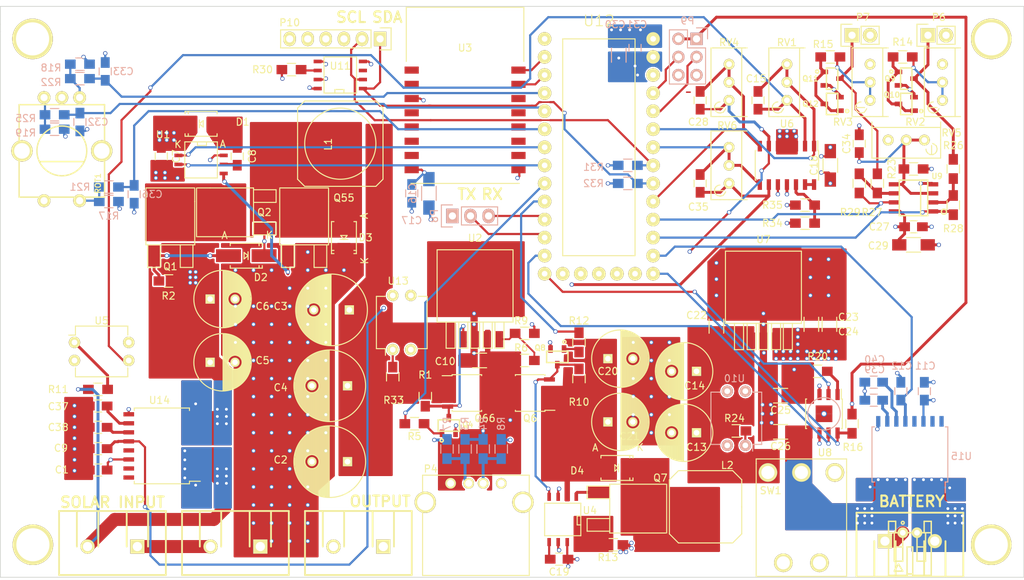
<source format=kicad_pcb>
(kicad_pcb (version 4) (host pcbnew "(2015-06-14 BZR 5748)-product")
  (layers (0 F.Cu signal) (1 In1.Cu signal) (2 In2.Cu signal) (31 B.Cu signal) (34 B.Paste user) (35 F.Paste user) (36 B.SilkS user) (37 F.SilkS user) (38 B.Mask user) (39 F.Mask user) (44 Edge.Cuts user))
  (net 0 "")
  (net 1 PRE_REG_V)
  (net 2 +3V3)
  (net 3 GND)
  (net 4 "Net-(C5-Pad1)")
  (net 5 "Net-(C8-Pad1)")
  (net 6 "Net-(C8-Pad2)")
  (net 7 SOLAR_I)
  (net 8 BATTERY_I)
  (net 9 BATTERY_INPUT)
  (net 10 "Net-(C15-Pad1)")
  (net 11 SOLAR_INPUT_BUF)
  (net 12 "Net-(C19-Pad1)")
  (net 13 "Net-(C20-Pad1)")
  (net 14 SOLAR_INPUT)
  (net 15 "Net-(C26-Pad1)")
  (net 16 "Net-(C28-Pad1)")
  (net 17 BATTERY_INPUT_BUF)
  (net 18 ROTARY_B)
  (net 19 ROTARY_A)
  (net 20 "Net-(C34-Pad1)")
  (net 21 "Net-(C35-Pad1)")
  (net 22 PRE_REG_V_BUF)
  (net 23 ROTARY_BUTTON)
  (net 24 "Net-(D2-Pad1)")
  (net 25 "Net-(D2-Pad2)")
  (net 26 "Net-(D4-Pad1)")
  (net 27 "Net-(P2-Pad1)")
  (net 28 "Net-(P4-Pad3)")
  (net 29 "Net-(P4-Pad2)")
  (net 30 "Net-(P6-Pad1)")
  (net 31 "Net-(P7-Pad1)")
  (net 32 TXD)
  (net 33 RXD)
  (net 34 SERVO1)
  (net 35 SERVO2)
  (net 36 SDA)
  (net 37 SCL)
  (net 38 "Net-(P10-Pad3)")
  (net 39 "Net-(P10-Pad5)")
  (net 40 "Net-(Q1-Pad2)")
  (net 41 "Net-(Q4-Pad1)")
  (net 42 "Net-(Q6-Pad4)")
  (net 43 "Net-(Q7-Pad1)")
  (net 44 "Net-(Q7-Pad3)")
  (net 45 "Net-(Q8-Pad1)")
  (net 46 "Net-(Q10-Pad1)")
  (net 47 "Net-(Q11-Pad1)")
  (net 48 REGULATE)
  (net 49 "Net-(R6-Pad2)")
  (net 50 "Net-(R11-Pad2)")
  (net 51 LOAD_SWITCH)
  (net 52 "Net-(R14-Pad2)")
  (net 53 "Net-(R15-Pad2)")
  (net 54 CHRG)
  (net 55 "Net-(R17-Pad2)")
  (net 56 "Net-(R18-Pad2)")
  (net 57 "Net-(R19-Pad2)")
  (net 58 "Net-(R20-Pad2)")
  (net 59 "Net-(R24-Pad2)")
  (net 60 "Net-(R26-Pad2)")
  (net 61 "Net-(R27-Pad2)")
  (net 62 LIGHT1)
  (net 63 LIGHT2)
  (net 64 "Net-(R30-Pad2)")
  (net 65 "Net-(R33-Pad2)")
  (net 66 "Net-(SW1-Pad3)")
  (net 67 SOLAR_SHDN)
  (net 68 MPPT_PWM)
  (net 69 "Net-(U3-Pad10)")
  (net 70 "Net-(U3-Pad11)")
  (net 71 "Net-(U3-Pad12)")
  (net 72 "Net-(U3-Pad13)")
  (net 73 "Net-(U3-Pad14)")
  (net 74 ESP_RX)
  (net 75 ESP_TX)
  (net 76 "Net-(U3-Pad7)")
  (net 77 "Net-(U3-Pad6)")
  (net 78 "Net-(U3-Pad5)")
  (net 79 "Net-(U3-Pad4)")
  (net 80 "Net-(U3-Pad2)")
  (net 81 "Net-(U3-Pad1)")
  (net 82 "Net-(U6-Pad13)")
  (net 83 CHRG_I)
  (net 84 CHRG_EN)
  (net 85 "Net-(U11-Pad3)")
  (net 86 "Net-(U12-Pad24)")
  (net 87 "Net-(U12-Pad32)")
  (net 88 "Net-(U12-Pad31)")
  (net 89 "Net-(U12-Pad29)")
  (net 90 "Net-(C37-Pad1)")
  (net 91 "Net-(C38-Pad1)")
  (net 92 "Net-(C39-Pad1)")
  (net 93 "Net-(C40-Pad1)")
  (net 94 "Net-(P5-Pad2)")
  (net 95 "Net-(U14-Pad13)")
  (net 96 "Net-(U14-Pad15)")
  (net 97 "Net-(U14-Pad16)")
  (net 98 "Net-(U15-Pad13)")
  (net 99 "Net-(U15-Pad15)")
  (net 100 "Net-(U15-Pad16)")
  (net 101 5V_OUT)
  (net 102 "Net-(R34-Pad2)")
  (net 103 "Net-(D3-Pad2)")
  (net 104 "Net-(Q4-Pad3)")
  (net 105 "Net-(Q55-Pad1)")
  (module Pin_Headers:Pin_Header_Straight_1x02 (layer F.Cu) (at 238.506 23.368 90)
    (fp_text reference P7 (at 2.54 1.524 180) (layer F.SilkS))
    (fp_text value CONN_01X02)
    (pad 1 thru_hole rect (at 0 0 90) (size 2.032 2.032) (drill 1.016) (layers *.Cu *.Mask F.SilkS) (net 31 "Net-(P7-Pad1)"))
    (pad 2 thru_hole oval (at 0 2.54 90) (size 2.032 2.032) (drill 1.016) (layers *.Cu *.Mask F.SilkS) (net 3 GND))
  )
  (module connect-thru:1x2-SCREW-TERM_P7.5mm (layer F.Cu) (at 134.62 95.25 180)
    (fp_text reference P2 hide)
    (fp_text value CONN_01X02 hide)
    (pad 1 thru_hole rect (at -3.5 0 180) (size 2 2) (drill 1.3) (layers *.Cu *.Mask F.SilkS) (net 27 "Net-(P2-Pad1)"))
    (pad 2 thru_hole circle (at 3.5 0 180) (size 2 2) (drill 1.3) (layers *.Cu *.Mask F.SilkS) (net 14 SOLAR_INPUT))
  )
  (module Capacitors_ThroughHole:C_Radial_D10_L16_P5 (layer F.Cu) (at 167.64 83.312 180)
    (fp_text reference C2 (at 9.398 0.254 180) (layer F.SilkS))
    (fp_text value 1000u)
    (pad 1 thru_hole rect (at 0 0 180) (size 1.3 1.3) (drill 0.8) (layers *.Cu *.Mask F.SilkS) (net 1 PRE_REG_V))
    (pad 2 thru_hole circle (at 5 0 180) (size 1.3 1.3) (drill 0.8) (layers *.Cu *.Mask F.SilkS) (net 3 GND))
  )
  (module Capacitors_ThroughHole:C_Radial_D10_L16_P5 (layer F.Cu) (at 167.894 61.976 180)
    (fp_text reference C3 (at 9.652 0.508 180) (layer F.SilkS))
    (fp_text value 1000u)
    (pad 1 thru_hole rect (at 0 0 180) (size 1.3 1.3) (drill 0.8) (layers *.Cu *.Mask F.SilkS) (net 1 PRE_REG_V))
    (pad 2 thru_hole circle (at 5 0 180) (size 1.3 1.3) (drill 0.8) (layers *.Cu *.Mask F.SilkS) (net 3 GND))
  )
  (module Capacitors_ThroughHole:C_Radial_D10_L16_P5 (layer F.Cu) (at 167.64 72.644 180)
    (fp_text reference C4 (at 9.398 -0.254 180) (layer F.SilkS))
    (fp_text value 1000u)
    (pad 1 thru_hole rect (at 0 0 180) (size 1.3 1.3) (drill 0.8) (layers *.Cu *.Mask F.SilkS) (net 1 PRE_REG_V))
    (pad 2 thru_hole circle (at 5 0 180) (size 1.3 1.3) (drill 0.8) (layers *.Cu *.Mask F.SilkS) (net 3 GND))
  )
  (module Capacitors_ThroughHole:C_Radial_D8_L11.5_P3.5 (layer F.Cu) (at 148.336 69.342)
    (fp_text reference C5 (at 7.366 -0.254) (layer F.SilkS))
    (fp_text value 220U)
    (pad 2 thru_hole circle (at 3.5 0) (size 1.3 1.3) (drill 0.8) (layers *.Cu *.Mask F.SilkS) (net 3 GND))
    (pad 1 thru_hole rect (at 0 0) (size 1.3 1.3) (drill 0.8) (layers *.Cu *.Mask F.SilkS) (net 4 "Net-(C5-Pad1)"))
  )
  (module Capacitors_ThroughHole:C_Radial_D8_L11.5_P3.5 (layer F.Cu) (at 148.336 60.452)
    (fp_text reference C6 (at 7.366 1.016) (layer F.SilkS))
    (fp_text value 220U)
    (pad 2 thru_hole circle (at 3.5 0) (size 1.3 1.3) (drill 0.8) (layers *.Cu *.Mask F.SilkS) (net 3 GND))
    (pad 1 thru_hole rect (at 0 0) (size 1.3 1.3) (drill 0.8) (layers *.Cu *.Mask F.SilkS) (net 4 "Net-(C5-Pad1)"))
  )
  (module Capacitors_SMD:C_0805_HandSoldering (layer F.Cu) (at 141.478 40.386 270)
    (fp_text reference C7 (at 0 -2.1 270) (layer F.SilkS))
    (fp_text value .1u)
    (pad 1 smd rect (at -1.25 0 270) (size 1.5 1.25) (layers F.Cu F.Paste F.Mask) (net 4 "Net-(C5-Pad1)"))
    (pad 2 smd rect (at 1.25 0 270) (size 1.5 1.25) (layers F.Cu F.Paste F.Mask) (net 3 GND))
  )
  (module Capacitors_SMD:C_1206_HandSoldering (layer F.Cu) (at 186.182 69.088 180)
    (fp_text reference C10 (at 4.826 -0.127 180) (layer F.SilkS))
    (fp_text value 22U)
    (pad 1 smd rect (at -2 0 180) (size 2 1.6) (layers F.Cu F.Paste F.Mask) (net 101 5V_OUT))
    (pad 2 smd rect (at 2 0 180) (size 2 1.6) (layers F.Cu F.Paste F.Mask) (net 3 GND))
  )
  (module Capacitors_SMD:C_0805_HandSoldering (layer B.Cu) (at 248.666 73.406 90)
    (fp_text reference C11 (at 3.556 0.127 180) (layer B.SilkS) (effects (justify mirror)))
    (fp_text value .1u)
    (pad 1 smd rect (at -1.25 0 90) (size 1.5 1.25) (layers B.Cu B.Paste B.Mask) (net 2 +3V3))
    (pad 2 smd rect (at 1.25 0 90) (size 1.5 1.25) (layers B.Cu B.Paste B.Mask) (net 3 GND))
  )
  (module Capacitors_SMD:C_0805_HandSoldering (layer B.Cu) (at 245.364 73.406 90)
    (fp_text reference C12 (at 3.556 0.127 180) (layer B.SilkS) (effects (justify mirror)))
    (fp_text value .1u)
    (pad 1 smd rect (at -1.25 0 90) (size 1.5 1.25) (layers B.Cu B.Paste B.Mask) (net 8 BATTERY_I))
    (pad 2 smd rect (at 1.25 0 90) (size 1.5 1.25) (layers B.Cu B.Paste B.Mask) (net 3 GND))
  )
  (module Capacitors_ThroughHole:C_Radial_D8_L11.5_P3.5 (layer F.Cu) (at 216.662 79.248 180)
    (fp_text reference C13 (at 0 -2.032 180) (layer F.SilkS))
    (fp_text value 220U)
    (pad 2 thru_hole circle (at 3.5 0 180) (size 1.3 1.3) (drill 0.8) (layers *.Cu *.Mask F.SilkS) (net 3 GND))
    (pad 1 thru_hole rect (at 0 0 180) (size 1.3 1.3) (drill 0.8) (layers *.Cu *.Mask F.SilkS) (net 9 BATTERY_INPUT))
  )
  (module Capacitors_ThroughHole:C_Radial_D8_L11.5_P3.5 (layer F.Cu) (at 216.662 70.612 180)
    (fp_text reference C14 (at 0.254 -2.032 180) (layer F.SilkS))
    (fp_text value 220U)
    (pad 2 thru_hole circle (at 3.5 0 180) (size 1.3 1.3) (drill 0.8) (layers *.Cu *.Mask F.SilkS) (net 3 GND))
    (pad 1 thru_hole rect (at 0 0 180) (size 1.3 1.3) (drill 0.8) (layers *.Cu *.Mask F.SilkS) (net 9 BATTERY_INPUT))
  )
  (module Capacitors_SMD:C_0805_HandSoldering (layer F.Cu) (at 225.298 32.512 90)
    (fp_text reference C15 (at 3.048 -0.254 360) (layer F.SilkS))
    (fp_text value .01u)
    (pad 1 smd rect (at -1.25 0 90) (size 1.5 1.25) (layers F.Cu F.Paste F.Mask) (net 10 "Net-(C15-Pad1)"))
    (pad 2 smd rect (at 1.25 0 90) (size 1.5 1.25) (layers F.Cu F.Paste F.Mask) (net 11 SOLAR_INPUT_BUF))
  )
  (module Capacitors_SMD:C_0805_HandSoldering (layer B.Cu) (at 176.657 45.593 270)
    (fp_text reference C17 (at 3.81 0 360) (layer B.SilkS) (effects (justify mirror)))
    (fp_text value .1u)
    (pad 1 smd rect (at -1.25 0 270) (size 1.5 1.25) (layers B.Cu B.Paste B.Mask) (net 2 +3V3))
    (pad 2 smd rect (at 1.25 0 270) (size 1.5 1.25) (layers B.Cu B.Paste B.Mask) (net 3 GND))
  )
  (module Capacitors_SMD:C_0805_HandSoldering (layer F.Cu) (at 197.358 97.028)
    (fp_text reference C19 (at 0 1.778) (layer F.SilkS))
    (fp_text value .1u)
    (pad 1 smd rect (at -1.25 0) (size 1.5 1.25) (layers F.Cu F.Paste F.Mask) (net 12 "Net-(C19-Pad1)"))
    (pad 2 smd rect (at 1.25 0) (size 1.5 1.25) (layers F.Cu F.Paste F.Mask) (net 3 GND))
  )
  (module Capacitors_ThroughHole:C_Radial_D8_L11.5_P3.5 (layer F.Cu) (at 204.216 68.834)
    (fp_text reference C20 (at 0 1.778) (layer F.SilkS))
    (fp_text value 220U)
    (pad 2 thru_hole circle (at 3.5 0) (size 1.3 1.3) (drill 0.8) (layers *.Cu *.Mask F.SilkS) (net 3 GND))
    (pad 1 thru_hole rect (at 0 0) (size 1.3 1.3) (drill 0.8) (layers *.Cu *.Mask F.SilkS) (net 13 "Net-(C20-Pad1)"))
  )
  (module Capacitors_ThroughHole:C_Radial_D8_L11.5_P3.5 (layer F.Cu) (at 204.216 77.724)
    (fp_text reference C21 (at 3.048 2.032) (layer F.SilkS))
    (fp_text value 220U)
    (pad 2 thru_hole circle (at 3.5 0) (size 1.3 1.3) (drill 0.8) (layers *.Cu *.Mask F.SilkS) (net 3 GND))
    (pad 1 thru_hole rect (at 0 0) (size 1.3 1.3) (drill 0.8) (layers *.Cu *.Mask F.SilkS) (net 13 "Net-(C20-Pad1)"))
  )
  (module Capacitors_SMD:C_1206_HandSoldering (layer F.Cu) (at 219.456 64.262 90)
    (fp_text reference C22 (at 1.524 -2.794 180) (layer F.SilkS))
    (fp_text value 22U)
    (pad 1 smd rect (at -2 0 90) (size 2 1.6) (layers F.Cu F.Paste F.Mask) (net 9 BATTERY_INPUT))
    (pad 2 smd rect (at 2 0 90) (size 2 1.6) (layers F.Cu F.Paste F.Mask) (net 3 GND))
  )
  (module Capacitors_SMD:C_1206_HandSoldering (layer F.Cu) (at 232.791 64.008 90)
    (fp_text reference C23 (at 1.016 5.207 180) (layer F.SilkS))
    (fp_text value 22U)
    (pad 1 smd rect (at -2 0 90) (size 2 1.6) (layers F.Cu F.Paste F.Mask) (net 2 +3V3))
    (pad 2 smd rect (at 2 0 90) (size 2 1.6) (layers F.Cu F.Paste F.Mask) (net 3 GND))
  )
  (module Capacitors_SMD:C_1206_HandSoldering (layer F.Cu) (at 235.331 64.008 90)
    (fp_text reference C24 (at -1.016 2.667 180) (layer F.SilkS))
    (fp_text value 22U)
    (pad 1 smd rect (at -2 0 90) (size 2 1.6) (layers F.Cu F.Paste F.Mask) (net 2 +3V3))
    (pad 2 smd rect (at 2 0 90) (size 2 1.6) (layers F.Cu F.Paste F.Mask) (net 3 GND))
  )
  (module Capacitors_SMD:C_1206_HandSoldering (layer F.Cu) (at 228.473 74.041 180)
    (fp_text reference C25 (at 0 -2.032 180) (layer F.SilkS))
    (fp_text value 22U)
    (pad 1 smd rect (at -2 0 180) (size 2 1.6) (layers F.Cu F.Paste F.Mask) (net 101 5V_OUT))
    (pad 2 smd rect (at 2 0 180) (size 2 1.6) (layers F.Cu F.Paste F.Mask) (net 3 GND))
  )
  (module Capacitors_SMD:C_1206_HandSoldering (layer F.Cu) (at 228.473 79.121 180)
    (fp_text reference C26 (at 0 -2.032 180) (layer F.SilkS))
    (fp_text value 22U)
    (pad 1 smd rect (at -2 0 180) (size 2 1.6) (layers F.Cu F.Paste F.Mask) (net 15 "Net-(C26-Pad1)"))
    (pad 2 smd rect (at 2 0 180) (size 2 1.6) (layers F.Cu F.Paste F.Mask) (net 3 GND))
  )
  (module Capacitors_SMD:C_0805_HandSoldering (layer F.Cu) (at 247.142 50.292)
    (fp_text reference C27 (at -4.826 0) (layer F.SilkS))
    (fp_text value .1u)
    (pad 1 smd rect (at -1.25 0) (size 1.5 1.25) (layers F.Cu F.Paste F.Mask) (net 2 +3V3))
    (pad 2 smd rect (at 1.25 0) (size 1.5 1.25) (layers F.Cu F.Paste F.Mask) (net 3 GND))
  )
  (module Capacitors_SMD:C_0805_HandSoldering (layer F.Cu) (at 217.17 32.512 90)
    (fp_text reference C28 (at -3.048 -0.254 180) (layer F.SilkS))
    (fp_text value .01u)
    (pad 1 smd rect (at -1.25 0 90) (size 1.5 1.25) (layers F.Cu F.Paste F.Mask) (net 16 "Net-(C28-Pad1)"))
    (pad 2 smd rect (at 1.25 0 90) (size 1.5 1.25) (layers F.Cu F.Paste F.Mask) (net 17 BATTERY_INPUT_BUF))
  )
  (module Capacitors_SMD:C_1206_HandSoldering (layer F.Cu) (at 247.142 52.832)
    (fp_text reference C29 (at -4.953 0.127) (layer F.SilkS))
    (fp_text value 22U)
    (pad 1 smd rect (at -2 0) (size 2 1.6) (layers F.Cu F.Paste F.Mask) (net 2 +3V3))
    (pad 2 smd rect (at 2 0) (size 2 1.6) (layers F.Cu F.Paste F.Mask) (net 3 GND))
  )
  (module Capacitors_SMD:C_1206_HandSoldering (layer B.Cu) (at 205.74 26.162 270)
    (fp_text reference C30 (at -4.318 0.508 360) (layer B.SilkS) (effects (justify mirror)))
    (fp_text value 22U)
    (pad 1 smd rect (at -2 0 270) (size 2 1.6) (layers B.Cu B.Paste B.Mask) (net 2 +3V3))
    (pad 2 smd rect (at 2 0 270) (size 2 1.6) (layers B.Cu B.Paste B.Mask) (net 3 GND))
  )
  (module Capacitors_SMD:C_0805_HandSoldering (layer B.Cu) (at 208.026 25.146 270)
    (fp_text reference C31 (at -3.302 -0.254 360) (layer B.SilkS) (effects (justify mirror)))
    (fp_text value .1u)
    (pad 1 smd rect (at -1.25 0 270) (size 1.5 1.25) (layers B.Cu B.Paste B.Mask) (net 2 +3V3))
    (pad 2 smd rect (at 1.25 0 270) (size 1.5 1.25) (layers B.Cu B.Paste B.Mask) (net 3 GND))
  )
  (module Capacitors_SMD:C_0805_HandSoldering (layer B.Cu) (at 130.048 35.56 270)
    (fp_text reference C32 (at 0 -2.54 360) (layer B.SilkS) (effects (justify mirror)))
    (fp_text value .01u)
    (pad 1 smd rect (at -1.25 0 270) (size 1.5 1.25) (layers B.Cu B.Paste B.Mask) (net 18 ROTARY_B))
    (pad 2 smd rect (at 1.25 0 270) (size 1.5 1.25) (layers B.Cu B.Paste B.Mask) (net 3 GND))
  )
  (module Capacitors_SMD:C_0805_HandSoldering (layer B.Cu) (at 133.604 28.448 90)
    (fp_text reference C33 (at 0 2.54 180) (layer B.SilkS) (effects (justify mirror)))
    (fp_text value .01u)
    (pad 1 smd rect (at -1.25 0 90) (size 1.5 1.25) (layers B.Cu B.Paste B.Mask) (net 19 ROTARY_A))
    (pad 2 smd rect (at 1.25 0 90) (size 1.5 1.25) (layers B.Cu B.Paste B.Mask) (net 3 GND))
  )
  (module Capacitors_SMD:C_0805_HandSoldering (layer F.Cu) (at 239.522 38.608 90)
    (fp_text reference C34 (at 0 -1.778 270) (layer F.SilkS))
    (fp_text value 1u)
    (pad 1 smd rect (at -1.25 0 90) (size 1.5 1.25) (layers F.Cu F.Paste F.Mask) (net 20 "Net-(C34-Pad1)"))
    (pad 2 smd rect (at 1.25 0 90) (size 1.5 1.25) (layers F.Cu F.Paste F.Mask) (net 3 GND))
  )
  (module Capacitors_SMD:C_0805_HandSoldering (layer F.Cu) (at 217.17 44.196 90)
    (fp_text reference C35 (at -3.302 -0.254 180) (layer F.SilkS))
    (fp_text value .01u)
    (pad 1 smd rect (at -1.25 0 90) (size 1.5 1.25) (layers F.Cu F.Paste F.Mask) (net 21 "Net-(C35-Pad1)"))
    (pad 2 smd rect (at 1.25 0 90) (size 1.5 1.25) (layers F.Cu F.Paste F.Mask) (net 22 PRE_REG_V_BUF))
  )
  (module Capacitors_SMD:C_0805_HandSoldering (layer B.Cu) (at 137.668 45.72 270)
    (fp_text reference C36 (at 0 -2.54 360) (layer B.SilkS) (effects (justify mirror)))
    (fp_text value .01u)
    (pad 1 smd rect (at -1.25 0 270) (size 1.5 1.25) (layers B.Cu B.Paste B.Mask) (net 23 ROTARY_BUTTON))
    (pad 2 smd rect (at 1.25 0 270) (size 1.5 1.25) (layers B.Cu B.Paste B.Mask) (net 3 GND))
  )
  (module Diodes_SMD:Diode-SMA_Handsoldering (layer F.Cu) (at 147.066 35.814)
    (fp_text reference D1 (at 5.842 -0.254) (layer F.SilkS))
    (fp_text value MBRA340T3G)
    (fp_text user K (at -3.25 2.9) (layer F.SilkS))
    (fp_text user A (at 3.05 2.85) (layer F.SilkS))
    (pad 1 smd rect (at -2.49936 0) (size 3.50012 1.80086) (layers F.Cu F.Paste F.Mask) (net 4 "Net-(C5-Pad1)"))
    (pad 2 smd rect (at 2.49936 0) (size 3.50012 1.80086) (layers F.Cu F.Paste F.Mask) (net 5 "Net-(C8-Pad1)"))
  )
  (module Diodes_SMD:Diode-SMA_Handsoldering (layer F.Cu) (at 153.416 54.356 180)
    (fp_text reference D2 (at -2.032 -3.048 180) (layer F.SilkS))
    (fp_text value MBRA340T3G)
    (fp_text user K (at -3.25 2.9 180) (layer F.SilkS))
    (fp_text user A (at 3.05 2.85 180) (layer F.SilkS))
    (pad 1 smd rect (at -2.49936 0 180) (size 3.50012 1.80086) (layers F.Cu F.Paste F.Mask) (net 24 "Net-(D2-Pad1)"))
    (pad 2 smd rect (at 2.49936 0 180) (size 3.50012 1.80086) (layers F.Cu F.Paste F.Mask) (net 25 "Net-(D2-Pad2)"))
  )
  (module Diodes_SMD:Diode-SMA_Handsoldering (layer F.Cu) (at 167.132 51.816 90)
    (fp_text reference D3 (at 0 3.048 180) (layer F.SilkS))
    (fp_text value MBRA340T3G)
    (fp_text user K (at -3.25 2.9 90) (layer F.SilkS))
    (fp_text user A (at 3.05 2.85 90) (layer F.SilkS))
    (pad 1 smd rect (at -2.49936 0 90) (size 3.50012 1.80086) (layers F.Cu F.Paste F.Mask) (net 3 GND))
    (pad 2 smd rect (at 2.49936 0 90) (size 3.50012 1.80086) (layers F.Cu F.Paste F.Mask) (net 103 "Net-(D3-Pad2)"))
  )
  (module Diodes_SMD:Diode-SMA_Handsoldering (layer F.Cu) (at 205.486 84.201 180)
    (fp_text reference D4 (at 5.588 -0.381 180) (layer F.SilkS))
    (fp_text value MBRA340T3G)
    (fp_text user K (at -3.25 2.9 180) (layer F.SilkS))
    (fp_text user A (at 3.05 2.85 180) (layer F.SilkS))
    (pad 1 smd rect (at -2.49936 0 180) (size 3.50012 1.80086) (layers F.Cu F.Paste F.Mask) (net 26 "Net-(D4-Pad1)"))
    (pad 2 smd rect (at 2.49936 0 180) (size 3.50012 1.80086) (layers F.Cu F.Paste F.Mask) (net 13 "Net-(C20-Pad1)"))
  )
  (module Inductors:self_cms_we-tpc_XL (layer F.Cu) (at 217.932 89.662 270)
    (fp_text reference L2 (at -5.842 -3.048 360) (layer F.SilkS))
    (fp_text value 22U)
    (fp_text user "" (at 0 0 270) (layer F.SilkS))
    (fp_text user "" (at 0 0 270) (layer F.SilkS))
    (pad 1 smd rect (at -4.826 0 270) (size 1.99898 3.59918) (layers F.Cu F.Paste F.Mask) (net 9 BATTERY_INPUT))
    (pad 2 smd rect (at 4.826 0 270) (size 1.99898 3.59918) (layers F.Cu F.Paste F.Mask) (net 26 "Net-(D4-Pad1)"))
  )
  (module Connect:USB_A (layer F.Cu) (at 182.118 86.36)
    (fp_text reference P4 (at -2.794 -2.032) (layer F.SilkS))
    (fp_text value USB_A)
    (pad 4 thru_hole circle (at 7.11286 -0.00212 270) (size 1.50114 1.50114) (drill 1.00076) (layers *.Cu *.Mask F.SilkS) (net 3 GND))
    (pad 3 thru_hole circle (at 4.57286 -0.00212 270) (size 1.50114 1.50114) (drill 1.00076) (layers *.Cu *.Mask F.SilkS) (net 28 "Net-(P4-Pad3)"))
    (pad 2 thru_hole circle (at 2.54086 -0.00212 270) (size 1.50114 1.50114) (drill 1.00076) (layers *.Cu *.Mask F.SilkS) (net 29 "Net-(P4-Pad2)"))
    (pad 1 thru_hole circle (at 0.00086 -0.00212 270) (size 1.50114 1.50114) (drill 1.00076) (layers *.Cu *.Mask F.SilkS) (net 101 5V_OUT))
    (pad 5 thru_hole circle (at 10.16086 2.66488 270) (size 2.99974 2.99974) (drill 2.30124) (layers *.Cu *.Mask F.SilkS) (net 3 GND))
    (pad 5 thru_hole circle (at -3.55514 2.66488 270) (size 2.99974 2.99974) (drill 2.30124) (layers *.Cu *.Mask F.SilkS) (net 3 GND))
  )
  (module Pin_Headers:Pin_Header_Straight_1x02 (layer F.Cu) (at 249.174 23.368 90)
    (fp_text reference P6 (at 2.54 1.524 180) (layer F.SilkS))
    (fp_text value CONN_01X02)
    (pad 1 thru_hole rect (at 0 0 90) (size 2.032 2.032) (drill 1.016) (layers *.Cu *.Mask F.SilkS) (net 30 "Net-(P6-Pad1)"))
    (pad 2 thru_hole oval (at 0 2.54 90) (size 2.032 2.032) (drill 1.016) (layers *.Cu *.Mask F.SilkS) (net 3 GND))
  )
  (module Pin_Headers:Pin_Header_Straight_2x03 (layer B.Cu) (at 216.662 23.876 180)
    (fp_text reference P9 (at 1.27 2.54 180) (layer B.SilkS) (effects (justify mirror)))
    (fp_text value CONN_02X03)
    (pad 1 thru_hole rect (at 0 0 180) (size 1.7272 1.7272) (drill 1.016) (layers *.Cu *.Mask B.SilkS) (net 101 5V_OUT))
    (pad 2 thru_hole oval (at 2.54 0 180) (size 1.7272 1.7272) (drill 1.016) (layers *.Cu *.Mask B.SilkS) (net 101 5V_OUT))
    (pad 3 thru_hole oval (at 0 -2.54 180) (size 1.7272 1.7272) (drill 1.016) (layers *.Cu *.Mask B.SilkS) (net 34 SERVO1))
    (pad 4 thru_hole oval (at 2.54 -2.54 180) (size 1.7272 1.7272) (drill 1.016) (layers *.Cu *.Mask B.SilkS) (net 35 SERVO2))
    (pad 5 thru_hole oval (at 0 -5.08 180) (size 1.7272 1.7272) (drill 1.016) (layers *.Cu *.Mask B.SilkS) (net 3 GND))
    (pad 6 thru_hole oval (at 2.54 -5.08 180) (size 1.7272 1.7272) (drill 1.016) (layers *.Cu *.Mask B.SilkS) (net 3 GND))
  )
  (module Pin_Headers:Pin_Header_Straight_1x06 (layer F.Cu) (at 172.212 23.876 270)
    (fp_text reference P10 (at -2.286 12.7 360) (layer F.SilkS))
    (fp_text value CONN_01X06)
    (pad 1 thru_hole rect (at 0 0 270) (size 2.032 1.7272) (drill 1.016) (layers *.Cu *.Mask F.SilkS) (net 36 SDA))
    (pad 2 thru_hole oval (at 0 2.54 270) (size 2.032 1.7272) (drill 1.016) (layers *.Cu *.Mask F.SilkS) (net 37 SCL))
    (pad 3 thru_hole oval (at 0 5.08 270) (size 2.032 1.7272) (drill 1.016) (layers *.Cu *.Mask F.SilkS) (net 38 "Net-(P10-Pad3)"))
    (pad 4 thru_hole oval (at 0 7.62 270) (size 2.032 1.7272) (drill 1.016) (layers *.Cu *.Mask F.SilkS) (net 3 GND))
    (pad 5 thru_hole oval (at 0 10.16 270) (size 2.032 1.7272) (drill 1.016) (layers *.Cu *.Mask F.SilkS) (net 39 "Net-(P10-Pad5)"))
    (pad 6 thru_hole oval (at 0 12.7 270) (size 2.032 1.7272) (drill 1.016) (layers *.Cu *.Mask F.SilkS) (net 2 +3V3))
  )
  (module SMD_Packages:DPAK-2 (layer F.Cu) (at 142.748 54.356)
    (fp_text reference Q1 (at 0 1.524) (layer F.SilkS))
    (fp_text value IRF3704Z)
    (pad 1 smd rect (at -2.286 0) (size 1.651 3.048) (layers F.Cu F.Paste F.Mask) (net 25 "Net-(D2-Pad2)"))
    (pad 2 smd rect (at 0 -6.35) (size 6.096 6.096) (layers F.Cu F.Paste F.Mask) (net 40 "Net-(Q1-Pad2)"))
    (pad 3 smd rect (at 2.286 0) (size 1.651 3.048) (layers F.Cu F.Paste F.Mask) (net 4 "Net-(C5-Pad1)"))
  )
  (module SMD_Packages:DPAK-2 (layer F.Cu) (at 155.956 48.26 90)
    (fp_text reference Q2 (at 0 0 180) (layer F.SilkS))
    (fp_text value IRF3704Z)
    (pad 1 smd rect (at -2.286 0 90) (size 1.651 3.048) (layers F.Cu F.Paste F.Mask) (net 24 "Net-(D2-Pad1)"))
    (pad 2 smd rect (at 0 -6.35 90) (size 6.096 6.096) (layers F.Cu F.Paste F.Mask) (net 40 "Net-(Q1-Pad2)"))
    (pad 3 smd rect (at 2.286 0 90) (size 1.651 3.048) (layers F.Cu F.Paste F.Mask) (net 103 "Net-(D3-Pad2)"))
  )
  (module Housings_SOIC:SOIC-8_3.9x4.9mm_Pitch1.27mm (layer F.Cu) (at 193.294 73.66 180)
    (fp_text reference Q6 (at 0 -3.556 180) (layer F.SilkS))
    (fp_text value FDS4465)
    (pad 1 smd rect (at -2.7 -1.905 180) (size 1.55 0.6) (layers F.Cu F.Paste F.Mask) (net 13 "Net-(C20-Pad1)"))
    (pad 2 smd rect (at -2.7 -0.635 180) (size 1.55 0.6) (layers F.Cu F.Paste F.Mask) (net 13 "Net-(C20-Pad1)"))
    (pad 3 smd rect (at -2.7 0.635 180) (size 1.55 0.6) (layers F.Cu F.Paste F.Mask) (net 13 "Net-(C20-Pad1)"))
    (pad 4 smd rect (at -2.7 1.905 180) (size 1.55 0.6) (layers F.Cu F.Paste F.Mask) (net 42 "Net-(Q6-Pad4)"))
    (pad 5 smd rect (at 2.7 1.905 180) (size 1.55 0.6) (layers F.Cu F.Paste F.Mask) (net 101 5V_OUT))
    (pad 6 smd rect (at 2.7 0.635 180) (size 1.55 0.6) (layers F.Cu F.Paste F.Mask) (net 101 5V_OUT))
    (pad 7 smd rect (at 2.7 -0.635 180) (size 1.55 0.6) (layers F.Cu F.Paste F.Mask) (net 101 5V_OUT))
    (pad 8 smd rect (at 2.7 -1.905 180) (size 1.55 0.6) (layers F.Cu F.Paste F.Mask) (net 101 5V_OUT))
  )
  (module SMD_Packages:DPAK-2 (layer F.Cu) (at 202.946 89.916 270)
    (fp_text reference Q7 (at -4.318 -8.636 360) (layer F.SilkS))
    (fp_text value IRF3704Z)
    (pad 1 smd rect (at -2.286 0 270) (size 1.651 3.048) (layers F.Cu F.Paste F.Mask) (net 43 "Net-(Q7-Pad1)"))
    (pad 2 smd rect (at 0 -6.35 270) (size 6.096 6.096) (layers F.Cu F.Paste F.Mask) (net 26 "Net-(D4-Pad1)"))
    (pad 3 smd rect (at 2.286 0 270) (size 1.651 3.048) (layers F.Cu F.Paste F.Mask) (net 44 "Net-(Q7-Pad3)"))
  )
  (module Resistors_SMD:R_0805_HandSoldering (layer F.Cu) (at 178.562 74.168 270)
    (fp_text reference R1 (at -3.048 0 360) (layer F.SilkS))
    (fp_text value 330k)
    (pad 1 smd rect (at -1.35 0 270) (size 1.5 1.3) (layers F.Cu F.Paste F.Mask) (net 1 PRE_REG_V))
    (pad 2 smd rect (at 1.35 0 270) (size 1.5 1.3) (layers F.Cu F.Paste F.Mask) (net 104 "Net-(Q4-Pad3)"))
  )
  (module Resistors_SMD:R_0805_HandSoldering (layer F.Cu) (at 142.494 57.912 180)
    (fp_text reference R2 (at 0 -2.1 180) (layer F.SilkS))
    (fp_text value 10k)
    (pad 1 smd rect (at -1.35 0 180) (size 1.5 1.3) (layers F.Cu F.Paste F.Mask) (net 4 "Net-(C5-Pad1)"))
    (pad 2 smd rect (at 1.35 0 180) (size 1.5 1.3) (layers F.Cu F.Paste F.Mask) (net 25 "Net-(D2-Pad2)"))
  )
  (module Resistors_SMD:R_0805_HandSoldering (layer B.Cu) (at 184.15 81.534 270)
    (fp_text reference R3 (at -3.556 0 270) (layer B.SilkS) (effects (justify mirror)))
    (fp_text value 42.9k)
    (pad 1 smd rect (at -1.35 0 270) (size 1.5 1.3) (layers B.Cu B.Paste B.Mask) (net 101 5V_OUT))
    (pad 2 smd rect (at 1.35 0 270) (size 1.5 1.3) (layers B.Cu B.Paste B.Mask) (net 29 "Net-(P4-Pad2)"))
  )
  (module Resistors_SMD:R_0805_HandSoldering (layer B.Cu) (at 186.69 81.534 270)
    (fp_text reference R4 (at -3.556 0 270) (layer B.SilkS) (effects (justify mirror)))
    (fp_text value 74.4k)
    (pad 1 smd rect (at -1.35 0 270) (size 1.5 1.3) (layers B.Cu B.Paste B.Mask) (net 101 5V_OUT))
    (pad 2 smd rect (at 1.35 0 270) (size 1.5 1.3) (layers B.Cu B.Paste B.Mask) (net 28 "Net-(P4-Pad3)"))
  )
  (module Resistors_SMD:R_0805_HandSoldering (layer F.Cu) (at 177.038 77.978 180)
    (fp_text reference R5 (at 0 -1.778 180) (layer F.SilkS))
    (fp_text value 1k)
    (pad 1 smd rect (at -1.35 0 180) (size 1.5 1.3) (layers F.Cu F.Paste F.Mask) (net 41 "Net-(Q4-Pad1)"))
    (pad 2 smd rect (at 1.35 0 180) (size 1.5 1.3) (layers F.Cu F.Paste F.Mask) (net 48 REGULATE))
  )
  (module Resistors_SMD:R_0805_HandSoldering (layer F.Cu) (at 192.532 69.088)
    (fp_text reference R6 (at -0.508 -1.778) (layer F.SilkS))
    (fp_text value 180k)
    (pad 1 smd rect (at -1.35 0) (size 1.5 1.3) (layers F.Cu F.Paste F.Mask) (net 101 5V_OUT))
    (pad 2 smd rect (at 1.35 0) (size 1.5 1.3) (layers F.Cu F.Paste F.Mask) (net 49 "Net-(R6-Pad2)"))
  )
  (module Resistors_SMD:R_0805_HandSoldering (layer B.Cu) (at 181.61 81.534 90)
    (fp_text reference R7 (at 3.556 0 90) (layer B.SilkS) (effects (justify mirror)))
    (fp_text value 49.3k)
    (pad 1 smd rect (at -1.35 0 90) (size 1.5 1.3) (layers B.Cu B.Paste B.Mask) (net 29 "Net-(P4-Pad2)"))
    (pad 2 smd rect (at 1.35 0 90) (size 1.5 1.3) (layers B.Cu B.Paste B.Mask) (net 3 GND))
  )
  (module Resistors_SMD:R_0805_HandSoldering (layer B.Cu) (at 189.23 81.534 90)
    (fp_text reference R8 (at 3.556 0 90) (layer B.SilkS) (effects (justify mirror)))
    (fp_text value 49.3k)
    (pad 1 smd rect (at -1.35 0 90) (size 1.5 1.3) (layers B.Cu B.Paste B.Mask) (net 28 "Net-(P4-Pad3)"))
    (pad 2 smd rect (at 1.35 0 90) (size 1.5 1.3) (layers B.Cu B.Paste B.Mask) (net 3 GND))
  )
  (module Resistors_SMD:R_0805_HandSoldering (layer F.Cu) (at 192.532 65.278)
    (fp_text reference R9 (at -0.508 -1.778) (layer F.SilkS))
    (fp_text value 16k)
    (pad 1 smd rect (at -1.35 0) (size 1.5 1.3) (layers F.Cu F.Paste F.Mask) (net 49 "Net-(R6-Pad2)"))
    (pad 2 smd rect (at 1.35 0) (size 1.5 1.3) (layers F.Cu F.Paste F.Mask) (net 3 GND))
  )
  (module Resistors_SMD:R_0805_HandSoldering (layer F.Cu) (at 200.152 71.628 270)
    (fp_text reference R10 (at 3.302 0 360) (layer F.SilkS))
    (fp_text value 330k)
    (pad 1 smd rect (at -1.35 0 270) (size 1.5 1.3) (layers F.Cu F.Paste F.Mask) (net 42 "Net-(Q6-Pad4)"))
    (pad 2 smd rect (at 1.35 0 270) (size 1.5 1.3) (layers F.Cu F.Paste F.Mask) (net 13 "Net-(C20-Pad1)"))
  )
  (module Resistors_SMD:R_0805_HandSoldering (layer F.Cu) (at 132.588 73.152)
    (fp_text reference R11 (at -5.588 0) (layer F.SilkS))
    (fp_text value 10k)
    (pad 1 smd rect (at -1.35 0) (size 1.5 1.3) (layers F.Cu F.Paste F.Mask) (net 14 SOLAR_INPUT))
    (pad 2 smd rect (at 1.35 0) (size 1.5 1.3) (layers F.Cu F.Paste F.Mask) (net 50 "Net-(R11-Pad2)"))
  )
  (module Resistors_SMD:R_0805_HandSoldering (layer F.Cu) (at 200.152 66.548 270)
    (fp_text reference R12 (at -3.048 0 360) (layer F.SilkS))
    (fp_text value 1k)
    (pad 1 smd rect (at -1.35 0 270) (size 1.5 1.3) (layers F.Cu F.Paste F.Mask) (net 51 LOAD_SWITCH))
    (pad 2 smd rect (at 1.35 0 270) (size 1.5 1.3) (layers F.Cu F.Paste F.Mask) (net 45 "Net-(Q8-Pad1)"))
  )
  (module Resistors_SMD:R_0805_HandSoldering (layer F.Cu) (at 204.978 94.996)
    (fp_text reference R13 (at -0.762 1.778) (layer F.SilkS))
    (fp_text value 50m)
    (pad 1 smd rect (at -1.35 0) (size 1.5 1.3) (layers F.Cu F.Paste F.Mask) (net 44 "Net-(Q7-Pad3)"))
    (pad 2 smd rect (at 1.35 0) (size 1.5 1.3) (layers F.Cu F.Paste F.Mask) (net 3 GND))
  )
  (module Resistors_SMD:R_0805_HandSoldering (layer F.Cu) (at 245.618 26.416)
    (fp_text reference R14 (at 0 -2.1) (layer F.SilkS))
    (fp_text value 2.2k)
    (pad 1 smd rect (at -1.35 0) (size 1.5 1.3) (layers F.Cu F.Paste F.Mask) (net 46 "Net-(Q10-Pad1)"))
    (pad 2 smd rect (at 1.35 0) (size 1.5 1.3) (layers F.Cu F.Paste F.Mask) (net 52 "Net-(R14-Pad2)"))
  )
  (module Resistors_SMD:R_0805_HandSoldering (layer F.Cu) (at 235.458 26.416)
    (fp_text reference R15 (at -1.016 -1.778) (layer F.SilkS))
    (fp_text value 2.2k)
    (pad 1 smd rect (at -1.35 0) (size 1.5 1.3) (layers F.Cu F.Paste F.Mask) (net 47 "Net-(Q11-Pad1)"))
    (pad 2 smd rect (at 1.35 0) (size 1.5 1.3) (layers F.Cu F.Paste F.Mask) (net 53 "Net-(R15-Pad2)"))
  )
  (module Resistors_SMD:R_0805_HandSoldering (layer F.Cu) (at 238.506 77.978 270)
    (fp_text reference R16 (at 3.302 -0.127 360) (layer F.SilkS))
    (fp_text value 10k)
    (pad 1 smd rect (at -1.35 0 270) (size 1.5 1.3) (layers F.Cu F.Paste F.Mask) (net 101 5V_OUT))
    (pad 2 smd rect (at 1.35 0 270) (size 1.5 1.3) (layers F.Cu F.Paste F.Mask) (net 54 CHRG))
  )
  (module Resistors_SMD:R_0805_HandSoldering (layer B.Cu) (at 134.112 46.736 180)
    (fp_text reference R17 (at 0 -2.032 180) (layer B.SilkS) (effects (justify mirror)))
    (fp_text value 10k)
    (pad 1 smd rect (at -1.35 0 180) (size 1.5 1.3) (layers B.Cu B.Paste B.Mask) (net 2 +3V3))
    (pad 2 smd rect (at 1.35 0 180) (size 1.5 1.3) (layers B.Cu B.Paste B.Mask) (net 55 "Net-(R17-Pad2)"))
  )
  (module Resistors_SMD:R_0805_HandSoldering (layer B.Cu) (at 130.048 27.432 180)
    (fp_text reference R18 (at 4.064 -0.508 180) (layer B.SilkS) (effects (justify mirror)))
    (fp_text value 10k)
    (pad 1 smd rect (at -1.35 0 180) (size 1.5 1.3) (layers B.Cu B.Paste B.Mask) (net 2 +3V3))
    (pad 2 smd rect (at 1.35 0 180) (size 1.5 1.3) (layers B.Cu B.Paste B.Mask) (net 56 "Net-(R18-Pad2)"))
  )
  (module Resistors_SMD:R_0805_HandSoldering (layer B.Cu) (at 126.492 36.576 180)
    (fp_text reference R19 (at 4.064 -0.508 180) (layer B.SilkS) (effects (justify mirror)))
    (fp_text value 10k)
    (pad 1 smd rect (at -1.35 0 180) (size 1.5 1.3) (layers B.Cu B.Paste B.Mask) (net 2 +3V3))
    (pad 2 smd rect (at 1.35 0 180) (size 1.5 1.3) (layers B.Cu B.Paste B.Mask) (net 57 "Net-(R19-Pad2)"))
  )
  (module Resistors_SMD:R_0805_HandSoldering (layer F.Cu) (at 233.68 70.612)
    (fp_text reference R20 (at 0 -2.1) (layer F.SilkS))
    (fp_text value 10k)
    (pad 1 smd rect (at -1.35 0) (size 1.5 1.3) (layers F.Cu F.Paste F.Mask) (net 101 5V_OUT))
    (pad 2 smd rect (at 1.35 0) (size 1.5 1.3) (layers F.Cu F.Paste F.Mask) (net 58 "Net-(R20-Pad2)"))
  )
  (module Resistors_SMD:R_0805_HandSoldering (layer B.Cu) (at 134.112 44.704 180)
    (fp_text reference R21 (at 4.064 0 180) (layer B.SilkS) (effects (justify mirror)))
    (fp_text value 10k)
    (pad 1 smd rect (at -1.35 0 180) (size 1.5 1.3) (layers B.Cu B.Paste B.Mask) (net 23 ROTARY_BUTTON))
    (pad 2 smd rect (at 1.35 0 180) (size 1.5 1.3) (layers B.Cu B.Paste B.Mask) (net 55 "Net-(R17-Pad2)"))
  )
  (module Resistors_SMD:R_0805_HandSoldering (layer B.Cu) (at 130.048 29.464 180)
    (fp_text reference R22 (at 4.064 -0.508 180) (layer B.SilkS) (effects (justify mirror)))
    (fp_text value 10k)
    (pad 1 smd rect (at -1.35 0 180) (size 1.5 1.3) (layers B.Cu B.Paste B.Mask) (net 19 ROTARY_A))
    (pad 2 smd rect (at 1.35 0 180) (size 1.5 1.3) (layers B.Cu B.Paste B.Mask) (net 56 "Net-(R18-Pad2)"))
  )
  (module Resistors_SMD:R_0805_HandSoldering (layer F.Cu) (at 247.142 42.164 180)
    (fp_text reference R23 (at 3.048 0 270) (layer F.SilkS))
    (fp_text value 2.7k)
    (pad 1 smd rect (at -1.35 0 180) (size 1.5 1.3) (layers F.Cu F.Paste F.Mask) (net 2 +3V3))
    (pad 2 smd rect (at 1.35 0 180) (size 1.5 1.3) (layers F.Cu F.Paste F.Mask) (net 20 "Net-(C34-Pad1)"))
  )
  (module Resistors_SMD:R_0805_HandSoldering (layer F.Cu) (at 222.25 78.994)
    (fp_text reference R24 (at -0.254 -1.778) (layer F.SilkS))
    (fp_text value 2.7k)
    (pad 1 smd rect (at -1.35 0) (size 1.5 1.3) (layers F.Cu F.Paste F.Mask) (net 9 BATTERY_INPUT))
    (pad 2 smd rect (at 1.35 0) (size 1.5 1.3) (layers F.Cu F.Paste F.Mask) (net 59 "Net-(R24-Pad2)"))
  )
  (module Resistors_SMD:R_0805_HandSoldering (layer B.Cu) (at 126.492 34.544 180)
    (fp_text reference R25 (at 4.064 -0.508 180) (layer B.SilkS) (effects (justify mirror)))
    (fp_text value 10k)
    (pad 1 smd rect (at -1.35 0 180) (size 1.5 1.3) (layers B.Cu B.Paste B.Mask) (net 18 ROTARY_B))
    (pad 2 smd rect (at 1.35 0 180) (size 1.5 1.3) (layers B.Cu B.Paste B.Mask) (net 57 "Net-(R19-Pad2)"))
  )
  (module Resistors_SMD:R_0805_HandSoldering (layer F.Cu) (at 252.73 42.164 270)
    (fp_text reference R26 (at -3.302 0 360) (layer F.SilkS))
    (fp_text value 12k)
    (pad 1 smd rect (at -1.35 0 270) (size 1.5 1.3) (layers F.Cu F.Paste F.Mask) (net 30 "Net-(P6-Pad1)"))
    (pad 2 smd rect (at 1.35 0 270) (size 1.5 1.3) (layers F.Cu F.Paste F.Mask) (net 60 "Net-(R26-Pad2)"))
  )
  (module Resistors_SMD:R_0805_HandSoldering (layer F.Cu) (at 242.062 44.196 270)
    (fp_text reference R27 (at 4.064 0.762 360) (layer F.SilkS))
    (fp_text value 12k)
    (pad 1 smd rect (at -1.35 0 270) (size 1.5 1.3) (layers F.Cu F.Paste F.Mask) (net 31 "Net-(P7-Pad1)"))
    (pad 2 smd rect (at 1.35 0 270) (size 1.5 1.3) (layers F.Cu F.Paste F.Mask) (net 61 "Net-(R27-Pad2)"))
  )
  (module Resistors_SMD:R_0805_HandSoldering (layer F.Cu) (at 252.73 47.244 270)
    (fp_text reference R28 (at 3.302 0 360) (layer F.SilkS))
    (fp_text value 47k)
    (pad 1 smd rect (at -1.35 0 270) (size 1.5 1.3) (layers F.Cu F.Paste F.Mask) (net 60 "Net-(R26-Pad2)"))
    (pad 2 smd rect (at 1.35 0 270) (size 1.5 1.3) (layers F.Cu F.Paste F.Mask) (net 62 LIGHT1))
  )
  (module Resistors_SMD:R_0805_HandSoldering (layer F.Cu) (at 239.522 44.196 90)
    (fp_text reference R29 (at -4.064 -1.27 180) (layer F.SilkS))
    (fp_text value 47k)
    (pad 1 smd rect (at -1.35 0 90) (size 1.5 1.3) (layers F.Cu F.Paste F.Mask) (net 63 LIGHT2))
    (pad 2 smd rect (at 1.35 0 90) (size 1.5 1.3) (layers F.Cu F.Paste F.Mask) (net 61 "Net-(R27-Pad2)"))
  )
  (module Resistors_SMD:R_0805_HandSoldering (layer F.Cu) (at 159.766 28.194)
    (fp_text reference R30 (at -4.064 0) (layer F.SilkS))
    (fp_text value 10k)
    (pad 1 smd rect (at -1.35 0) (size 1.5 1.3) (layers F.Cu F.Paste F.Mask) (net 2 +3V3))
    (pad 2 smd rect (at 1.35 0) (size 1.5 1.3) (layers F.Cu F.Paste F.Mask) (net 64 "Net-(R30-Pad2)"))
  )
  (module Resistors_SMD:R_0805_HandSoldering (layer B.Cu) (at 207.01 41.656)
    (fp_text reference R31 (at -4.826 0.254) (layer B.SilkS) (effects (justify mirror)))
    (fp_text value 4.7k)
    (pad 1 smd rect (at -1.35 0) (size 1.5 1.3) (layers B.Cu B.Paste B.Mask) (net 2 +3V3))
    (pad 2 smd rect (at 1.35 0) (size 1.5 1.3) (layers B.Cu B.Paste B.Mask) (net 37 SCL))
  )
  (module Resistors_SMD:R_0805_HandSoldering (layer B.Cu) (at 207.01 44.196)
    (fp_text reference R32 (at -4.826 0) (layer B.SilkS) (effects (justify mirror)))
    (fp_text value 4.7k)
    (pad 1 smd rect (at -1.35 0) (size 1.5 1.3) (layers B.Cu B.Paste B.Mask) (net 2 +3V3))
    (pad 2 smd rect (at 1.35 0) (size 1.5 1.3) (layers B.Cu B.Paste B.Mask) (net 36 SDA))
  )
  (module Resistors_SMD:R_0805_HandSoldering (layer F.Cu) (at 173.99 71.374 90)
    (fp_text reference R33 (at -3.302 0.127 180) (layer F.SilkS))
    (fp_text value 3.3k)
    (pad 1 smd rect (at -1.35 0 90) (size 1.5 1.3) (layers F.Cu F.Paste F.Mask) (net 1 PRE_REG_V))
    (pad 2 smd rect (at 1.35 0 90) (size 1.5 1.3) (layers F.Cu F.Paste F.Mask) (net 65 "Net-(R33-Pad2)"))
  )
  (module sparkfun:SF-ROTARY-ENCODER (layer F.Cu) (at 127.508 39.624 180)
    (fp_text reference ROT1 (at -5.08 -4.572 270) (layer F.SilkS) (effects (font (size 0.762 0.762) (thickness 0.1524))))
    (fp_text value ROTARY-ENCODER hide)
    (pad 1 thru_hole circle (at -2.5 -7 180) (size 1.8 1.8) (drill 1) (layers *.Cu *.Mask F.SilkS) (net 55 "Net-(R17-Pad2)"))
    (pad 2 thru_hole circle (at -2.5 7.5 180) (size 1.8 1.8) (drill 1) (layers *.Cu *.Mask F.SilkS) (net 56 "Net-(R18-Pad2)"))
    (pad 3 thru_hole circle (at 0 7.5 180) (size 1.8 1.8) (drill 1) (layers *.Cu *.Mask F.SilkS) (net 3 GND))
    (pad 4 thru_hole circle (at 2.5 7.5 180) (size 1.8 1.8) (drill 1) (layers *.Cu *.Mask F.SilkS) (net 57 "Net-(R19-Pad2)"))
    (pad 5 thru_hole circle (at 2.5 -7 180) (size 1.8 1.8) (drill 1) (layers *.Cu *.Mask F.SilkS) (net 3 GND))
    (pad "" thru_hole circle (at 5.6 0 180) (size 3 3) (drill 2.2) (layers *.Cu *.Mask F.SilkS))
    (pad "" thru_hole circle (at -5.6 0 180) (size 3 3) (drill 2.2) (layers *.Cu *.Mask F.SilkS))
  )
  (module Potentiometers:Potentiometer_Bourns_3296W_3-8Zoll_Inline_ScrewUp (layer F.Cu) (at 229.362 32.512)
    (fp_text reference RV1 (at 0 -8.128) (layer F.SilkS))
    (fp_text value POT)
    (pad 2 thru_hole circle (at 0 -2.54) (size 1.524 1.524) (drill 0.8128) (layers *.Cu *.Mask F.SilkS) (net 11 SOLAR_INPUT_BUF))
    (pad 3 thru_hole circle (at 0 -5.08) (size 1.524 1.524) (drill 0.8128) (layers *.Cu *.Mask F.SilkS) (net 11 SOLAR_INPUT_BUF))
    (pad 1 thru_hole circle (at 0 0) (size 1.524 1.524) (drill 0.8128) (layers *.Cu *.Mask F.SilkS) (net 10 "Net-(C15-Pad1)"))
  )
  (module Potentiometers:Potentiometer_Bourns_3296W_3-8Zoll_Inline_ScrewUp (layer F.Cu) (at 251.206 32.512)
    (fp_text reference RV2 (at -3.81 3.048) (layer F.SilkS))
    (fp_text value 1k)
    (pad 2 thru_hole circle (at 0 -2.54) (size 1.524 1.524) (drill 0.8128) (layers *.Cu *.Mask F.SilkS) (net 52 "Net-(R14-Pad2)"))
    (pad 3 thru_hole circle (at 0 -5.08) (size 1.524 1.524) (drill 0.8128) (layers *.Cu *.Mask F.SilkS) (net 3 GND))
    (pad 1 thru_hole circle (at 0 0) (size 1.524 1.524) (drill 0.8128) (layers *.Cu *.Mask F.SilkS) (net 52 "Net-(R14-Pad2)"))
  )
  (module Potentiometers:Potentiometer_Bourns_3296W_3-8Zoll_Inline_ScrewUp (layer F.Cu) (at 241.046 32.512)
    (fp_text reference RV3 (at -3.81 3.048) (layer F.SilkS))
    (fp_text value 1k)
    (pad 2 thru_hole circle (at 0 -2.54) (size 1.524 1.524) (drill 0.8128) (layers *.Cu *.Mask F.SilkS) (net 53 "Net-(R15-Pad2)"))
    (pad 3 thru_hole circle (at 0 -5.08) (size 1.524 1.524) (drill 0.8128) (layers *.Cu *.Mask F.SilkS) (net 3 GND))
    (pad 1 thru_hole circle (at 0 0) (size 1.524 1.524) (drill 0.8128) (layers *.Cu *.Mask F.SilkS) (net 53 "Net-(R15-Pad2)"))
  )
  (module Potentiometers:Potentiometer_Bourns_3296W_3-8Zoll_Inline_ScrewUp (layer F.Cu) (at 221.234 32.512)
    (fp_text reference RV4 (at 0 -8.128) (layer F.SilkS))
    (fp_text value POT)
    (pad 2 thru_hole circle (at 0 -2.54) (size 1.524 1.524) (drill 0.8128) (layers *.Cu *.Mask F.SilkS) (net 17 BATTERY_INPUT_BUF))
    (pad 3 thru_hole circle (at 0 -5.08) (size 1.524 1.524) (drill 0.8128) (layers *.Cu *.Mask F.SilkS) (net 17 BATTERY_INPUT_BUF))
    (pad 1 thru_hole circle (at 0 0) (size 1.524 1.524) (drill 0.8128) (layers *.Cu *.Mask F.SilkS) (net 16 "Net-(C28-Pad1)"))
  )
  (module Potentiometers:Potentiometer_Bourns_3296W_3-8Zoll_Inline_ScrewUp (layer F.Cu) (at 248.666 38.1 90)
    (fp_text reference RV5 (at 1.016 3.81 180) (layer F.SilkS))
    (fp_text value 1k)
    (pad 2 thru_hole circle (at 0 -2.54 90) (size 1.524 1.524) (drill 0.8128) (layers *.Cu *.Mask F.SilkS) (net 20 "Net-(C34-Pad1)"))
    (pad 3 thru_hole circle (at 0 -5.08 90) (size 1.524 1.524) (drill 0.8128) (layers *.Cu *.Mask F.SilkS) (net 3 GND))
    (pad 1 thru_hole circle (at 0 0 90) (size 1.524 1.524) (drill 0.8128) (layers *.Cu *.Mask F.SilkS) (net 20 "Net-(C34-Pad1)"))
  )
  (module Potentiometers:Potentiometer_Bourns_3296W_3-8Zoll_Inline_ScrewUp (layer F.Cu) (at 221.234 44.196)
    (fp_text reference RV6 (at -0.254 -8.128) (layer F.SilkS))
    (fp_text value POT)
    (pad 2 thru_hole circle (at 0 -2.54) (size 1.524 1.524) (drill 0.8128) (layers *.Cu *.Mask F.SilkS) (net 22 PRE_REG_V_BUF))
    (pad 3 thru_hole circle (at 0 -5.08) (size 1.524 1.524) (drill 0.8128) (layers *.Cu *.Mask F.SilkS) (net 22 PRE_REG_V_BUF))
    (pad 1 thru_hole circle (at 0 0) (size 1.524 1.524) (drill 0.8128) (layers *.Cu *.Mask F.SilkS) (net 21 "Net-(C35-Pad1)"))
  )
  (module sparkfun:SPDT_Toggle (layer F.Cu) (at 231.394 84.836 270)
    (fp_text reference SW1 (at 2.54 4.318 360) (layer F.SilkS))
    (fp_text value SW_SPDT)
    (pad 2 thru_hole circle (at 0 4.7 270) (size 2.612 2.612) (drill 1.85) (layers *.Cu *.Mask F.SilkS) (net 9 BATTERY_INPUT))
    (pad 1 thru_hole circle (at 0 0 270) (size 2.612 2.612) (drill 1.85) (layers *.Cu *.Mask F.SilkS) (net 15 "Net-(C26-Pad1)"))
    (pad 3 thru_hole circle (at 0 -4.7 270) (size 2.612 2.612) (drill 1.85) (layers *.Cu *.Mask F.SilkS) (net 66 "Net-(SW1-Pad3)"))
    (pad "" np_thru_hole circle (at 12.7 2.54 270) (size 2.612 2.612) (drill 1.85) (layers *.Cu *.Mask F.SilkS))
    (pad "" np_thru_hole circle (at 12.7 -2.54 270) (size 2.612 2.612) (drill 1.85) (layers *.Cu *.Mask F.SilkS))
  )
  (module SMD_Packages:SOIC-8-N (layer F.Cu) (at 147.066 40.894 270)
    (fp_text reference U1 (at -3.556 5.334 360) (layer F.SilkS))
    (fp_text value IR2104)
    (pad 8 smd rect (at -1.905 -3.175 270) (size 0.508 1.143) (layers F.Cu F.Paste F.Mask) (net 5 "Net-(C8-Pad1)"))
    (pad 7 smd rect (at -0.635 -3.175 270) (size 0.508 1.143) (layers F.Cu F.Paste F.Mask) (net 24 "Net-(D2-Pad1)"))
    (pad 6 smd rect (at 0.635 -3.175 270) (size 0.508 1.143) (layers F.Cu F.Paste F.Mask) (net 6 "Net-(C8-Pad2)"))
    (pad 5 smd rect (at 1.905 -3.175 270) (size 0.508 1.143) (layers F.Cu F.Paste F.Mask) (net 105 "Net-(Q55-Pad1)"))
    (pad 4 smd rect (at 1.905 3.175 270) (size 0.508 1.143) (layers F.Cu F.Paste F.Mask) (net 3 GND))
    (pad 3 smd rect (at 0.635 3.175 270) (size 0.508 1.143) (layers F.Cu F.Paste F.Mask) (net 67 SOLAR_SHDN))
    (pad 2 smd rect (at -0.635 3.175 270) (size 0.508 1.143) (layers F.Cu F.Paste F.Mask) (net 68 MPPT_PWM))
    (pad 1 smd rect (at -1.905 3.175 270) (size 0.508 1.143) (layers F.Cu F.Paste F.Mask) (net 4 "Net-(C5-Pad1)"))
  )
  (module SMD_Packages:DPAK-5 (layer F.Cu) (at 185.554 66.1)
    (fp_text reference U2 (at 0 -14.224) (layer F.SilkS))
    (fp_text value MCP1827)
    (pad 1 smd rect (at -3.4036 0) (size 1.0668 2.286) (layers F.Cu F.Paste F.Mask) (net 1 PRE_REG_V))
    (pad 3 smd rect (at 0 -8.763) (size 10.668 8.89) (layers F.Cu F.Paste F.Mask) (net 3 GND))
    (pad 3 smd rect (at 0 0) (size 1.0668 2.286) (layers F.Cu F.Paste F.Mask) (net 3 GND))
    (pad 2 smd rect (at -1.7018 0) (size 1.0668 2.286) (layers F.Cu F.Paste F.Mask) (net 104 "Net-(Q4-Pad3)"))
    (pad 4 smd rect (at 1.7018 0) (size 1.0668 2.286) (layers F.Cu F.Paste F.Mask) (net 101 5V_OUT))
    (pad 5 smd rect (at 3.4036 0) (size 1.0668 2.286) (layers F.Cu F.Paste F.Mask) (net 49 "Net-(R6-Pad2)"))
  )
  (module Adafruit:ESP8266_ADAFRUIT_SMD (layer F.Cu) (at 184.15 32.766 180)
    (fp_text reference U3 (at 0 7.62 180) (layer F.SilkS))
    (fp_text value ESP8266 hide)
    (pad 9 smd rect (at -7.5 -9.5 180) (size 2 1) (layers F.Cu F.Paste F.Mask) (net 3 GND))
    (pad 10 smd rect (at -7.5 -7.5 180) (size 2 1) (layers F.Cu F.Paste F.Mask) (net 69 "Net-(U3-Pad10)"))
    (pad 11 smd rect (at -7.5 -5.5 180) (size 2 1) (layers F.Cu F.Paste F.Mask) (net 70 "Net-(U3-Pad11)"))
    (pad 12 smd rect (at -7.5 -3.5 180) (size 2 1) (layers F.Cu F.Paste F.Mask) (net 71 "Net-(U3-Pad12)"))
    (pad 13 smd rect (at -7.5 -1.5 180) (size 2 1) (layers F.Cu F.Paste F.Mask) (net 72 "Net-(U3-Pad13)"))
    (pad 14 smd rect (at -7.5 0.5 180) (size 2 1) (layers F.Cu F.Paste F.Mask) (net 73 "Net-(U3-Pad14)"))
    (pad 15 smd rect (at -7.5 2.5 180) (size 2 1) (layers F.Cu F.Paste F.Mask) (net 74 ESP_RX))
    (pad 16 smd rect (at -7.5 4.5 180) (size 2 1) (layers F.Cu F.Paste F.Mask) (net 75 ESP_TX))
    (pad 8 smd rect (at 7.5 -9.5 180) (size 2 1) (layers F.Cu F.Paste F.Mask) (net 2 +3V3))
    (pad 7 smd rect (at 7.5 -7.5 180) (size 2 1) (layers F.Cu F.Paste F.Mask) (net 76 "Net-(U3-Pad7)"))
    (pad 6 smd rect (at 7.5 -5.5 180) (size 2 1) (layers F.Cu F.Paste F.Mask) (net 77 "Net-(U3-Pad6)"))
    (pad 5 smd rect (at 7.5 -3.5 180) (size 2 1) (layers F.Cu F.Paste F.Mask) (net 78 "Net-(U3-Pad5)"))
    (pad 4 smd rect (at 7.5 -1.5 180) (size 2 1) (layers F.Cu F.Paste F.Mask) (net 79 "Net-(U3-Pad4)"))
    (pad 3 smd rect (at 7.5 0.5 180) (size 2 1) (layers F.Cu F.Paste F.Mask) (net 2 +3V3))
    (pad 2 smd rect (at 7.5 2.5 180) (size 2 1) (layers F.Cu F.Paste F.Mask) (net 80 "Net-(U3-Pad2)"))
    (pad 1 smd rect (at 7.5 4.5 180) (size 2 1) (layers F.Cu F.Paste F.Mask) (net 81 "Net-(U3-Pad1)"))
  )
  (module SMD_Packages:SOIC-8-N (layer F.Cu) (at 197.866 91.44 180)
    (fp_text reference U4 (at -3.81 1.27 180) (layer F.SilkS))
    (fp_text value MAX770)
    (pad 8 smd rect (at -1.905 -3.175 180) (size 0.508 1.143) (layers F.Cu F.Paste F.Mask) (net 44 "Net-(Q7-Pad3)"))
    (pad 7 smd rect (at -0.635 -3.175 180) (size 0.508 1.143) (layers F.Cu F.Paste F.Mask) (net 3 GND))
    (pad 6 smd rect (at 0.635 -3.175 180) (size 0.508 1.143) (layers F.Cu F.Paste F.Mask) (net 3 GND))
    (pad 5 smd rect (at 1.905 -3.175 180) (size 0.508 1.143) (layers F.Cu F.Paste F.Mask) (net 12 "Net-(C19-Pad1)"))
    (pad 4 smd rect (at 1.905 3.175 180) (size 0.508 1.143) (layers F.Cu F.Paste F.Mask) (net 42 "Net-(Q6-Pad4)"))
    (pad 3 smd rect (at 0.635 3.175 180) (size 0.508 1.143) (layers F.Cu F.Paste F.Mask) (net 3 GND))
    (pad 2 smd rect (at -0.635 3.175 180) (size 0.508 1.143) (layers F.Cu F.Paste F.Mask) (net 13 "Net-(C20-Pad1)"))
    (pad 1 smd rect (at -1.905 3.175 180) (size 0.508 1.143) (layers F.Cu F.Paste F.Mask) (net 43 "Net-(Q7-Pad1)"))
  )
  (module Housings_DIP:DIP-4_W7.62mm (layer F.Cu) (at 129.286 66.548)
    (fp_text reference U5 (at 3.81 -3.048) (layer F.SilkS))
    (fp_text value LTV-817)
    (pad 1 thru_hole oval (at 0 0) (size 1.6 1.6) (drill 0.8) (layers *.Cu *.Mask F.SilkS) (net 50 "Net-(R11-Pad2)"))
    (pad 2 thru_hole oval (at 0 2.54) (size 1.6 1.6) (drill 0.8) (layers *.Cu *.Mask F.SilkS) (net 3 GND))
    (pad 3 thru_hole oval (at 7.62 2.54) (size 1.6 1.6) (drill 0.8) (layers *.Cu *.Mask F.SilkS) (net 10 "Net-(C15-Pad1)"))
    (pad 4 thru_hole oval (at 7.62 0) (size 1.6 1.6) (drill 0.8) (layers *.Cu *.Mask F.SilkS) (net 3 GND))
  )
  (module Housings_SOIC:SOIC-14_3.9x8.7mm_Pitch1.27mm (layer F.Cu) (at 229.362 41.656 270)
    (fp_text reference U6 (at -5.842 0 360) (layer F.SilkS))
    (fp_text value LMV324)
    (pad 1 smd rect (at -2.7 -3.81 270) (size 1.5 0.6) (layers F.Cu F.Paste F.Mask) (net 11 SOLAR_INPUT_BUF))
    (pad 2 smd rect (at -2.7 -2.54 270) (size 1.5 0.6) (layers F.Cu F.Paste F.Mask) (net 10 "Net-(C15-Pad1)"))
    (pad 3 smd rect (at -2.7 -1.27 270) (size 1.5 0.6) (layers F.Cu F.Paste F.Mask) (net 3 GND))
    (pad 4 smd rect (at -2.7 0 270) (size 1.5 0.6) (layers F.Cu F.Paste F.Mask) (net 3 GND))
    (pad 5 smd rect (at -2.7 1.27 270) (size 1.5 0.6) (layers F.Cu F.Paste F.Mask) (net 3 GND))
    (pad 6 smd rect (at -2.7 2.54 270) (size 1.5 0.6) (layers F.Cu F.Paste F.Mask) (net 16 "Net-(C28-Pad1)"))
    (pad 7 smd rect (at -2.7 3.81 270) (size 1.5 0.6) (layers F.Cu F.Paste F.Mask) (net 17 BATTERY_INPUT_BUF))
    (pad 8 smd rect (at 2.7 3.81 270) (size 1.5 0.6) (layers F.Cu F.Paste F.Mask) (net 22 PRE_REG_V_BUF))
    (pad 9 smd rect (at 2.7 2.54 270) (size 1.5 0.6) (layers F.Cu F.Paste F.Mask) (net 21 "Net-(C35-Pad1)"))
    (pad 10 smd rect (at 2.7 1.27 270) (size 1.5 0.6) (layers F.Cu F.Paste F.Mask) (net 3 GND))
    (pad 11 smd rect (at 2.7 0 270) (size 1.5 0.6) (layers F.Cu F.Paste F.Mask) (net 2 +3V3))
    (pad 12 smd rect (at 2.7 -1.27 270) (size 1.5 0.6) (layers F.Cu F.Paste F.Mask) (net 102 "Net-(R34-Pad2)"))
    (pad 13 smd rect (at 2.7 -2.54 270) (size 1.5 0.6) (layers F.Cu F.Paste F.Mask) (net 82 "Net-(U6-Pad13)"))
    (pad 14 smd rect (at 2.7 -3.81 270) (size 1.5 0.6) (layers F.Cu F.Paste F.Mask) (net 82 "Net-(U6-Pad13)"))
  )
  (module SMD_Packages:DPAK-5 (layer F.Cu) (at 226.06 66.294)
    (fp_text reference U7 (at 0 -14.224) (layer F.SilkS))
    (fp_text value LT1963)
    (pad 1 smd rect (at -3.4036 0) (size 1.0668 2.286) (layers F.Cu F.Paste F.Mask) (net 9 BATTERY_INPUT))
    (pad 3 smd rect (at 0 -8.763) (size 10.668 8.89) (layers F.Cu F.Paste F.Mask) (net 3 GND))
    (pad 3 smd rect (at 0 0) (size 1.0668 2.286) (layers F.Cu F.Paste F.Mask) (net 3 GND))
    (pad 2 smd rect (at -1.7018 0) (size 1.0668 2.286) (layers F.Cu F.Paste F.Mask) (net 9 BATTERY_INPUT))
    (pad 4 smd rect (at 1.7018 0) (size 1.0668 2.286) (layers F.Cu F.Paste F.Mask) (net 2 +3V3))
    (pad 5 smd rect (at 3.4036 0) (size 1.0668 2.286) (layers F.Cu F.Paste F.Mask) (net 2 +3V3))
  )
  (module Housings_SOIC:SOIC-8-1EP_3.9x4.9mm_Pitch1.27mm (layer F.Cu) (at 234.569 76.581 270)
    (fp_text reference U8 (at 5.461 -0.127 360) (layer F.SilkS))
    (fp_text value MAX1811)
    (pad 1 smd rect (at -2.7 -1.905 270) (size 1.55 0.6) (layers F.Cu F.Paste F.Mask) (net 58 "Net-(R20-Pad2)"))
    (pad 2 smd rect (at -2.7 -0.635 270) (size 1.55 0.6) (layers F.Cu F.Paste F.Mask) (net 83 CHRG_I))
    (pad 3 smd rect (at -2.7 0.635 270) (size 1.55 0.6) (layers F.Cu F.Paste F.Mask) (net 3 GND))
    (pad 4 smd rect (at -2.7 1.905 270) (size 1.55 0.6) (layers F.Cu F.Paste F.Mask) (net 101 5V_OUT))
    (pad 5 smd rect (at 2.7 1.905 270) (size 1.55 0.6) (layers F.Cu F.Paste F.Mask) (net 15 "Net-(C26-Pad1)"))
    (pad 6 smd rect (at 2.7 0.635 270) (size 1.55 0.6) (layers F.Cu F.Paste F.Mask) (net 3 GND))
    (pad 7 smd rect (at 2.7 -0.635 270) (size 1.55 0.6) (layers F.Cu F.Paste F.Mask) (net 84 CHRG_EN))
    (pad 8 smd rect (at 2.7 -1.905 270) (size 1.55 0.6) (layers F.Cu F.Paste F.Mask) (net 54 CHRG))
    (pad 9 smd rect (at 0.5875 0.5875 270) (size 1.175 1.175) (layers F.Cu F.Paste F.Mask))
    (pad 9 smd rect (at 0.5875 -0.5875 270) (size 1.175 1.175) (layers F.Cu F.Paste F.Mask))
    (pad 9 smd rect (at -0.5875 0.5875 270) (size 1.175 1.175) (layers F.Cu F.Paste F.Mask))
    (pad 9 smd rect (at -0.5875 -0.5875 270) (size 1.175 1.175) (layers F.Cu F.Paste F.Mask))
  )
  (module soic:SOIC8 (layer F.Cu) (at 247.142 46.228 180)
    (fp_text reference U9 (at -3.302 3.048 180) (layer F.SilkS) (effects (font (size 0.762 0.762) (thickness 0.1524))))
    (fp_text value TL072 hide)
    (pad 1 smd rect (at -2.7 -1.905 180) (size 1.55 0.6) (layers F.Cu F.Paste F.Mask) (net 62 LIGHT1))
    (pad 2 smd rect (at -2.7 -0.635 180) (size 1.55 0.6) (layers F.Cu F.Paste F.Mask) (net 60 "Net-(R26-Pad2)"))
    (pad 3 smd rect (at -2.7 0.635 180) (size 1.55 0.6) (layers F.Cu F.Paste F.Mask) (net 20 "Net-(C34-Pad1)"))
    (pad 4 smd rect (at -2.7 1.905 180) (size 1.55 0.6) (layers F.Cu F.Paste F.Mask) (net 3 GND))
    (pad 5 smd rect (at 2.7 1.905 180) (size 1.55 0.6) (layers F.Cu F.Paste F.Mask) (net 20 "Net-(C34-Pad1)"))
    (pad 6 smd rect (at 2.7 0.635 180) (size 1.55 0.6) (layers F.Cu F.Paste F.Mask) (net 61 "Net-(R27-Pad2)"))
    (pad 7 smd rect (at 2.7 -0.635 180) (size 1.55 0.6) (layers F.Cu F.Paste F.Mask) (net 63 LIGHT2))
    (pad 8 smd rect (at 2.7 -1.905 180) (size 1.55 0.6) (layers F.Cu F.Paste F.Mask) (net 2 +3V3))
  )
  (module Housings_DIP:DIP-4_W7.62mm (layer B.Cu) (at 223.52 81.026 90)
    (fp_text reference U10 (at 9.398 -1.524 180) (layer B.SilkS) (effects (justify mirror)))
    (fp_text value LTV-817)
    (pad 1 thru_hole oval (at 0 0 90) (size 1.6 1.6) (drill 0.8) (layers *.Cu *.Mask B.SilkS) (net 59 "Net-(R24-Pad2)"))
    (pad 2 thru_hole oval (at 0 -2.54 90) (size 1.6 1.6) (drill 0.8) (layers *.Cu *.Mask B.SilkS) (net 3 GND))
    (pad 3 thru_hole oval (at 7.62 -2.54 90) (size 1.6 1.6) (drill 0.8) (layers *.Cu *.Mask B.SilkS) (net 16 "Net-(C28-Pad1)"))
    (pad 4 thru_hole oval (at 7.62 0 90) (size 1.6 1.6) (drill 0.8) (layers *.Cu *.Mask B.SilkS) (net 3 GND))
  )
  (module SMD_Packages:SOIC-8-N (layer F.Cu) (at 166.624 28.956 90)
    (fp_text reference U11 (at 1.27 0 180) (layer F.SilkS))
    (fp_text value DS75)
    (pad 8 smd rect (at -1.905 -3.175 90) (size 0.508 1.143) (layers F.Cu F.Paste F.Mask) (net 2 +3V3))
    (pad 7 smd rect (at -0.635 -3.175 90) (size 0.508 1.143) (layers F.Cu F.Paste F.Mask) (net 3 GND))
    (pad 6 smd rect (at 0.635 -3.175 90) (size 0.508 1.143) (layers F.Cu F.Paste F.Mask) (net 64 "Net-(R30-Pad2)"))
    (pad 5 smd rect (at 1.905 -3.175 90) (size 0.508 1.143) (layers F.Cu F.Paste F.Mask) (net 3 GND))
    (pad 4 smd rect (at 1.905 3.175 90) (size 0.508 1.143) (layers F.Cu F.Paste F.Mask) (net 3 GND))
    (pad 3 smd rect (at 0.635 3.175 90) (size 0.508 1.143) (layers F.Cu F.Paste F.Mask) (net 85 "Net-(U11-Pad3)"))
    (pad 2 smd rect (at -0.635 3.175 90) (size 0.508 1.143) (layers F.Cu F.Paste F.Mask) (net 37 SCL))
    (pad 1 smd rect (at -1.905 3.175 90) (size 0.508 1.143) (layers F.Cu F.Paste F.Mask) (net 36 SDA))
  )
  (module Adafruit:Teensy_3.1 (layer F.Cu) (at 195.326 26.416 270)
    (fp_text reference U12 (at -5.08 -7.62 360) (layer F.SilkS) (effects (font (size 1.5 1.5))))
    (fp_text value Teensy_3.1)
    (pad 0 thru_hole circle (at 0 0 270) (size 1.9 1.9) (drill 0.8) (layers *.Cu *.Mask F.SilkS) (net 75 ESP_TX))
    (pad 1 thru_hole circle (at 2.54 0 270) (size 1.9 1.9) (drill 0.8) (layers *.Cu *.Mask F.SilkS) (net 74 ESP_RX))
    (pad 2 thru_hole circle (at 5.08 0 270) (size 1.9 1.9) (drill 0.8) (layers *.Cu *.Mask F.SilkS) (net 19 ROTARY_A))
    (pad 3 thru_hole circle (at 7.62 0 270) (size 1.9 1.9) (drill 0.8) (layers *.Cu *.Mask F.SilkS) (net 18 ROTARY_B))
    (pad 4 thru_hole circle (at 10.16 0 270) (size 1.9 1.9) (drill 0.8) (layers *.Cu *.Mask F.SilkS) (net 23 ROTARY_BUTTON))
    (pad 5 thru_hole circle (at 12.7 0 270) (size 1.9 1.9) (drill 0.8) (layers *.Cu *.Mask F.SilkS) (net 68 MPPT_PWM))
    (pad 6 thru_hole circle (at 15.24 0 270) (size 1.9 1.9) (drill 0.8) (layers *.Cu *.Mask F.SilkS) (net 67 SOLAR_SHDN))
    (pad 7 thru_hole circle (at 17.78 0 270) (size 1.9 1.9) (drill 0.8) (layers *.Cu *.Mask F.SilkS) (net 48 REGULATE))
    (pad 8 thru_hole circle (at 20.32 0 270) (size 1.9 1.9) (drill 0.8) (layers *.Cu *.Mask F.SilkS) (net 51 LOAD_SWITCH))
    (pad 9 thru_hole circle (at 22.86 0 270) (size 1.9 1.9) (drill 0.8) (layers *.Cu *.Mask F.SilkS) (net 32 TXD))
    (pad 10 thru_hole circle (at 25.4 0 270) (size 1.9 1.9) (drill 0.8) (layers *.Cu *.Mask F.SilkS) (net 33 RXD))
    (pad 11 thru_hole circle (at 27.94 0 270) (size 1.9 1.9) (drill 0.8) (layers *.Cu *.Mask F.SilkS) (net 84 CHRG_EN))
    (pad 12 thru_hole circle (at 30.48 0 270) (size 1.9 1.9) (drill 0.8) (layers *.Cu *.Mask F.SilkS) (net 83 CHRG_I))
    (pad 13 thru_hole circle (at 30.48 -15.24 270) (size 1.9 1.9) (drill 0.8) (layers *.Cu *.Mask F.SilkS) (net 54 CHRG))
    (pad 14 thru_hole circle (at 27.94 -15.24 270) (size 1.9 1.9) (drill 0.8) (layers *.Cu *.Mask F.SilkS) (net 8 BATTERY_I))
    (pad 15 thru_hole circle (at 25.4 -15.24 270) (size 1.9 1.9) (drill 0.8) (layers *.Cu *.Mask F.SilkS) (net 62 LIGHT1))
    (pad 16 thru_hole circle (at 22.86 -15.24 270) (size 1.9 1.9) (drill 0.8) (layers *.Cu *.Mask F.SilkS) (net 63 LIGHT2))
    (pad 17 thru_hole circle (at 20.32 -15.24 270) (size 1.9 1.9) (drill 0.8) (layers *.Cu *.Mask F.SilkS) (net 17 BATTERY_INPUT_BUF))
    (pad 18 thru_hole circle (at 17.78 -15.24 270) (size 1.9 1.9) (drill 0.8) (layers *.Cu *.Mask F.SilkS) (net 36 SDA))
    (pad 19 thru_hole circle (at 15.24 -15.24 270) (size 1.9 1.9) (drill 0.8) (layers *.Cu *.Mask F.SilkS) (net 37 SCL))
    (pad 20 thru_hole circle (at 12.7 -15.24 270) (size 1.9 1.9) (drill 0.8) (layers *.Cu *.Mask F.SilkS) (net 22 PRE_REG_V_BUF))
    (pad 21 thru_hole circle (at 10.16 -15.24 270) (size 1.9 1.9) (drill 0.8) (layers *.Cu *.Mask F.SilkS) (net 11 SOLAR_INPUT_BUF))
    (pad 22 thru_hole circle (at 7.62 -15.24 270) (size 1.9 1.9) (drill 0.8) (layers *.Cu *.Mask F.SilkS) (net 34 SERVO1))
    (pad 23 thru_hole circle (at 5.08 -15.24 270) (size 1.9 1.9) (drill 0.8) (layers *.Cu *.Mask F.SilkS) (net 35 SERVO2))
    (pad 24 thru_hole circle (at 2.54 -15.24 270) (size 1.9 1.9) (drill 0.8) (layers *.Cu *.Mask F.SilkS) (net 86 "Net-(U12-Pad24)"))
    (pad 25 thru_hole circle (at 0 -15.24 270) (size 1.9 1.9) (drill 0.8) (layers *.Cu *.Mask F.SilkS) (net 3 GND))
    (pad 26 thru_hole circle (at -2.54 -15.24 270) (size 1.9 1.9) (drill 0.8) (layers *.Cu *.Mask F.SilkS) (net 2 +3V3))
    (pad 27 thru_hole circle (at -2.54 0 270) (size 1.9 1.9) (drill 0.8) (layers *.Cu *.Mask F.SilkS) (net 3 GND))
    (pad 32 thru_hole circle (at 30.48 -2.54 270) (size 1.9 1.9) (drill 0.8) (layers *.Cu *.Mask F.SilkS) (net 87 "Net-(U12-Pad32)"))
    (pad 31 thru_hole circle (at 30.48 -5.08 270) (size 1.9 1.9) (drill 0.8) (layers *.Cu *.Mask F.SilkS) (net 88 "Net-(U12-Pad31)"))
    (pad 30 thru_hole circle (at 30.48 -7.62 270) (size 1.9 1.9) (drill 0.8) (layers *.Cu *.Mask F.SilkS) (net 3 GND))
    (pad 29 thru_hole circle (at 30.48 -10.16 270) (size 1.9 1.9) (drill 0.8) (layers *.Cu *.Mask F.SilkS) (net 89 "Net-(U12-Pad29)"))
    (pad 28 thru_hole circle (at 30.48 -12.7 270) (size 1.9 1.9) (drill 0.8) (layers *.Cu *.Mask F.SilkS) (net 7 SOLAR_I))
  )
  (module Housings_DIP:DIP-4_W7.62mm (layer F.Cu) (at 173.99 67.564 90)
    (fp_text reference U13 (at 9.652 0.762 180) (layer F.SilkS))
    (fp_text value LTV-817)
    (pad 1 thru_hole oval (at 0 0 90) (size 1.6 1.6) (drill 0.8) (layers *.Cu *.Mask F.SilkS) (net 65 "Net-(R33-Pad2)"))
    (pad 2 thru_hole oval (at 0 2.54 90) (size 1.6 1.6) (drill 0.8) (layers *.Cu *.Mask F.SilkS) (net 3 GND))
    (pad 3 thru_hole oval (at 7.62 2.54 90) (size 1.6 1.6) (drill 0.8) (layers *.Cu *.Mask F.SilkS) (net 21 "Net-(C35-Pad1)"))
    (pad 4 thru_hole oval (at 7.62 0 90) (size 1.6 1.6) (drill 0.8) (layers *.Cu *.Mask F.SilkS) (net 3 GND))
  )
  (module Pin_Headers:Pin_Header_Straight_1x03 (layer B.Cu) (at 182.372 48.768 270)
    (fp_text reference P8 (at 0 2.54 270) (layer B.SilkS) (effects (justify mirror)))
    (fp_text value CONN_01X03)
    (pad 1 thru_hole rect (at 0 0 270) (size 2.032 1.7272) (drill 1.016) (layers *.Cu *.Mask B.SilkS) (net 3 GND))
    (pad 2 thru_hole oval (at 0 -2.54 270) (size 2.032 1.7272) (drill 1.016) (layers *.Cu *.Mask B.SilkS) (net 33 RXD))
    (pad 3 thru_hole oval (at 0 -5.08 270) (size 2.032 1.7272) (drill 1.016) (layers *.Cu *.Mask B.SilkS) (net 32 TXD))
  )
  (module Capacitors_SMD:C_0805_HandSoldering (layer B.Cu) (at 241.554 74.676 180)
    (fp_text reference C39 (at -0.127 4.318 180) (layer B.SilkS) (effects (justify mirror)))
    (fp_text value .1u)
    (pad 1 smd rect (at -1.25 0 180) (size 1.5 1.25) (layers B.Cu B.Paste B.Mask) (net 92 "Net-(C39-Pad1)"))
    (pad 2 smd rect (at 1.25 0 180) (size 1.5 1.25) (layers B.Cu B.Paste B.Mask) (net 3 GND))
  )
  (module Capacitors_SMD:C_0805_HandSoldering (layer B.Cu) (at 241.554 72.136 180)
    (fp_text reference C40 (at -0.127 3.175 180) (layer B.SilkS) (effects (justify mirror)))
    (fp_text value .1u)
    (pad 1 smd rect (at -1.25 0 180) (size 1.5 1.25) (layers B.Cu B.Paste B.Mask) (net 93 "Net-(C40-Pad1)"))
    (pad 2 smd rect (at 1.25 0 180) (size 1.5 1.25) (layers B.Cu B.Paste B.Mask) (net 3 GND))
  )
  (module Housings_SOIC:SOIC-16_7.5x10.3mm_Pitch1.27mm (layer F.Cu) (at 141.56 81.098 180)
    (fp_text reference U14 (at 0.336 6.422 180) (layer F.SilkS))
    (fp_text value ACS710)
    (pad 1 smd rect (at -4.65 -4.445 180) (size 1.5 0.6) (layers F.Cu F.Paste F.Mask) (net 14 SOLAR_INPUT))
    (pad 2 smd rect (at -4.65 -3.175 180) (size 1.5 0.6) (layers F.Cu F.Paste F.Mask) (net 14 SOLAR_INPUT))
    (pad 3 smd rect (at -4.65 -1.905 180) (size 1.5 0.6) (layers F.Cu F.Paste F.Mask) (net 14 SOLAR_INPUT))
    (pad 4 smd rect (at -4.65 -0.635 180) (size 1.5 0.6) (layers F.Cu F.Paste F.Mask) (net 14 SOLAR_INPUT))
    (pad 5 smd rect (at -4.65 0.635 180) (size 1.5 0.6) (layers F.Cu F.Paste F.Mask) (net 4 "Net-(C5-Pad1)"))
    (pad 6 smd rect (at -4.65 1.905 180) (size 1.5 0.6) (layers F.Cu F.Paste F.Mask) (net 4 "Net-(C5-Pad1)"))
    (pad 7 smd rect (at -4.65 3.175 180) (size 1.5 0.6) (layers F.Cu F.Paste F.Mask) (net 4 "Net-(C5-Pad1)"))
    (pad 8 smd rect (at -4.65 4.445 180) (size 1.5 0.6) (layers F.Cu F.Paste F.Mask) (net 4 "Net-(C5-Pad1)"))
    (pad 9 smd rect (at 4.65 4.445 180) (size 1.5 0.6) (layers F.Cu F.Paste F.Mask) (net 3 GND))
    (pad 10 smd rect (at 4.65 3.175 180) (size 1.5 0.6) (layers F.Cu F.Paste F.Mask) (net 90 "Net-(C37-Pad1)"))
    (pad 11 smd rect (at 4.65 1.905 180) (size 1.5 0.6) (layers F.Cu F.Paste F.Mask) (net 91 "Net-(C38-Pad1)"))
    (pad 12 smd rect (at 4.65 0.635 180) (size 1.5 0.6) (layers F.Cu F.Paste F.Mask) (net 7 SOLAR_I))
    (pad 13 smd rect (at 4.65 -0.635 180) (size 1.5 0.6) (layers F.Cu F.Paste F.Mask) (net 95 "Net-(U14-Pad13)"))
    (pad 14 smd rect (at 4.65 -1.905 180) (size 1.5 0.6) (layers F.Cu F.Paste F.Mask) (net 2 +3V3))
    (pad 15 smd rect (at 4.65 -3.175 180) (size 1.5 0.6) (layers F.Cu F.Paste F.Mask) (net 96 "Net-(U14-Pad15)"))
    (pad 16 smd rect (at 4.65 -4.445 180) (size 1.5 0.6) (layers F.Cu F.Paste F.Mask) (net 97 "Net-(U14-Pad16)"))
  )
  (module Housings_SOIC:SOIC-16_7.5x10.3mm_Pitch1.27mm (layer B.Cu) (at 246.634 82.296 90)
    (fp_text reference U15 (at -0.254 7.239 180) (layer B.SilkS) (effects (justify mirror)))
    (fp_text value ACS710)
    (pad 1 smd rect (at -4.65 4.445 90) (size 1.5 0.6) (layers B.Cu B.Paste B.Mask) (net 94 "Net-(P5-Pad2)"))
    (pad 2 smd rect (at -4.65 3.175 90) (size 1.5 0.6) (layers B.Cu B.Paste B.Mask) (net 94 "Net-(P5-Pad2)"))
    (pad 3 smd rect (at -4.65 1.905 90) (size 1.5 0.6) (layers B.Cu B.Paste B.Mask) (net 94 "Net-(P5-Pad2)"))
    (pad 4 smd rect (at -4.65 0.635 90) (size 1.5 0.6) (layers B.Cu B.Paste B.Mask) (net 94 "Net-(P5-Pad2)"))
    (pad 5 smd rect (at -4.65 -0.635 90) (size 1.5 0.6) (layers B.Cu B.Paste B.Mask) (net 15 "Net-(C26-Pad1)"))
    (pad 6 smd rect (at -4.65 -1.905 90) (size 1.5 0.6) (layers B.Cu B.Paste B.Mask) (net 15 "Net-(C26-Pad1)"))
    (pad 7 smd rect (at -4.65 -3.175 90) (size 1.5 0.6) (layers B.Cu B.Paste B.Mask) (net 15 "Net-(C26-Pad1)"))
    (pad 8 smd rect (at -4.65 -4.445 90) (size 1.5 0.6) (layers B.Cu B.Paste B.Mask) (net 15 "Net-(C26-Pad1)"))
    (pad 9 smd rect (at 4.65 -4.445 90) (size 1.5 0.6) (layers B.Cu B.Paste B.Mask) (net 3 GND))
    (pad 10 smd rect (at 4.65 -3.175 90) (size 1.5 0.6) (layers B.Cu B.Paste B.Mask) (net 92 "Net-(C39-Pad1)"))
    (pad 11 smd rect (at 4.65 -1.905 90) (size 1.5 0.6) (layers B.Cu B.Paste B.Mask) (net 93 "Net-(C40-Pad1)"))
    (pad 12 smd rect (at 4.65 -0.635 90) (size 1.5 0.6) (layers B.Cu B.Paste B.Mask) (net 8 BATTERY_I))
    (pad 13 smd rect (at 4.65 0.635 90) (size 1.5 0.6) (layers B.Cu B.Paste B.Mask) (net 98 "Net-(U15-Pad13)"))
    (pad 14 smd rect (at 4.65 1.905 90) (size 1.5 0.6) (layers B.Cu B.Paste B.Mask) (net 2 +3V3))
    (pad 15 smd rect (at 4.65 3.175 90) (size 1.5 0.6) (layers B.Cu B.Paste B.Mask) (net 99 "Net-(U15-Pad15)"))
    (pad 16 smd rect (at 4.65 4.445 90) (size 1.5 0.6) (layers B.Cu B.Paste B.Mask) (net 100 "Net-(U15-Pad16)"))
  )
  (module connect-thru:1x2-SCREW-TERM_P7.5mm (layer F.Cu) (at 151.892 95.25 180)
    (fp_text reference P3 hide)
    (fp_text value CONN_01X02 hide)
    (pad 1 thru_hole rect (at -3.5 0 180) (size 2 2) (drill 1.3) (layers *.Cu *.Mask F.SilkS) (net 3 GND))
    (pad 2 thru_hole circle (at 3.5 0 180) (size 2 2) (drill 1.3) (layers *.Cu *.Mask F.SilkS) (net 27 "Net-(P2-Pad1)"))
  )
  (module connect-thru:1x2-SCREW-TERM_P7.5mm (layer F.Cu) (at 246.634 94.488)
    (fp_text reference P5 hide)
    (fp_text value CONN_01X02 hide)
    (pad 1 thru_hole rect (at -3.5 0) (size 2 2) (drill 1.3) (layers *.Cu *.Mask F.SilkS) (net 3 GND))
    (pad 2 thru_hole circle (at 3.5 0) (size 2 2) (drill 1.3) (layers *.Cu *.Mask F.SilkS) (net 94 "Net-(P5-Pad2)"))
  )
  (module sot:SOT23 (layer F.Cu) (at 246.126 33.02 180)
    (fp_text reference Q9 (at 2.286 3.556 180) (layer F.SilkS) (effects (font (size 0.762 0.762) (thickness 0.1524))))
    (fp_text value PNP_BEC hide)
    (pad 1 smd rect (at -1.1 -0.95 180) (size 1.06 0.65) (layers F.Cu F.Paste F.Mask) (net 46 "Net-(Q10-Pad1)"))
    (pad 3 smd rect (at 1.1 0 180) (size 1.06 0.65) (layers F.Cu F.Paste F.Mask) (net 46 "Net-(Q10-Pad1)"))
    (pad 2 smd rect (at -1.1 0.95 180) (size 1.06 0.65) (layers F.Cu F.Paste F.Mask) (net 2 +3V3))
  )
  (module sot:SOT23 (layer F.Cu) (at 246.126 29.464)
    (fp_text reference Q10 (at -2.032 2.286) (layer F.SilkS) (effects (font (size 0.762 0.762) (thickness 0.1524))))
    (fp_text value PNP_BEC hide)
    (pad 1 smd rect (at -1.1 -0.95) (size 1.06 0.65) (layers F.Cu F.Paste F.Mask) (net 46 "Net-(Q10-Pad1)"))
    (pad 3 smd rect (at 1.1 0) (size 1.06 0.65) (layers F.Cu F.Paste F.Mask) (net 30 "Net-(P6-Pad1)"))
    (pad 2 smd rect (at -1.1 0.95) (size 1.06 0.65) (layers F.Cu F.Paste F.Mask) (net 2 +3V3))
  )
  (module sot:SOT23 (layer F.Cu) (at 235.712 29.464)
    (fp_text reference Q11 (at -3.048 0) (layer F.SilkS) (effects (font (size 0.762 0.762) (thickness 0.1524))))
    (fp_text value PNP_BEC hide)
    (pad 1 smd rect (at -1.1 -0.95) (size 1.06 0.65) (layers F.Cu F.Paste F.Mask) (net 47 "Net-(Q11-Pad1)"))
    (pad 3 smd rect (at 1.1 0) (size 1.06 0.65) (layers F.Cu F.Paste F.Mask) (net 31 "Net-(P7-Pad1)"))
    (pad 2 smd rect (at -1.1 0.95) (size 1.06 0.65) (layers F.Cu F.Paste F.Mask) (net 2 +3V3))
  )
  (module sot:SOT23 (layer F.Cu) (at 235.712 33.02 180)
    (fp_text reference Q12 (at 3.048 0 180) (layer F.SilkS) (effects (font (size 0.762 0.762) (thickness 0.1524))))
    (fp_text value PNP_BEC hide)
    (pad 1 smd rect (at -1.1 -0.95 180) (size 1.06 0.65) (layers F.Cu F.Paste F.Mask) (net 47 "Net-(Q11-Pad1)"))
    (pad 3 smd rect (at 1.1 0 180) (size 1.06 0.65) (layers F.Cu F.Paste F.Mask) (net 47 "Net-(Q11-Pad1)"))
    (pad 2 smd rect (at -1.1 0.95 180) (size 1.06 0.65) (layers F.Cu F.Paste F.Mask) (net 2 +3V3))
  )
  (module Resistors_SMD:R_0805_HandSoldering (layer F.Cu) (at 231.902 49.784)
    (fp_text reference R34 (at -4.572 0) (layer F.SilkS))
    (fp_text value 10k)
    (pad 1 smd rect (at -1.35 0) (size 1.5 1.3) (layers F.Cu F.Paste F.Mask) (net 2 +3V3))
    (pad 2 smd rect (at 1.35 0) (size 1.5 1.3) (layers F.Cu F.Paste F.Mask) (net 102 "Net-(R34-Pad2)"))
  )
  (module Resistors_SMD:R_0805_HandSoldering (layer F.Cu) (at 231.902 47.244 180)
    (fp_text reference R35 (at 4.572 0 180) (layer F.SilkS))
    (fp_text value 10k)
    (pad 1 smd rect (at -1.35 0 180) (size 1.5 1.3) (layers F.Cu F.Paste F.Mask) (net 102 "Net-(R34-Pad2)"))
    (pad 2 smd rect (at 1.35 0 180) (size 1.5 1.3) (layers F.Cu F.Paste F.Mask) (net 3 GND))
  )
  (module connect-thru:1x2-SCREW-TERM_P7.5mm (layer F.Cu) (at 169.164 95.25 180)
    (fp_text reference P1 hide)
    (fp_text value CONN_01X02 hide)
    (pad 1 thru_hole rect (at -3.5 0 180) (size 2 2) (drill 1.3) (layers *.Cu *.Mask F.SilkS) (net 101 5V_OUT))
    (pad 2 thru_hole circle (at 3.5 0 180) (size 2 2) (drill 1.3) (layers *.Cu *.Mask F.SilkS) (net 3 GND))
  )
  (module sot:SOT23 (layer F.Cu) (at 181.864 78.232 90)
    (fp_text reference Q4 (at 0.127 2.667 180) (layer F.SilkS) (effects (font (size 0.762 0.762) (thickness 0.1524))))
    (fp_text value PN2222A hide)
    (pad 1 smd rect (at -1.1 -0.95 90) (size 1.06 0.65) (layers F.Cu F.Paste F.Mask) (net 41 "Net-(Q4-Pad1)"))
    (pad 3 smd rect (at 1.1 0 90) (size 1.06 0.65) (layers F.Cu F.Paste F.Mask) (net 104 "Net-(Q4-Pad3)"))
    (pad 2 smd rect (at -1.1 0.95 90) (size 1.06 0.65) (layers F.Cu F.Paste F.Mask) (net 3 GND))
  )
  (module sot:SOT23 (layer F.Cu) (at 197.104 68.58 270)
    (fp_text reference Q8 (at -1.27 2.413 360) (layer F.SilkS) (effects (font (size 0.762 0.762) (thickness 0.1524))))
    (fp_text value PN2222A hide)
    (pad 1 smd rect (at -1.1 -0.95 270) (size 1.06 0.65) (layers F.Cu F.Paste F.Mask) (net 45 "Net-(Q8-Pad1)"))
    (pad 3 smd rect (at 1.1 0 270) (size 1.06 0.65) (layers F.Cu F.Paste F.Mask) (net 42 "Net-(Q6-Pad4)"))
    (pad 2 smd rect (at -1.1 0.95 270) (size 1.06 0.65) (layers F.Cu F.Paste F.Mask) (net 3 GND))
  )
  (module Capacitors_SMD:C_0805_HandSoldering (layer F.Cu) (at 132.62 84.488 180)
    (fp_text reference C1 (at 5.112 0.033 180) (layer F.SilkS))
    (fp_text value .1u)
    (pad 1 smd rect (at -1.25 0 180) (size 1.5 1.25) (layers F.Cu F.Paste F.Mask) (net 2 +3V3))
    (pad 2 smd rect (at 1.25 0 180) (size 1.5 1.25) (layers F.Cu F.Paste F.Mask) (net 3 GND))
  )
  (module Capacitors_SMD:C_0805_HandSoldering (layer F.Cu) (at 152.146 40.386 270)
    (fp_text reference C8 (at 0 -2.1 270) (layer F.SilkS))
    (fp_text value .1u)
    (pad 1 smd rect (at -1.25 0 270) (size 1.5 1.25) (layers F.Cu F.Paste F.Mask) (net 5 "Net-(C8-Pad1)"))
    (pad 2 smd rect (at 1.25 0 270) (size 1.5 1.25) (layers F.Cu F.Paste F.Mask) (net 6 "Net-(C8-Pad2)"))
  )
  (module Capacitors_SMD:C_0805_HandSoldering (layer F.Cu) (at 132.62 81.488 180)
    (fp_text reference C9 (at 5.239 0.081 180) (layer F.SilkS))
    (fp_text value .1u)
    (pad 1 smd rect (at -1.25 0 180) (size 1.5 1.25) (layers F.Cu F.Paste F.Mask) (net 7 SOLAR_I))
    (pad 2 smd rect (at 1.25 0 180) (size 1.5 1.25) (layers F.Cu F.Paste F.Mask) (net 3 GND))
  )
  (module Capacitors_SMD:C_1206_HandSoldering (layer B.Cu) (at 179.07 45.593 270)
    (fp_text reference C16 (at 0 2.3 270) (layer B.SilkS) (effects (justify mirror)))
    (fp_text value 22U)
    (pad 1 smd rect (at -2 0 270) (size 2 1.6) (layers B.Cu B.Paste B.Mask) (net 2 +3V3))
    (pad 2 smd rect (at 2 0 270) (size 2 1.6) (layers B.Cu B.Paste B.Mask) (net 3 GND))
  )
  (module Capacitors_SMD:C_1206_HandSoldering (layer F.Cu) (at 235.458 41.656 90)
    (fp_text reference C18 (at 0 -2.3 90) (layer F.SilkS))
    (fp_text value 22U)
    (pad 1 smd rect (at -2 0 90) (size 2 1.6) (layers F.Cu F.Paste F.Mask) (net 2 +3V3))
    (pad 2 smd rect (at 2 0 90) (size 2 1.6) (layers F.Cu F.Paste F.Mask) (net 3 GND))
  )
  (module Capacitors_SMD:C_0805_HandSoldering (layer F.Cu) (at 132.62 75.488 180)
    (fp_text reference C37 (at 5.62 -0.077 180) (layer F.SilkS))
    (fp_text value .1u)
    (pad 1 smd rect (at -1.25 0 180) (size 1.5 1.25) (layers F.Cu F.Paste F.Mask) (net 90 "Net-(C37-Pad1)"))
    (pad 2 smd rect (at 1.25 0 180) (size 1.5 1.25) (layers F.Cu F.Paste F.Mask) (net 3 GND))
  )
  (module Capacitors_SMD:C_0805_HandSoldering (layer F.Cu) (at 132.62 78.488 180)
    (fp_text reference C38 (at 5.62 0.002 180) (layer F.SilkS))
    (fp_text value .1u)
    (pad 1 smd rect (at -1.25 0 180) (size 1.5 1.25) (layers F.Cu F.Paste F.Mask) (net 91 "Net-(C38-Pad1)"))
    (pad 2 smd rect (at 1.25 0 180) (size 1.5 1.25) (layers F.Cu F.Paste F.Mask) (net 3 GND))
  )
  (module Inductors:SELF-WE-PD-XXL (layer F.Cu) (at 166.624 38.608)
    (fp_text reference L1 (at -1.69926 0.09906 90) (layer F.SilkS))
    (fp_text value 330uH)
    (fp_text user "" (at 0 0) (layer F.SilkS))
    (fp_text user "" (at 0 0) (layer F.SilkS))
    (pad 1 smd rect (at -5.00126 0) (size 2.90068 5.40004) (layers F.Cu F.Paste F.Mask) (net 103 "Net-(D3-Pad2)"))
    (pad 2 smd rect (at 5.00126 0) (size 2.90068 5.40004) (layers F.Cu F.Paste F.Mask) (net 1 PRE_REG_V))
  )
  (module SMD_Packages:DPAK-2 (layer F.Cu) (at 161.544 54.356)
    (fp_text reference Q55 (at 5.588 -8.128) (layer F.SilkS))
    (fp_text value IRF3704Z)
    (pad 1 smd rect (at -2.286 0) (size 1.651 3.048) (layers F.Cu F.Paste F.Mask) (net 105 "Net-(Q55-Pad1)"))
    (pad 2 smd rect (at 0 -6.35) (size 6.096 6.096) (layers F.Cu F.Paste F.Mask) (net 103 "Net-(D3-Pad2)"))
    (pad 3 smd rect (at 2.286 0) (size 1.651 3.048) (layers F.Cu F.Paste F.Mask) (net 3 GND))
  )
  (module Housings_SOIC:SOIC-8_3.9x4.9mm_Pitch1.27mm (layer F.Cu) (at 184.404 73.66)
    (fp_text reference Q66 (at 2.54 3.556) (layer F.SilkS))
    (fp_text value FDS4465)
    (pad 1 smd rect (at -2.7 -1.905) (size 1.55 0.6) (layers F.Cu F.Paste F.Mask) (net 1 PRE_REG_V))
    (pad 2 smd rect (at -2.7 -0.635) (size 1.55 0.6) (layers F.Cu F.Paste F.Mask) (net 1 PRE_REG_V))
    (pad 3 smd rect (at -2.7 0.635) (size 1.55 0.6) (layers F.Cu F.Paste F.Mask) (net 1 PRE_REG_V))
    (pad 4 smd rect (at -2.7 1.905) (size 1.55 0.6) (layers F.Cu F.Paste F.Mask) (net 104 "Net-(Q4-Pad3)"))
    (pad 5 smd rect (at 2.7 1.905) (size 1.55 0.6) (layers F.Cu F.Paste F.Mask) (net 101 5V_OUT))
    (pad 6 smd rect (at 2.7 0.635) (size 1.55 0.6) (layers F.Cu F.Paste F.Mask) (net 101 5V_OUT))
    (pad 7 smd rect (at 2.7 -0.635) (size 1.55 0.6) (layers F.Cu F.Paste F.Mask) (net 101 5V_OUT))
    (pad 8 smd rect (at 2.7 -1.905) (size 1.55 0.6) (layers F.Cu F.Paste F.Mask) (net 101 5V_OUT))
  )
  (module Connect:1pin (layer F.Cu) (at 123.444 23.876)
    (fp_text reference REF** hide)
    (fp_text value 1pin)
    (pad e1 thru_hole circle (at -0.04776 0) (size 5.7 5.7) (drill 4.65) (layers *.Cu *.Mask F.SilkS) (net 3 GND))
  )
  (module Connect:1pin (layer F.Cu) (at 123.444 94.996)
    (fp_text reference REF** hide)
    (fp_text value 1pin)
    (pad 1 thru_hole circle (at 0 0) (size 5.7 5.7) (drill 4.65) (layers *.Cu *.Mask F.SilkS) (net 3 GND))
  )
  (module Connect:1pin (layer F.Cu) (at 258.064 94.996)
    (fp_text reference REF** hide)
    (fp_text value 1pin)
    (pad 1 thru_hole circle (at 0 0) (size 5.7 5.7) (drill 4.65) (layers *.Cu *.Mask F.SilkS) (net 3 GND))
  )
  (module Connect:1pin (layer F.Cu) (at 258.064 23.876)
    (fp_text reference REF** hide)
    (fp_text value 1pin)
    (pad 1 thru_hole circle (at 0 0) (size 5.7 5.7) (drill 4.65) (layers *.Cu *.Mask F.SilkS) (net 3 GND))
  )
  (module connect-thru:JST-S2B-PH-K_right-angle-jack (layer F.Cu) (at 246.634 95.504)
    (fp_text reference JST-S2B-PH-K_right-angle-jack hide)
    (fp_text value VAL** hide)
    (pad 2 thru_hole circle (at 1 -2.2 270) (size 1.5 1.5) (drill 0.8) (layers *.Cu *.Mask F.SilkS) (net 94 "Net-(P5-Pad2)"))
    (pad 1 thru_hole circle (at -1 -2.2 270) (size 1.5 1.5) (drill 0.8) (layers *.Cu *.Mask F.SilkS) (net 3 GND))
  )
  (module Connect:1pin (layer B.Cu) (at 234.569 76.581)
    (fp_text reference REF** hide)
    (fp_text value 1pin)
    (pad 1 thru_hole circle (at 0 0) (size 0.8382 0.8382) (drill 0.5842) (layers *.Cu *.Mask) (net 3 GND))
  )
  (gr_text BATTERY (at 246.888 88.9) (layer F.SilkS) (effects (font (size 1.5 1.5) (thickness 0.3))))
  (gr_text "OUTPUT\n" (at 172.212 88.9) (layer F.SilkS) (effects (font (size 1.5 1.5) (thickness 0.3))))
  (gr_text "SOLAR INPUT" (at 134.62 89.027) (layer F.SilkS) (effects (font (size 1.5 1.5) (thickness 0.3))))
  (gr_text SCL (at 168.148 20.828) (layer F.SilkS) (effects (font (size 1.5 1.5) (thickness 0.3))))
  (gr_text SDA (at 173.228 20.828) (layer F.SilkS) (effects (font (size 1.5 1.5) (thickness 0.3))))
  (gr_text RX (at 187.96 45.72) (layer F.SilkS) (effects (font (size 1.5 1.5) (thickness 0.3))))
  (gr_text TX (at 184.404 45.72) (layer F.SilkS) (effects (font (size 1.5 1.5) (thickness 0.3))))
  (gr_line (start 118.872 99.568) (end 118.872 22.86) (angle 90) (layer Edge.Cuts) (width 0.1))
  (gr_line (start 262.128 99.568) (end 118.872 99.568) (angle 90) (layer Edge.Cuts) (width 0.1))
  (gr_line (start 262.636 99.568) (end 262.128 99.568) (angle 90) (layer Edge.Cuts) (width 0.1))
  (gr_line (start 262.636 19.304) (end 262.636 99.568) (angle 90) (layer Edge.Cuts) (width 0.1))
  (gr_line (start 118.872 19.304) (end 262.636 19.304) (angle 90) (layer Edge.Cuts) (width 0.1))
  (gr_line (start 118.872 21.844) (end 118.872 19.304) (angle 90) (layer Edge.Cuts) (width 0.1))
  (gr_line (start 118.872 22.86) (end 118.872 21.844) (angle 90) (layer Edge.Cuts) (width 0.1))
  (segment (start 215.773 31.369) (end 215.265 31.369) (width 0.2032) (layer F.Cu) (net 0))
  (segment (start 248.666 74.656) (end 249.916 74.656) (width 0.3048) (layer B.Cu) (net 2))
  (via (at 249.936 74.676) (size 0.6) (layers F.Cu B.Cu) (net 2))
  (segment (start 249.916 74.656) (end 249.936 74.676) (width 0.3048) (layer B.Cu) (net 2))
  (segment (start 248.539 77.646) (end 248.539 74.783) (width 0.3048) (layer B.Cu) (net 2))
  (segment (start 248.539 74.783) (end 248.666 74.656) (width 0.3048) (layer B.Cu) (net 2))
  (segment (start 133.97 84.488) (end 133.97 83.454) (width 0.3048) (layer F.Cu) (net 2))
  (segment (start 134.421 83.003) (end 134.366 83.058) (width 0.3048) (layer F.Cu) (net 2))
  (via (at 134.366 83.058) (size 0.6) (layers F.Cu B.Cu) (net 2))
  (segment (start 134.421 83.003) (end 136.91 83.003) (width 0.3048) (layer F.Cu) (net 2))
  (segment (start 133.97 83.454) (end 134.366 83.058) (width 0.3048) (layer F.Cu) (net 2))
  (segment (start 133.97 84.488) (end 133.97 83.962) (width 0.3048) (layer F.Cu) (net 2))
  (segment (start 236.812 32.07) (end 236.812 31.834) (width 0.3048) (layer F.Cu) (net 2))
  (segment (start 236.812 31.834) (end 235.966 30.988) (width 0.3048) (layer F.Cu) (net 2))
  (segment (start 237.066 32.07) (end 236.794 32.07) (width 0.4064) (layer F.Cu) (net 2))
  (segment (start 245.892 50.292) (end 245.892 51.288) (width 0.4064) (layer F.Cu) (net 2))
  (segment (start 245.892 51.288) (end 245.142 52.038) (width 0.4064) (layer F.Cu) (net 2))
  (segment (start 245.142 52.038) (end 245.142 52.832) (width 0.4064) (layer F.Cu) (net 2))
  (segment (start 245.892 50.292) (end 245.892 48.788) (width 0.4064) (layer F.Cu) (net 2))
  (segment (start 245.237 48.133) (end 244.442 48.133) (width 0.4064) (layer F.Cu) (net 2))
  (segment (start 245.892 48.788) (end 245.237 48.133) (width 0.4064) (layer F.Cu) (net 2))
  (segment (start 248.539 74.783) (end 248.666 74.656) (width 0.4064) (layer B.Cu) (net 2))
  (segment (start 247.226 31.58) (end 247.226 32.07) (width 0.4064) (layer F.Cu) (net 2))
  (segment (start 246.634 30.988) (end 247.226 31.58) (width 0.4064) (layer F.Cu) (net 2))
  (segment (start 236.812 31.834) (end 235.966 30.988) (width 0.4064) (layer F.Cu) (net 2))
  (segment (start 246.06 30.414) (end 246.634 30.988) (width 0.4064) (layer F.Cu) (net 2))
  (segment (start 245.026 30.414) (end 246.06 30.414) (width 0.4064) (layer F.Cu) (net 2))
  (segment (start 235.392 30.414) (end 235.966 30.988) (width 0.4064) (layer F.Cu) (net 2))
  (segment (start 234.612 30.414) (end 235.392 30.414) (width 0.4064) (layer F.Cu) (net 2))
  (segment (start 236.812 31.834) (end 235.966 30.988) (width 0.4064) (layer F.Cu) (net 2))
  (segment (start 249.682 42.164) (end 248.492 42.164) (width 0.4064) (layer F.Cu) (net 2))
  (via (at 249.682 42.164) (size 0.6) (layers F.Cu B.Cu) (net 2))
  (via (at 244.602 50.292) (size 0.6) (layers F.Cu B.Cu) (net 2))
  (segment (start 245.892 50.292) (end 244.602 50.292) (width 0.4064) (layer F.Cu) (net 2))
  (via (at 246.634 30.988) (size 0.6) (layers F.Cu B.Cu) (net 2))
  (via (at 235.966 30.988) (size 0.6) (layers F.Cu B.Cu) (net 2))
  (via (at 235.458 44.196) (size 0.6) (layers F.Cu B.Cu) (net 2))
  (via (at 229.362 45.72) (size 0.6) (layers F.Cu B.Cu) (net 2))
  (segment (start 229.362 45.72) (end 229.362 44.356) (width 0.4064) (layer F.Cu) (net 2))
  (segment (start 235.458 42.906) (end 235.458 44.196) (width 0.4064) (layer F.Cu) (net 2))
  (via (at 229.362 49.784) (size 0.6) (layers F.Cu B.Cu) (net 2))
  (segment (start 230.552 49.784) (end 229.362 49.784) (width 0.4064) (layer F.Cu) (net 2))
  (segment (start 176.637 44.323) (end 176.657 44.343) (width 0.3048) (layer B.Cu) (net 2))
  (segment (start 208.046 23.876) (end 208.026 23.896) (width 0.3048) (layer B.Cu) (net 2))
  (segment (start 210.566 23.876) (end 208.046 23.876) (width 0.3048) (layer B.Cu) (net 2))
  (segment (start 206.006 23.896) (end 205.74 24.162) (width 0.3048) (layer B.Cu) (net 2))
  (segment (start 208.026 23.896) (end 206.006 23.896) (width 0.3048) (layer B.Cu) (net 2))
  (segment (start 158.416 29.384) (end 158.496 29.464) (width 0.3048) (layer F.Cu) (net 2))
  (via (at 158.496 29.464) (size 0.6) (layers F.Cu B.Cu) (net 2))
  (segment (start 158.416 28.194) (end 158.416 29.384) (width 0.3048) (layer F.Cu) (net 2))
  (segment (start 162.433 30.861) (end 162.306 30.734) (width 0.3048) (layer F.Cu) (net 2))
  (via (at 162.306 30.734) (size 0.6) (layers F.Cu B.Cu) (net 2))
  (segment (start 163.449 30.861) (end 162.433 30.861) (width 0.3048) (layer F.Cu) (net 2))
  (via (at 204.216 41.656) (size 0.6) (layers F.Cu B.Cu) (net 2))
  (via (at 204.216 44.196) (size 0.6) (layers F.Cu B.Cu) (net 2))
  (segment (start 204.216 44.196) (end 205.66 44.196) (width 0.3048) (layer B.Cu) (net 2))
  (segment (start 205.66 41.656) (end 204.216 41.656) (width 0.3048) (layer B.Cu) (net 2))
  (via (at 229.87 67.818) (size 0.6) (layers F.Cu B.Cu) (net 2))
  (segment (start 228.854 67.818) (end 229.87 67.818) (width 0.3048) (layer F.Cu) (net 2))
  (via (at 228.854 67.818) (size 0.6) (layers F.Cu B.Cu) (net 2))
  (via (at 227.838 67.818) (size 0.6) (layers F.Cu B.Cu) (net 2))
  (segment (start 227.838 68.834) (end 227.838 67.818) (width 0.3048) (layer F.Cu) (net 2))
  (via (at 227.838 68.834) (size 0.6) (layers F.Cu B.Cu) (net 2))
  (via (at 228.854 68.834) (size 0.6) (layers F.Cu B.Cu) (net 2))
  (segment (start 229.87 68.834) (end 228.854 68.834) (width 0.3048) (layer F.Cu) (net 2))
  (via (at 229.87 68.834) (size 0.6) (layers F.Cu B.Cu) (net 2))
  (via (at 230.886 68.834) (size 0.6) (layers F.Cu B.Cu) (net 2))
  (segment (start 230.886 67.818) (end 230.886 68.834) (width 0.3048) (layer F.Cu) (net 2))
  (via (at 230.886 67.818) (size 0.6) (layers F.Cu B.Cu) (net 2))
  (via (at 230.886 66.802) (size 0.6) (layers F.Cu B.Cu) (net 2))
  (segment (start 230.886 65.786) (end 230.886 66.802) (width 0.3048) (layer F.Cu) (net 2))
  (via (at 230.886 65.786) (size 0.6) (layers F.Cu B.Cu) (net 2))
  (via (at 230.886 64.77) (size 0.6) (layers F.Cu B.Cu) (net 2))
  (segment (start 229.4636 66.1924) (end 230.886 64.77) (width 0.3048) (layer F.Cu) (net 2))
  (segment (start 229.4636 66.294) (end 229.4636 66.1924) (width 0.3048) (layer F.Cu) (net 2))
  (segment (start 232.791 67.183) (end 232.156 67.818) (width 0.3048) (layer F.Cu) (net 2))
  (via (at 232.156 67.818) (size 0.6) (layers F.Cu B.Cu) (net 2))
  (via (at 232.156 68.834) (size 0.6) (layers F.Cu B.Cu) (net 2))
  (segment (start 232.156 68.834) (end 233.172 68.834) (width 0.3048) (layer F.Cu) (net 2))
  (via (at 233.172 68.834) (size 0.6) (layers F.Cu B.Cu) (net 2))
  (via (at 233.172 67.818) (size 0.6) (layers F.Cu B.Cu) (net 2))
  (segment (start 233.172 67.818) (end 234.188 67.818) (width 0.3048) (layer F.Cu) (net 2))
  (via (at 234.188 67.818) (size 0.6) (layers F.Cu B.Cu) (net 2))
  (via (at 234.188 68.834) (size 0.6) (layers F.Cu B.Cu) (net 2))
  (segment (start 234.188 68.834) (end 235.204 68.834) (width 0.3048) (layer F.Cu) (net 2))
  (via (at 235.204 68.834) (size 0.6) (layers F.Cu B.Cu) (net 2))
  (via (at 235.204 67.818) (size 0.6) (layers F.Cu B.Cu) (net 2))
  (segment (start 235.204 67.818) (end 236.22 67.818) (width 0.3048) (layer F.Cu) (net 2))
  (via (at 236.22 67.818) (size 0.6) (layers F.Cu B.Cu) (net 2))
  (via (at 236.22 68.834) (size 0.6) (layers F.Cu B.Cu) (net 2))
  (segment (start 232.791 66.008) (end 232.791 67.183) (width 0.3048) (layer F.Cu) (net 2))
  (segment (start 176.657 44.343) (end 176.764 44.343) (width 0.3048) (layer B.Cu) (net 2))
  (segment (start 179.07 43.307) (end 178.435 42.672) (width 0.3048) (layer B.Cu) (net 2))
  (segment (start 178.435 42.672) (end 176.764 44.343) (width 0.3048) (layer B.Cu) (net 2))
  (segment (start 179.07 44.343) (end 179.07 43.307) (width 0.3048) (layer B.Cu) (net 2))
  (segment (start 178.029 42.266) (end 178.435 42.672) (width 0.3048) (layer F.Cu) (net 2))
  (via (at 178.435 42.672) (size 0.6) (layers F.Cu B.Cu) (net 2))
  (segment (start 176.65 42.266) (end 178.029 42.266) (width 0.3048) (layer F.Cu) (net 2))
  (via (at 178.308 32.512) (size 0.6) (layers F.Cu B.Cu) (net 2))
  (segment (start 177.8 32.258) (end 178.308 32.512) (width 0.3048) (layer F.Cu) (net 2))
  (segment (start 176.658 32.258) (end 177.8 32.258) (width 0.3048) (layer F.Cu) (net 2))
  (segment (start 176.65 32.266) (end 176.658 32.258) (width 0.3048) (layer F.Cu) (net 2))
  (segment (start 133.97 84.488) (end 134.366 84.884) (width 0.3048) (layer F.Cu) (net 2))
  (segment (start 204.724 23.146) (end 204.724 22.606) (width 0.3048) (layer B.Cu) (net 2))
  (via (at 204.724 22.606) (size 0.6) (layers F.Cu B.Cu) (net 2))
  (via (at 205.994 22.606) (size 0.6) (layers F.Cu B.Cu) (net 2))
  (segment (start 205.994 22.606) (end 207.264 22.606) (width 0.3048) (layer B.Cu) (net 2))
  (via (at 207.264 22.606) (size 0.6) (layers F.Cu B.Cu) (net 2))
  (via (at 208.788 22.606) (size 0.6) (layers F.Cu B.Cu) (net 2))
  (segment (start 208.788 22.606) (end 209.296 22.606) (width 0.3048) (layer B.Cu) (net 2))
  (segment (start 209.296 22.606) (end 210.566 23.876) (width 0.3048) (layer B.Cu) (net 2))
  (segment (start 205.74 24.162) (end 204.724 23.146) (width 0.3048) (layer B.Cu) (net 2))
  (via (at 234.188 42.672) (size 0.6) (layers F.Cu B.Cu) (net 2))
  (segment (start 235.224 42.672) (end 234.188 42.672) (width 0.3048) (layer F.Cu) (net 2))
  (segment (start 235.458 42.906) (end 235.224 42.672) (width 0.3048) (layer F.Cu) (net 2))
  (via (at 130.556 26.416) (size 0.6) (layers F.Cu B.Cu) (net 2))
  (segment (start 131.398 27.258) (end 130.556 26.416) (width 0.3048) (layer B.Cu) (net 2))
  (segment (start 131.398 27.432) (end 131.398 27.258) (width 0.3048) (layer B.Cu) (net 2))
  (segment (start 135.462 47.578) (end 135.636 47.752) (width 0.3048) (layer B.Cu) (net 2))
  (via (at 135.636 47.752) (size 0.6) (layers F.Cu B.Cu) (net 2))
  (segment (start 135.462 46.736) (end 135.462 47.578) (width 0.3048) (layer B.Cu) (net 2))
  (segment (start 127.842 37.418) (end 128.016 37.592) (width 0.3048) (layer B.Cu) (net 2))
  (via (at 128.016 37.592) (size 0.6) (layers F.Cu B.Cu) (net 2))
  (segment (start 127.842 36.576) (end 127.842 37.418) (width 0.3048) (layer B.Cu) (net 2))
  (segment (start 243.134 94.488) (end 244.45 94.488) (width 1.8288) (layer F.Cu) (net 3))
  (segment (start 244.45 94.488) (end 245.634 93.304) (width 1.8288) (layer F.Cu) (net 3))
  (segment (start 210.312 74.168) (end 210.312 71.628) (width 0.3048) (layer F.Cu) (net 3))
  (via (at 212.852 69.088) (size 0.6) (layers F.Cu B.Cu) (net 3))
  (segment (start 212.852 66.548) (end 212.852 69.088) (width 0.3048) (layer F.Cu) (net 3))
  (via (at 212.852 66.548) (size 0.6) (layers F.Cu B.Cu) (net 3))
  (via (at 210.312 66.548) (size 0.6) (layers F.Cu B.Cu) (net 3))
  (segment (start 207.772 66.548) (end 210.312 66.548) (width 0.3048) (layer F.Cu) (net 3))
  (via (at 207.772 66.548) (size 0.6) (layers F.Cu B.Cu) (net 3))
  (via (at 210.312 69.088) (size 0.6) (layers F.Cu B.Cu) (net 3))
  (segment (start 207.772 71.628) (end 210.312 69.088) (width 0.3048) (layer F.Cu) (net 3))
  (via (at 207.772 71.628) (size 0.6) (layers F.Cu B.Cu) (net 3))
  (via (at 210.312 71.628) (size 0.6) (layers F.Cu B.Cu) (net 3))
  (segment (start 207.716 77.724) (end 207.716 79.192) (width 0.3048) (layer F.Cu) (net 3))
  (segment (start 210.312 79.248) (end 213.162 79.248) (width 0.3048) (layer F.Cu) (net 3))
  (via (at 210.312 79.248) (size 0.6) (layers F.Cu B.Cu) (net 3))
  (via (at 207.772 79.248) (size 0.6) (layers F.Cu B.Cu) (net 3))
  (segment (start 207.716 79.192) (end 207.772 79.248) (width 0.3048) (layer F.Cu) (net 3))
  (segment (start 213.162 79.248) (end 210.622 76.708) (width 0.3048) (layer F.Cu) (net 3))
  (segment (start 210.622 76.708) (end 210.312 76.708) (width 0.3048) (layer F.Cu) (net 3))
  (via (at 210.312 76.708) (size 0.6) (layers F.Cu B.Cu) (net 3))
  (via (at 207.772 76.708) (size 0.6) (layers F.Cu B.Cu) (net 3))
  (segment (start 207.772 76.708) (end 207.772 74.168) (width 0.3048) (layer F.Cu) (net 3))
  (via (at 207.772 74.168) (size 0.6) (layers F.Cu B.Cu) (net 3))
  (via (at 210.312 74.168) (size 0.6) (layers F.Cu B.Cu) (net 3))
  (segment (start 210.312 74.168) (end 212.852 74.168) (width 0.3048) (layer F.Cu) (net 3))
  (via (at 212.852 74.168) (size 0.6) (layers F.Cu B.Cu) (net 3))
  (via (at 212.852 76.708) (size 0.6) (layers F.Cu B.Cu) (net 3))
  (via (at 156.972 94.488) (size 0.6) (layers F.Cu B.Cu) (net 3))
  (segment (start 154.432 89.408) (end 154.432 91.948) (width 0.3048) (layer F.Cu) (net 3))
  (via (at 154.432 91.948) (size 0.6) (layers F.Cu B.Cu) (net 3))
  (via (at 156.972 91.948) (size 0.6) (layers F.Cu B.Cu) (net 3))
  (segment (start 156.972 91.948) (end 159.512 91.948) (width 0.3048) (layer F.Cu) (net 3))
  (via (at 159.512 91.948) (size 0.6) (layers F.Cu B.Cu) (net 3))
  (via (at 162.052 91.948) (size 0.6) (layers F.Cu B.Cu) (net 3))
  (segment (start 162.052 91.948) (end 162.052 94.488) (width 0.3048) (layer F.Cu) (net 3))
  (via (at 162.052 94.488) (size 0.6) (layers F.Cu B.Cu) (net 3))
  (via (at 159.512 94.488) (size 0.6) (layers F.Cu B.Cu) (net 3))
  (segment (start 159.512 94.488) (end 156.972 94.488) (width 0.3048) (layer F.Cu) (net 3))
  (segment (start 162.64 83.312) (end 160.528 83.312) (width 0.3048) (layer F.Cu) (net 3))
  (via (at 154.432 89.408) (size 0.6) (layers F.Cu B.Cu) (net 3))
  (segment (start 156.972 89.408) (end 154.432 89.408) (width 0.3048) (layer F.Cu) (net 3))
  (via (at 156.972 89.408) (size 0.6) (layers F.Cu B.Cu) (net 3))
  (via (at 159.512 89.408) (size 0.6) (layers F.Cu B.Cu) (net 3))
  (segment (start 162.052 89.408) (end 159.512 89.408) (width 0.3048) (layer F.Cu) (net 3))
  (via (at 162.052 89.408) (size 0.6) (layers F.Cu B.Cu) (net 3))
  (via (at 162.052 86.868) (size 0.6) (layers F.Cu B.Cu) (net 3))
  (segment (start 159.512 86.868) (end 162.052 86.868) (width 0.3048) (layer F.Cu) (net 3))
  (via (at 159.512 86.868) (size 0.6) (layers F.Cu B.Cu) (net 3))
  (via (at 156.972 86.868) (size 0.6) (layers F.Cu B.Cu) (net 3))
  (segment (start 154.432 86.868) (end 156.972 86.868) (width 0.3048) (layer F.Cu) (net 3))
  (via (at 154.432 86.868) (size 0.6) (layers F.Cu B.Cu) (net 3))
  (via (at 154.432 84.328) (size 0.6) (layers F.Cu B.Cu) (net 3))
  (segment (start 156.972 84.328) (end 154.432 84.328) (width 0.3048) (layer F.Cu) (net 3))
  (via (at 156.972 84.328) (size 0.6) (layers F.Cu B.Cu) (net 3))
  (via (at 159.512 84.328) (size 0.6) (layers F.Cu B.Cu) (net 3))
  (segment (start 160.528 83.312) (end 159.512 84.328) (width 0.3048) (layer F.Cu) (net 3))
  (segment (start 162.64 83.312) (end 163.068 83.312) (width 0.3048) (layer F.Cu) (net 3))
  (segment (start 163.068 83.312) (end 164.592 81.788) (width 0.3048) (layer F.Cu) (net 3))
  (via (at 164.592 81.788) (size 0.6) (layers F.Cu B.Cu) (net 3))
  (via (at 162.052 81.788) (size 0.6) (layers F.Cu B.Cu) (net 3))
  (segment (start 162.052 81.788) (end 159.512 81.788) (width 0.3048) (layer F.Cu) (net 3))
  (via (at 159.512 81.788) (size 0.6) (layers F.Cu B.Cu) (net 3))
  (via (at 156.972 81.788) (size 0.6) (layers F.Cu B.Cu) (net 3))
  (segment (start 156.972 81.788) (end 154.432 81.788) (width 0.3048) (layer F.Cu) (net 3))
  (via (at 154.432 81.788) (size 0.6) (layers F.Cu B.Cu) (net 3))
  (via (at 154.432 79.248) (size 0.6) (layers F.Cu B.Cu) (net 3))
  (segment (start 154.432 79.248) (end 156.972 79.248) (width 0.3048) (layer F.Cu) (net 3))
  (via (at 156.972 79.248) (size 0.6) (layers F.Cu B.Cu) (net 3))
  (via (at 159.512 79.248) (size 0.6) (layers F.Cu B.Cu) (net 3))
  (segment (start 197.231 94.615) (end 197.231 95.631) (width 0.3048) (layer F.Cu) (net 3))
  (via (at 197.358 95.758) (size 0.6) (layers F.Cu B.Cu) (net 3))
  (segment (start 197.231 95.631) (end 197.358 95.758) (width 0.3048) (layer F.Cu) (net 3))
  (segment (start 197.231 88.265) (end 197.231 87.249) (width 0.3048) (layer F.Cu) (net 3))
  (via (at 197.358 87.122) (size 0.6) (layers F.Cu B.Cu) (net 3))
  (segment (start 197.231 87.249) (end 197.358 87.122) (width 0.3048) (layer F.Cu) (net 3))
  (segment (start 206.328 94.996) (end 207.264 94.996) (width 0.3048) (layer F.Cu) (net 3))
  (segment (start 207.518 95.504) (end 207.01 94.996) (width 0.3048) (layer F.Cu) (net 3))
  (via (at 207.518 95.504) (size 0.6) (layers F.Cu B.Cu) (net 3))
  (via (at 207.518 94.742) (size 0.6) (layers F.Cu B.Cu) (net 3))
  (segment (start 207.264 94.996) (end 207.518 94.742) (width 0.3048) (layer F.Cu) (net 3))
  (segment (start 206.328 94.996) (end 206.328 95.678) (width 0.3048) (layer F.Cu) (net 3))
  (segment (start 206.756 96.012) (end 206.328 95.584) (width 0.3048) (layer F.Cu) (net 3))
  (via (at 206.756 96.012) (size 0.6) (layers F.Cu B.Cu) (net 3))
  (via (at 205.994 96.012) (size 0.6) (layers F.Cu B.Cu) (net 3))
  (segment (start 206.328 95.678) (end 205.994 96.012) (width 0.3048) (layer F.Cu) (net 3))
  (segment (start 198.608 97.028) (end 198.608 98.024) (width 0.3048) (layer F.Cu) (net 3))
  (via (at 198.628 98.044) (size 0.6) (layers F.Cu B.Cu) (net 3))
  (segment (start 198.608 98.024) (end 198.628 98.044) (width 0.3048) (layer F.Cu) (net 3))
  (segment (start 162.64 72.644) (end 163.068 72.644) (width 0.3048) (layer F.Cu) (net 3))
  (segment (start 163.068 72.644) (end 164.592 74.168) (width 0.3048) (layer F.Cu) (net 3))
  (via (at 164.592 76.708) (size 0.6) (layers F.Cu B.Cu) (net 3))
  (via (at 164.592 79.248) (size 0.6) (layers F.Cu B.Cu) (net 3))
  (segment (start 162.052 79.248) (end 164.592 79.248) (width 0.3048) (layer F.Cu) (net 3))
  (via (at 162.052 79.248) (size 0.6) (layers F.Cu B.Cu) (net 3))
  (via (at 162.052 76.708) (size 0.6) (layers F.Cu B.Cu) (net 3))
  (segment (start 159.512 76.708) (end 162.052 76.708) (width 0.3048) (layer F.Cu) (net 3))
  (via (at 159.512 76.708) (size 0.6) (layers F.Cu B.Cu) (net 3))
  (via (at 156.972 76.708) (size 0.6) (layers F.Cu B.Cu) (net 3))
  (segment (start 154.432 76.708) (end 156.972 76.708) (width 0.3048) (layer F.Cu) (net 3))
  (via (at 154.432 76.708) (size 0.6) (layers F.Cu B.Cu) (net 3))
  (via (at 154.432 74.168) (size 0.6) (layers F.Cu B.Cu) (net 3))
  (segment (start 156.972 74.168) (end 154.432 74.168) (width 0.3048) (layer F.Cu) (net 3))
  (via (at 156.972 74.168) (size 0.6) (layers F.Cu B.Cu) (net 3))
  (via (at 159.512 74.168) (size 0.6) (layers F.Cu B.Cu) (net 3))
  (segment (start 162.052 74.168) (end 159.512 74.168) (width 0.3048) (layer F.Cu) (net 3))
  (via (at 162.052 74.168) (size 0.6) (layers F.Cu B.Cu) (net 3))
  (via (at 164.592 74.168) (size 0.6) (layers F.Cu B.Cu) (net 3))
  (segment (start 162.64 72.644) (end 163.576 72.644) (width 0.3048) (layer F.Cu) (net 3))
  (via (at 164.592 64.008) (size 0.6) (layers F.Cu B.Cu) (net 3))
  (via (at 164.592 66.548) (size 0.6) (layers F.Cu B.Cu) (net 3))
  (segment (start 164.592 69.088) (end 164.592 66.548) (width 0.3048) (layer F.Cu) (net 3))
  (via (at 164.592 69.088) (size 0.6) (layers F.Cu B.Cu) (net 3))
  (via (at 164.592 71.628) (size 0.6) (layers F.Cu B.Cu) (net 3))
  (segment (start 163.576 72.644) (end 164.592 71.628) (width 0.3048) (layer F.Cu) (net 3))
  (segment (start 151.836 69.342) (end 154.178 69.342) (width 0.3048) (layer F.Cu) (net 3))
  (via (at 154.432 71.628) (size 0.6) (layers F.Cu B.Cu) (net 3))
  (via (at 156.972 71.628) (size 0.6) (layers F.Cu B.Cu) (net 3))
  (segment (start 159.512 71.628) (end 156.972 71.628) (width 0.3048) (layer F.Cu) (net 3))
  (via (at 159.512 71.628) (size 0.6) (layers F.Cu B.Cu) (net 3))
  (via (at 162.052 71.628) (size 0.6) (layers F.Cu B.Cu) (net 3))
  (segment (start 162.052 69.088) (end 162.052 71.628) (width 0.3048) (layer F.Cu) (net 3))
  (via (at 162.052 69.088) (size 0.6) (layers F.Cu B.Cu) (net 3))
  (via (at 159.512 69.088) (size 0.6) (layers F.Cu B.Cu) (net 3))
  (segment (start 156.972 69.088) (end 159.512 69.088) (width 0.3048) (layer F.Cu) (net 3))
  (via (at 156.972 69.088) (size 0.6) (layers F.Cu B.Cu) (net 3))
  (via (at 154.432 69.088) (size 0.6) (layers F.Cu B.Cu) (net 3))
  (segment (start 154.178 69.342) (end 154.432 69.088) (width 0.3048) (layer F.Cu) (net 3))
  (segment (start 151.892 56.388) (end 151.892 58.928) (width 0.3048) (layer F.Cu) (net 3))
  (via (at 151.892 56.388) (size 0.6) (layers F.Cu B.Cu) (net 3))
  (via (at 154.432 56.388) (size 0.6) (layers F.Cu B.Cu) (net 3))
  (segment (start 156.972 56.388) (end 154.432 56.388) (width 0.3048) (layer F.Cu) (net 3))
  (via (at 156.972 56.388) (size 0.6) (layers F.Cu B.Cu) (net 3))
  (segment (start 167.132 54.31536) (end 167.132 56.388) (width 0.3048) (layer F.Cu) (net 3))
  (via (at 167.132 56.388) (size 0.6) (layers F.Cu B.Cu) (net 3))
  (segment (start 159.512 58.928) (end 162.052 56.388) (width 0.3048) (layer F.Cu) (net 3))
  (via (at 164.592 56.388) (size 0.6) (layers F.Cu B.Cu) (net 3))
  (segment (start 162.052 53.848) (end 164.592 56.388) (width 0.3048) (layer F.Cu) (net 3))
  (via (at 162.052 53.848) (size 0.6) (layers F.Cu B.Cu) (net 3))
  (via (at 162.052 56.388) (size 0.6) (layers F.Cu B.Cu) (net 3))
  (segment (start 151.836 60.452) (end 151.836 58.984) (width 0.3048) (layer F.Cu) (net 3))
  (via (at 151.892 66.548) (size 0.6) (layers F.Cu B.Cu) (net 3))
  (via (at 154.432 66.548) (size 0.6) (layers F.Cu B.Cu) (net 3))
  (segment (start 156.972 66.548) (end 154.432 66.548) (width 0.3048) (layer F.Cu) (net 3))
  (via (at 156.972 66.548) (size 0.6) (layers F.Cu B.Cu) (net 3))
  (via (at 159.512 66.548) (size 0.6) (layers F.Cu B.Cu) (net 3))
  (segment (start 162.052 66.548) (end 159.512 66.548) (width 0.3048) (layer F.Cu) (net 3))
  (via (at 162.052 66.548) (size 0.6) (layers F.Cu B.Cu) (net 3))
  (via (at 162.052 64.008) (size 0.6) (layers F.Cu B.Cu) (net 3))
  (segment (start 159.512 64.008) (end 162.052 64.008) (width 0.3048) (layer F.Cu) (net 3))
  (via (at 159.512 64.008) (size 0.6) (layers F.Cu B.Cu) (net 3))
  (via (at 156.972 64.008) (size 0.6) (layers F.Cu B.Cu) (net 3))
  (segment (start 154.432 64.008) (end 156.972 64.008) (width 0.3048) (layer F.Cu) (net 3))
  (via (at 154.432 64.008) (size 0.6) (layers F.Cu B.Cu) (net 3))
  (via (at 151.892 64.008) (size 0.6) (layers F.Cu B.Cu) (net 3))
  (segment (start 151.892 61.468) (end 151.892 64.008) (width 0.3048) (layer F.Cu) (net 3))
  (via (at 151.892 61.468) (size 0.6) (layers F.Cu B.Cu) (net 3))
  (via (at 154.432 61.468) (size 0.6) (layers F.Cu B.Cu) (net 3))
  (segment (start 156.972 61.468) (end 154.432 61.468) (width 0.3048) (layer F.Cu) (net 3))
  (via (at 156.972 61.468) (size 0.6) (layers F.Cu B.Cu) (net 3))
  (via (at 159.512 61.468) (size 0.6) (layers F.Cu B.Cu) (net 3))
  (segment (start 162.052 61.468) (end 159.512 61.468) (width 0.3048) (layer F.Cu) (net 3))
  (via (at 162.052 61.468) (size 0.6) (layers F.Cu B.Cu) (net 3))
  (via (at 164.592 61.468) (size 0.6) (layers F.Cu B.Cu) (net 3))
  (segment (start 164.592 58.928) (end 164.592 61.468) (width 0.3048) (layer F.Cu) (net 3))
  (via (at 164.592 58.928) (size 0.6) (layers F.Cu B.Cu) (net 3))
  (via (at 162.052 58.928) (size 0.6) (layers F.Cu B.Cu) (net 3))
  (segment (start 159.512 58.928) (end 162.052 58.928) (width 0.3048) (layer F.Cu) (net 3))
  (via (at 159.512 58.928) (size 0.6) (layers F.Cu B.Cu) (net 3))
  (segment (start 151.836 58.984) (end 151.892 58.928) (width 0.3048) (layer F.Cu) (net 3))
  (segment (start 226.473 79.121) (end 226.473 77.121) (width 0.3048) (layer F.Cu) (net 3))
  (via (at 227.203 76.581) (size 0.6) (layers F.Cu B.Cu) (net 3))
  (via (at 225.933 76.581) (size 0.6) (layers F.Cu B.Cu) (net 3))
  (segment (start 226.473 77.121) (end 225.933 76.581) (width 0.3048) (layer F.Cu) (net 3))
  (segment (start 226.473 79.121) (end 226.473 78.518) (width 0.3048) (layer F.Cu) (net 3))
  (segment (start 226.473 78.518) (end 225.806 77.851) (width 0.3048) (layer F.Cu) (net 3))
  (segment (start 227.203 77.851) (end 226.473 78.581) (width 0.3048) (layer F.Cu) (net 3))
  (via (at 227.203 77.851) (size 0.6) (layers F.Cu B.Cu) (net 3))
  (via (at 225.806 77.851) (size 0.6) (layers F.Cu B.Cu) (net 3))
  (segment (start 226.473 78.581) (end 226.473 79.121) (width 0.3048) (layer F.Cu) (net 3))
  (segment (start 226.473 74.041) (end 226.473 74.771) (width 0.3048) (layer F.Cu) (net 3))
  (segment (start 226.473 74.771) (end 225.933 75.311) (width 0.3048) (layer F.Cu) (net 3))
  (via (at 225.933 75.311) (size 0.6) (layers F.Cu B.Cu) (net 3))
  (segment (start 226.473 74.041) (end 226.473 74.708) (width 0.3048) (layer F.Cu) (net 3))
  (segment (start 226.473 74.708) (end 227.076 75.311) (width 0.3048) (layer F.Cu) (net 3))
  (via (at 227.076 75.311) (size 0.6) (layers F.Cu B.Cu) (net 3))
  (segment (start 226.6 79.248) (end 226.6 78.772) (width 0.3048) (layer F.Cu) (net 3))
  (segment (start 226.6 78.708) (end 226.6 79.248) (width 0.3048) (layer F.Cu) (net 3))
  (segment (start 196.154 67.48) (end 196.154 66.614) (width 0.3048) (layer F.Cu) (net 3))
  (via (at 196.088 66.548) (size 0.6) (layers F.Cu B.Cu) (net 3))
  (segment (start 196.154 66.614) (end 196.088 66.548) (width 0.3048) (layer F.Cu) (net 3))
  (segment (start 182.814 79.332) (end 182.814 78.298) (width 0.3048) (layer F.Cu) (net 3))
  (via (at 182.88 78.232) (size 0.6) (layers F.Cu B.Cu) (net 3))
  (segment (start 182.814 78.298) (end 182.88 78.232) (width 0.3048) (layer F.Cu) (net 3))
  (segment (start 140.716 43.434) (end 140.716 42.672) (width 0.3048) (layer F.Cu) (net 3))
  (via (at 140.716 43.434) (size 0.6) (layers F.Cu B.Cu) (net 3))
  (segment (start 141.986 43.434) (end 140.716 43.434) (width 0.3048) (layer F.Cu) (net 3))
  (via (at 141.986 43.434) (size 0.6) (layers F.Cu B.Cu) (net 3))
  (via (at 143.764 43.434) (size 0.6) (layers F.Cu B.Cu) (net 3))
  (segment (start 143.764 42.926) (end 143.764 43.434) (width 0.3048) (layer F.Cu) (net 3))
  (segment (start 141.986 42.672) (end 142.24 42.672) (width 0.3048) (layer F.Cu) (net 3))
  (via (at 141.986 42.672) (size 0.6) (layers F.Cu B.Cu) (net 3))
  (via (at 140.716 42.672) (size 0.6) (layers F.Cu B.Cu) (net 3))
  (segment (start 143.891 42.799) (end 143.764 42.926) (width 0.3048) (layer F.Cu) (net 3))
  (segment (start 185.554 66.1) (end 185.42 65.966) (width 0.3048) (layer F.Cu) (net 3))
  (segment (start 185.42 65.966) (end 185.42 64.008) (width 0.3048) (layer F.Cu) (net 3))
  (via (at 185.42 64.008) (size 0.6) (layers F.Cu B.Cu) (net 3))
  (via (at 185.42 62.484) (size 0.6) (layers F.Cu B.Cu) (net 3))
  (segment (start 185.42 62.484) (end 185.42 57.471) (width 0.3048) (layer F.Cu) (net 3))
  (segment (start 185.42 57.471) (end 185.554 57.337) (width 0.3048) (layer F.Cu) (net 3))
  (segment (start 184.182 69.088) (end 185.198 68.072) (width 0.3048) (layer F.Cu) (net 3))
  (via (at 185.42 68.072) (size 0.6) (layers F.Cu B.Cu) (net 3))
  (segment (start 185.198 68.072) (end 185.42 68.072) (width 0.3048) (layer F.Cu) (net 3))
  (segment (start 248.392 50.292) (end 249.682 50.292) (width 0.3048) (layer F.Cu) (net 3))
  (via (at 249.682 50.292) (size 0.6) (layers F.Cu B.Cu) (net 3))
  (segment (start 226.06 66.294) (end 226.1235 68.0085) (width 0.3048) (layer F.Cu) (net 3))
  (via (at 226.1235 68.0085) (size 0.6) (layers F.Cu B.Cu) (net 3))
  (segment (start 226.06 66.294) (end 226.06 64.008) (width 0.3048) (layer F.Cu) (net 3))
  (via (at 226.06 62.484) (size 0.6) (layers F.Cu B.Cu) (net 3))
  (via (at 226.06 64.008) (size 0.6) (layers F.Cu B.Cu) (net 3))
  (segment (start 232.791 62.008) (end 232.664 61.881) (width 0.3048) (layer F.Cu) (net 3))
  (segment (start 232.664 61.881) (end 232.664 59.944) (width 0.3048) (layer F.Cu) (net 3))
  (via (at 232.664 59.944) (size 0.6) (layers F.Cu B.Cu) (net 3))
  (via (at 235.204 59.944) (size 0.6) (layers F.Cu B.Cu) (net 3))
  (segment (start 235.204 59.944) (end 235.204 57.404) (width 0.3048) (layer F.Cu) (net 3))
  (via (at 235.204 57.404) (size 0.6) (layers F.Cu B.Cu) (net 3))
  (via (at 232.664 57.404) (size 0.6) (layers F.Cu B.Cu) (net 3))
  (segment (start 232.664 57.404) (end 232.664 54.864) (width 0.3048) (layer F.Cu) (net 3))
  (via (at 232.664 54.864) (size 0.6) (layers F.Cu B.Cu) (net 3))
  (via (at 235.204 54.864) (size 0.6) (layers F.Cu B.Cu) (net 3))
  (segment (start 228.092 38.956) (end 228.346 37.846) (width 0.3048) (layer F.Cu) (net 3))
  (via (at 230.378 36.83) (size 0.6) (layers F.Cu B.Cu) (net 3))
  (via (at 230.632 37.592) (size 0.6) (layers F.Cu B.Cu) (net 3))
  (segment (start 229.362 37.592) (end 230.632 37.592) (width 0.3048) (layer F.Cu) (net 3))
  (via (at 229.362 37.592) (size 0.6) (layers F.Cu B.Cu) (net 3))
  (via (at 229.362 36.83) (size 0.6) (layers F.Cu B.Cu) (net 3))
  (segment (start 228.346 36.83) (end 229.362 36.83) (width 0.3048) (layer F.Cu) (net 3))
  (via (at 228.346 36.83) (size 0.6) (layers F.Cu B.Cu) (net 3))
  (via (at 228.346 37.592) (size 0.6) (layers F.Cu B.Cu) (net 3))
  (segment (start 228.346 37.846) (end 228.346 37.592) (width 0.3048) (layer F.Cu) (net 3))
  (segment (start 233.934 79.281) (end 233.934 80.772) (width 0.3048) (layer F.Cu) (net 3))
  (via (at 233.934 80.772) (size 0.6) (layers F.Cu B.Cu) (net 3))
  (segment (start 233.934 73.881) (end 233.934 72.644) (width 0.3048) (layer F.Cu) (net 3))
  (via (at 233.934 72.644) (size 0.6) (layers F.Cu B.Cu) (net 3))
  (segment (start 226.346 73.914) (end 226.314 73.946) (width 0.3048) (layer F.Cu) (net 3))
  (segment (start 226.6 79.248) (end 226.568 79.216) (width 0.3048) (layer F.Cu) (net 3))
  (segment (start 193.882 65.278) (end 193.882 64.342) (width 0.3048) (layer F.Cu) (net 3))
  (via (at 193.548 64.008) (size 0.6) (layers F.Cu B.Cu) (net 3))
  (segment (start 193.882 64.342) (end 193.548 64.008) (width 0.3048) (layer F.Cu) (net 3))
  (segment (start 131.27 84.488) (end 131.176 84.582) (width 0.3048) (layer F.Cu) (net 3))
  (segment (start 131.176 84.582) (end 129.286 84.582) (width 0.3048) (layer F.Cu) (net 3))
  (segment (start 131.27 81.488) (end 131.224 81.534) (width 0.3048) (layer F.Cu) (net 3))
  (segment (start 131.224 81.534) (end 129.286 81.534) (width 0.3048) (layer F.Cu) (net 3))
  (via (at 129.286 81.534) (size 0.6) (layers F.Cu B.Cu) (net 3))
  (via (at 129.286 83.058) (size 0.6) (layers F.Cu B.Cu) (net 3))
  (segment (start 129.286 83.058) (end 129.286 84.582) (width 0.3048) (layer F.Cu) (net 3))
  (via (at 129.286 84.582) (size 0.6) (layers F.Cu B.Cu) (net 3))
  (segment (start 131.27 78.488) (end 131.268 78.486) (width 0.3048) (layer F.Cu) (net 3))
  (segment (start 131.268 78.486) (end 129.286 78.486) (width 0.3048) (layer F.Cu) (net 3))
  (via (at 129.286 78.486) (size 0.6) (layers F.Cu B.Cu) (net 3))
  (via (at 129.286 80.01) (size 0.6) (layers F.Cu B.Cu) (net 3))
  (segment (start 129.286 80.01) (end 129.286 81.534) (width 0.3048) (layer F.Cu) (net 3))
  (segment (start 129.286 81.534) (end 131.224 81.534) (width 0.3048) (layer F.Cu) (net 3))
  (segment (start 131.27 75.488) (end 131.22 75.438) (width 0.3048) (layer F.Cu) (net 3))
  (segment (start 131.22 75.438) (end 129.286 75.438) (width 0.3048) (layer F.Cu) (net 3))
  (via (at 129.286 75.438) (size 0.6) (layers F.Cu B.Cu) (net 3))
  (via (at 129.286 76.962) (size 0.6) (layers F.Cu B.Cu) (net 3))
  (segment (start 129.286 76.962) (end 129.286 78.232) (width 0.3048) (layer F.Cu) (net 3))
  (segment (start 129.286 78.232) (end 129.286 78.486) (width 0.3048) (layer F.Cu) (net 3))
  (segment (start 129.286 78.486) (end 131.268 78.486) (width 0.3048) (layer F.Cu) (net 3))
  (segment (start 136.91 76.653) (end 136.906 76.649) (width 0.3048) (layer F.Cu) (net 3))
  (segment (start 136.906 76.649) (end 136.906 75.946) (width 0.3048) (layer F.Cu) (net 3))
  (via (at 136.906 75.946) (size 0.6) (layers F.Cu B.Cu) (net 3))
  (segment (start 248.666 72.156) (end 249.916 72.156) (width 0.3048) (layer B.Cu) (net 3))
  (via (at 249.936 72.136) (size 0.6) (layers F.Cu B.Cu) (net 3))
  (segment (start 249.916 72.156) (end 249.936 72.136) (width 0.3048) (layer B.Cu) (net 3))
  (segment (start 245.364 72.156) (end 245.364 71.374) (width 0.3048) (layer B.Cu) (net 3))
  (via (at 244.856 70.866) (size 0.6) (layers F.Cu B.Cu) (net 3))
  (segment (start 245.364 71.374) (end 244.856 70.866) (width 0.3048) (layer B.Cu) (net 3))
  (segment (start 240.304 72.136) (end 240.304 73.386) (width 0.3048) (layer B.Cu) (net 3))
  (segment (start 240.304 73.426) (end 240.284 73.406) (width 0.3048) (layer B.Cu) (net 3))
  (via (at 240.284 73.406) (size 0.6) (layers F.Cu B.Cu) (net 3))
  (segment (start 240.304 73.426) (end 240.304 74.676) (width 0.3048) (layer B.Cu) (net 3))
  (segment (start 240.304 73.386) (end 240.284 73.406) (width 0.3048) (layer B.Cu) (net 3))
  (segment (start 242.189 77.646) (end 242.189 78.613) (width 0.3048) (layer B.Cu) (net 3))
  (via (at 242.062 78.74) (size 0.6) (layers F.Cu B.Cu) (net 3))
  (segment (start 242.189 78.613) (end 242.062 78.74) (width 0.3048) (layer B.Cu) (net 3))
  (segment (start 198.608 97.028) (end 198.501 96.921) (width 0.3048) (layer F.Cu) (net 3))
  (segment (start 198.501 96.921) (end 198.501 94.615) (width 0.3048) (layer F.Cu) (net 3))
  (segment (start 198.608 97.028) (end 199.898 97.028) (width 0.3048) (layer F.Cu) (net 3))
  (via (at 199.898 97.028) (size 0.6) (layers F.Cu B.Cu) (net 3))
  (via (at 250.698 52.832) (size 0.6) (layers F.Cu B.Cu) (net 3))
  (segment (start 249.142 52.832) (end 250.698 52.832) (width 0.4064) (layer F.Cu) (net 3))
  (via (at 248.158 44.196) (size 0.6) (layers F.Cu B.Cu) (net 3))
  (segment (start 249.715 44.196) (end 248.158 44.196) (width 0.4064) (layer F.Cu) (net 3))
  (segment (start 249.842 44.323) (end 249.715 44.196) (width 0.4064) (layer F.Cu) (net 3))
  (via (at 239.522 36.068) (size 0.6) (layers F.Cu B.Cu) (net 3))
  (segment (start 239.522 37.358) (end 239.522 36.068) (width 0.4064) (layer F.Cu) (net 3))
  (via (at 235.458 39.116) (size 0.6) (layers F.Cu B.Cu) (net 3))
  (segment (start 235.458 40.406) (end 235.458 39.116) (width 0.4064) (layer F.Cu) (net 3))
  (via (at 229.362 47.244) (size 0.6) (layers F.Cu B.Cu) (net 3))
  (segment (start 230.552 47.244) (end 229.362 47.244) (width 0.4064) (layer F.Cu) (net 3))
  (via (at 190.5 80.264) (size 0.6) (layers F.Cu B.Cu) (net 3))
  (segment (start 189.31 80.264) (end 190.5 80.264) (width 0.4064) (layer B.Cu) (net 3))
  (segment (start 189.23 80.184) (end 189.31 80.264) (width 0.4064) (layer B.Cu) (net 3))
  (segment (start 181.61 80.184) (end 181.53 80.264) (width 0.4064) (layer B.Cu) (net 3))
  (segment (start 179.832 80.264) (end 181.53 80.264) (width 0.4064) (layer B.Cu) (net 3))
  (via (at 179.832 80.264) (size 0.6) (layers F.Cu B.Cu) (net 3))
  (via (at 176.657 48.133) (size 0.6) (layers F.Cu B.Cu) (net 3))
  (segment (start 176.657 46.843) (end 176.657 48.133) (width 0.3048) (layer B.Cu) (net 3))
  (via (at 228.092 45.72) (size 0.6) (layers F.Cu B.Cu) (net 3))
  (segment (start 228.092 44.356) (end 228.092 45.72) (width 0.3048) (layer F.Cu) (net 3))
  (via (at 208.026 27.686) (size 0.6) (layers F.Cu B.Cu) (net 3))
  (segment (start 208.026 26.396) (end 208.026 27.686) (width 0.3048) (layer B.Cu) (net 3))
  (segment (start 164.211 27.051) (end 164.592 27.432) (width 0.3048) (layer F.Cu) (net 3))
  (via (at 164.592 27.432) (size 0.6) (layers F.Cu B.Cu) (net 3))
  (via (at 164.592 29.464) (size 0.6) (layers F.Cu B.Cu) (net 3))
  (segment (start 164.592 29.464) (end 164.465 29.591) (width 0.3048) (layer F.Cu) (net 3))
  (segment (start 164.465 29.591) (end 163.449 29.591) (width 0.3048) (layer F.Cu) (net 3))
  (segment (start 163.449 27.051) (end 164.211 27.051) (width 0.3048) (layer F.Cu) (net 3))
  (segment (start 170.561 27.051) (end 170.942 27.432) (width 0.3048) (layer F.Cu) (net 3))
  (via (at 170.942 27.432) (size 0.6) (layers F.Cu B.Cu) (net 3))
  (segment (start 169.799 27.051) (end 170.561 27.051) (width 0.3048) (layer F.Cu) (net 3))
  (via (at 219.456 59.944) (size 0.6) (layers F.Cu B.Cu) (net 3))
  (via (at 219.456 57.658) (size 0.6) (layers F.Cu B.Cu) (net 3))
  (segment (start 219.456 57.658) (end 219.456 55.372) (width 0.3048) (layer F.Cu) (net 3))
  (via (at 219.456 55.372) (size 0.6) (layers F.Cu B.Cu) (net 3))
  (segment (start 219.456 62.262) (end 219.456 59.944) (width 0.3048) (layer F.Cu) (net 3))
  (via (at 179.324 49.276) (size 0.6) (layers F.Cu B.Cu) (net 3))
  (segment (start 179.324 49.276) (end 178.943 46.843) (width 0.3048) (layer B.Cu) (net 3))
  (via (at 191.516 43.434) (size 0.6) (layers F.Cu B.Cu) (net 3))
  (segment (start 191.77 43.18) (end 191.516 43.434) (width 0.3048) (layer F.Cu) (net 3))
  (segment (start 191.77 42.386) (end 191.77 43.18) (width 0.3048) (layer F.Cu) (net 3))
  (segment (start 191.65 42.266) (end 191.77 42.386) (width 0.3048) (layer F.Cu) (net 3))
  (via (at 205.74 26.5684) (size 0.6) (layers F.Cu B.Cu) (net 3))
  (segment (start 205.74 28.162) (end 205.74 26.5684) (width 0.3048) (layer B.Cu) (net 3))
  (via (at 208.3816 28.956) (size 0.6) (layers F.Cu B.Cu) (net 3))
  (via (at 234.188 40.386) (size 0.6) (layers F.Cu B.Cu) (net 3))
  (segment (start 235.438 40.386) (end 234.188 40.386) (width 0.3048) (layer F.Cu) (net 3))
  (segment (start 235.458 40.406) (end 235.438 40.386) (width 0.3048) (layer F.Cu) (net 3))
  (via (at 133.604 25.908) (size 0.6) (layers F.Cu B.Cu) (net 3))
  (segment (start 133.604 27.198) (end 133.604 25.908) (width 0.3048) (layer B.Cu) (net 3))
  (via (at 137.668 48.26) (size 0.6) (layers F.Cu B.Cu) (net 3))
  (segment (start 137.668 46.97) (end 137.668 48.26) (width 0.3048) (layer B.Cu) (net 3))
  (segment (start 130.83 36.81) (end 131.064 36.576) (width 0.3048) (layer B.Cu) (net 3))
  (via (at 131.064 36.576) (size 0.6) (layers F.Cu B.Cu) (net 3))
  (segment (start 130.048 36.81) (end 130.83 36.81) (width 0.3048) (layer B.Cu) (net 3))
  (segment (start 145.034 54.356) (end 145.034 56.134) (width 0.3048) (layer F.Cu) (net 4))
  (via (at 146.304 56.642) (size 0.6) (layers F.Cu B.Cu) (net 4))
  (via (at 146.304 57.404) (size 0.6) (layers F.Cu B.Cu) (net 4))
  (segment (start 146.304 58.166) (end 146.304 57.404) (width 0.3048) (layer F.Cu) (net 4))
  (via (at 146.304 58.166) (size 0.6) (layers F.Cu B.Cu) (net 4))
  (via (at 145.542 58.166) (size 0.6) (layers F.Cu B.Cu) (net 4))
  (segment (start 145.542 57.404) (end 145.542 58.166) (width 0.3048) (layer F.Cu) (net 4))
  (via (at 145.542 57.404) (size 0.6) (layers F.Cu B.Cu) (net 4))
  (via (at 145.542 56.642) (size 0.6) (layers F.Cu B.Cu) (net 4))
  (segment (start 145.034 56.134) (end 145.542 56.642) (width 0.3048) (layer F.Cu) (net 4))
  (segment (start 143.891 37.211) (end 143.891 38.989) (width 0.4064) (layer F.Cu) (net 4))
  (segment (start 144.56664 36.53536) (end 143.891 37.211) (width 0.4064) (layer F.Cu) (net 4))
  (segment (start 141.625 38.989) (end 141.478 39.136) (width 0.4064) (layer F.Cu) (net 4))
  (segment (start 143.891 38.989) (end 141.625 38.989) (width 0.4064) (layer F.Cu) (net 4))
  (segment (start 145.034 54.356) (end 145.415 54.356) (width 0.4064) (layer F.Cu) (net 4))
  (segment (start 143.891 38.862) (end 143.891 38.989) (width 0.4064) (layer F.Cu) (net 4))
  (segment (start 144.56664 35.814) (end 144.56664 36.53536) (width 0.4064) (layer F.Cu) (net 4))
  (segment (start 143.256 38.354) (end 143.256 38.1) (width 0.3048) (layer F.Cu) (net 4))
  (via (at 143.256 38.1) (size 0.6) (layers F.Cu B.Cu) (net 4))
  (via (at 142.24 38.1) (size 0.6) (layers F.Cu B.Cu) (net 4))
  (segment (start 142.24 38.1) (end 141.224 38.1) (width 0.3048) (layer F.Cu) (net 4))
  (via (at 141.224 38.1) (size 0.6) (layers F.Cu B.Cu) (net 4))
  (via (at 141.224 37.084) (size 0.6) (layers F.Cu B.Cu) (net 4))
  (segment (start 141.224 37.084) (end 142.24 37.084) (width 0.3048) (layer F.Cu) (net 4))
  (via (at 142.24 37.084) (size 0.6) (layers F.Cu B.Cu) (net 4))
  (via (at 143.256 37.084) (size 0.6) (layers F.Cu B.Cu) (net 4))
  (segment (start 143.891 38.989) (end 143.256 38.354) (width 0.3048) (layer F.Cu) (net 4))
  (via (at 146.304 75.184) (size 0.6) (layers F.Cu B.Cu) (net 4))
  (segment (start 146.304 76.559) (end 146.304 75.184) (width 0.3048) (layer F.Cu) (net 4))
  (segment (start 146.21 76.653) (end 146.304 76.559) (width 0.3048) (layer F.Cu) (net 4))
  (via (at 150.622 75.946) (size 0.6) (layers F.Cu B.Cu) (net 4))
  (segment (start 149.352 75.946) (end 150.622 75.946) (width 0.3048) (layer B.Cu) (net 4))
  (via (at 149.352 75.946) (size 0.6) (layers F.Cu B.Cu) (net 4))
  (segment (start 149.352 76.962) (end 149.352 75.946) (width 0.3048) (layer F.Cu) (net 4))
  (via (at 149.352 76.962) (size 0.6) (layers F.Cu B.Cu) (net 4))
  (segment (start 150.622 76.962) (end 149.352 76.962) (width 0.3048) (layer B.Cu) (net 4))
  (via (at 150.622 76.962) (size 0.6) (layers F.Cu B.Cu) (net 4))
  (segment (start 150.622 77.978) (end 150.622 76.962) (width 0.3048) (layer F.Cu) (net 4))
  (via (at 150.622 77.978) (size 0.6) (layers F.Cu B.Cu) (net 4))
  (segment (start 149.352 77.978) (end 150.622 77.978) (width 0.3048) (layer B.Cu) (net 4))
  (via (at 149.352 77.978) (size 0.6) (layers F.Cu B.Cu) (net 4))
  (segment (start 146.265 77.978) (end 149.352 77.978) (width 0.3048) (layer F.Cu) (net 4))
  (segment (start 146.21 77.923) (end 146.265 77.978) (width 0.3048) (layer F.Cu) (net 4))
  (segment (start 150.241 38.989) (end 150.241 36.48964) (width 0.4064) (layer F.Cu) (net 5))
  (segment (start 152.099 38.989) (end 152.146 39.036) (width 0.4064) (layer F.Cu) (net 5))
  (segment (start 150.241 38.989) (end 152.099 38.989) (width 0.4064) (layer F.Cu) (net 5))
  (segment (start 151.939 41.529) (end 152.146 41.736) (width 0.4064) (layer F.Cu) (net 6))
  (segment (start 150.241 41.529) (end 151.939 41.529) (width 0.4064) (layer F.Cu) (net 6))
  (segment (start 136.91 80.463) (end 138.375 80.463) (width 0.3048) (layer F.Cu) (net 7))
  (via (at 172.72 61.722) (size 0.6) (layers F.Cu B.Cu) (net 7))
  (segment (start 170.434 64.008) (end 172.72 61.722) (width 0.3048) (layer B.Cu) (net 7))
  (segment (start 170.434 95.25) (end 170.434 64.008) (width 0.3048) (layer B.Cu) (net 7))
  (segment (start 167.894 97.79) (end 170.434 95.25) (width 0.3048) (layer B.Cu) (net 7))
  (segment (start 141.224 97.79) (end 167.894 97.79) (width 0.3048) (layer B.Cu) (net 7))
  (segment (start 139.954 96.52) (end 141.224 97.79) (width 0.3048) (layer B.Cu) (net 7))
  (segment (start 139.954 90.424) (end 139.954 96.52) (width 0.3048) (layer B.Cu) (net 7))
  (segment (start 139.192 89.662) (end 139.954 90.424) (width 0.3048) (layer B.Cu) (net 7))
  (via (at 139.192 89.662) (size 0.6) (layers F.Cu B.Cu) (net 7))
  (segment (start 139.192 81.28) (end 139.192 89.662) (width 0.3048) (layer F.Cu) (net 7))
  (segment (start 138.375 80.463) (end 139.192 81.28) (width 0.3048) (layer F.Cu) (net 7))
  (segment (start 135.382 80.518) (end 135.437 80.463) (width 0.4064) (layer F.Cu) (net 7))
  (segment (start 135.437 80.463) (end 136.91 80.463) (width 0.4064) (layer F.Cu) (net 7))
  (segment (start 134.94 80.518) (end 135.382 80.518) (width 0.4064) (layer F.Cu) (net 7))
  (segment (start 133.97 81.488) (end 134.94 80.518) (width 0.4064) (layer F.Cu) (net 7))
  (segment (start 245.999 75.291) (end 245.364 74.656) (width 0.4064) (layer B.Cu) (net 8))
  (segment (start 245.999 77.646) (end 245.999 75.291) (width 0.4064) (layer B.Cu) (net 8))
  (segment (start 245.364 74.656) (end 245.892 74.656) (width 0.2032) (layer B.Cu) (net 8))
  (segment (start 212.344 54.356) (end 213.614 53.086) (width 0.3048) (layer B.Cu) (net 8))
  (segment (start 213.614 53.086) (end 236.982 53.086) (width 0.3048) (layer B.Cu) (net 8))
  (segment (start 236.982 53.086) (end 246.888 62.992) (width 0.3048) (layer B.Cu) (net 8))
  (segment (start 246.888 62.992) (end 246.888 73.132) (width 0.3048) (layer B.Cu) (net 8))
  (segment (start 246.888 73.132) (end 245.364 74.656) (width 0.3048) (layer B.Cu) (net 8))
  (segment (start 210.566 54.356) (end 212.344 54.356) (width 0.3048) (layer B.Cu) (net 8))
  (segment (start 175.514 30.734) (end 170.942 26.162) (width 0.3048) (layer B.Cu) (net 10))
  (segment (start 139.954 31.242) (end 138.43 32.766) (width 0.3048) (layer F.Cu) (net 10))
  (segment (start 139.954 30.734) (end 139.954 31.242) (width 0.3048) (layer F.Cu) (net 10))
  (via (at 139.954 30.734) (size 0.6) (layers F.Cu B.Cu) (net 10))
  (segment (start 144.526 26.162) (end 139.954 30.734) (width 0.3048) (layer B.Cu) (net 10))
  (segment (start 170.942 26.162) (end 144.526 26.162) (width 0.3048) (layer B.Cu) (net 10))
  (segment (start 229.362 32.512) (end 217.678 20.828) (width 0.3048) (layer B.Cu) (net 10))
  (segment (start 175.507947 30.695258) (end 175.514 30.734) (width 0.3048) (layer B.Cu) (net 10))
  (segment (start 175.514 30.734) (end 175.507947 30.695258) (width 0.3048) (layer B.Cu) (net 10))
  (segment (start 192.024 30.734) (end 175.514 30.734) (width 0.3048) (layer B.Cu) (net 10))
  (segment (start 193.294 29.464) (end 192.024 30.734) (width 0.3048) (layer B.Cu) (net 10))
  (segment (start 193.294 23.368) (end 193.294 29.464) (width 0.3048) (layer B.Cu) (net 10))
  (segment (start 195.834 20.828) (end 193.294 23.368) (width 0.3048) (layer B.Cu) (net 10))
  (segment (start 217.678 20.828) (end 195.834 20.828) (width 0.3048) (layer B.Cu) (net 10))
  (segment (start 136.906 69.088) (end 136.144 69.088) (width 0.3048) (layer F.Cu) (net 10))
  (segment (start 136.144 69.088) (end 134.112 67.056) (width 0.3048) (layer F.Cu) (net 10))
  (segment (start 135.89 35.306) (end 138.43 32.766) (width 0.3048) (layer F.Cu) (net 10))
  (segment (start 135.89 41.148) (end 135.89 35.306) (width 0.3048) (layer F.Cu) (net 10))
  (segment (start 134.112 42.926) (end 135.89 41.148) (width 0.3048) (layer F.Cu) (net 10))
  (segment (start 134.112 67.056) (end 134.112 42.926) (width 0.3048) (layer F.Cu) (net 10))
  (segment (start 138.43 32.766) (end 138.684 32.512) (width 0.3048) (layer F.Cu) (net 10))
  (segment (start 138.684 32.512) (end 138.684 32.512) (width 0.3048) (layer F.Cu) (net 10))
  (segment (start 225.532 33.762) (end 225.298 33.762) (width 0.4064) (layer F.Cu) (net 10))
  (segment (start 228.112 33.762) (end 225.298 33.762) (width 0.4064) (layer F.Cu) (net 10))
  (segment (start 229.362 32.512) (end 228.112 33.762) (width 0.4064) (layer F.Cu) (net 10))
  (segment (start 231.902 35.052) (end 229.362 32.512) (width 0.4064) (layer F.Cu) (net 10))
  (segment (start 231.902 38.956) (end 231.902 35.052) (width 0.4064) (layer F.Cu) (net 10))
  (segment (start 229.362 29.972) (end 229.362 27.432) (width 0.4064) (layer F.Cu) (net 11))
  (segment (start 229.128 27.432) (end 229.362 27.432) (width 0.4064) (layer F.Cu) (net 11))
  (segment (start 225.298 31.262) (end 229.128 27.432) (width 0.4064) (layer F.Cu) (net 11))
  (segment (start 233.172 33.782) (end 229.362 29.972) (width 0.4064) (layer F.Cu) (net 11))
  (segment (start 233.172 38.956) (end 233.172 33.782) (width 0.4064) (layer F.Cu) (net 11))
  (segment (start 223.52 36.576) (end 227.584 40.64) (width 0.3048) (layer B.Cu) (net 11))
  (segment (start 227.584 40.64) (end 232.664 40.64) (width 0.3048) (layer B.Cu) (net 11))
  (via (at 232.664 40.64) (size 0.6) (layers F.Cu B.Cu) (net 11))
  (segment (start 232.664 40.64) (end 233.172 40.132) (width 0.3048) (layer F.Cu) (net 11))
  (segment (start 233.172 40.132) (end 233.172 38.956) (width 0.3048) (layer F.Cu) (net 11))
  (segment (start 210.566 36.576) (end 223.52 36.576) (width 0.3048) (layer B.Cu) (net 11))
  (segment (start 196.108 97.028) (end 195.961 96.881) (width 0.3048) (layer F.Cu) (net 12))
  (segment (start 195.961 96.881) (end 195.961 94.615) (width 0.3048) (layer F.Cu) (net 12))
  (segment (start 131.12 95.25) (end 134.93 91.44) (width 1.8288) (layer F.Cu) (net 14))
  (segment (start 150.368 89.916) (end 150.368 86.614) (width 1.8288) (layer F.Cu) (net 14))
  (segment (start 148.844 91.44) (end 150.368 89.916) (width 1.8288) (layer F.Cu) (net 14))
  (segment (start 134.93 91.44) (end 148.844 91.44) (width 1.8288) (layer F.Cu) (net 14))
  (segment (start 132.588 89.916) (end 132.588 93.782) (width 0.4064) (layer B.Cu) (net 14))
  (segment (start 132.588 93.782) (end 131.12 95.25) (width 0.4064) (layer B.Cu) (net 14))
  (segment (start 131.238 73.152) (end 129.794 73.152) (width 0.4064) (layer F.Cu) (net 14))
  (segment (start 131.826 73.152) (end 132.588 73.914) (width 0.4064) (layer B.Cu) (net 14))
  (segment (start 131.572 73.152) (end 131.826 73.152) (width 0.4064) (layer B.Cu) (net 14))
  (segment (start 131.318 73.152) (end 131.572 73.152) (width 0.4064) (layer B.Cu) (net 14))
  (segment (start 131.064 73.152) (end 131.318 73.152) (width 0.4064) (layer B.Cu) (net 14))
  (segment (start 130.556 73.152) (end 131.064 73.152) (width 0.4064) (layer B.Cu) (net 14))
  (segment (start 129.794 73.152) (end 130.556 73.152) (width 0.4064) (layer B.Cu) (net 14))
  (via (at 129.794 73.152) (size 0.6) (layers F.Cu B.Cu) (net 14))
  (segment (start 132.588 73.914) (end 132.588 89.916) (width 0.4064) (layer B.Cu) (net 14))
  (segment (start 146.155 83.058) (end 146.21 83.003) (width 0.3048) (layer F.Cu) (net 14))
  (segment (start 144.78 83.058) (end 146.155 83.058) (width 0.3048) (layer F.Cu) (net 14))
  (via (at 144.78 83.058) (size 0.6) (layers F.Cu B.Cu) (net 14))
  (segment (start 144.78 81.788) (end 144.78 83.058) (width 0.3048) (layer B.Cu) (net 14))
  (via (at 144.78 81.788) (size 0.6) (layers F.Cu B.Cu) (net 14))
  (segment (start 146.155 81.788) (end 144.78 81.788) (width 0.3048) (layer F.Cu) (net 14))
  (segment (start 146.21 81.733) (end 146.155 81.788) (width 0.3048) (layer F.Cu) (net 14))
  (segment (start 146.155 85.598) (end 146.21 85.543) (width 0.3048) (layer F.Cu) (net 14))
  (segment (start 144.78 85.598) (end 146.155 85.598) (width 0.3048) (layer F.Cu) (net 14))
  (via (at 144.78 85.598) (size 0.6) (layers F.Cu B.Cu) (net 14))
  (segment (start 144.78 84.328) (end 144.78 85.598) (width 0.3048) (layer B.Cu) (net 14))
  (via (at 144.78 84.328) (size 0.6) (layers F.Cu B.Cu) (net 14))
  (segment (start 146.155 84.328) (end 144.78 84.328) (width 0.3048) (layer F.Cu) (net 14))
  (segment (start 146.21 84.273) (end 146.155 84.328) (width 0.3048) (layer F.Cu) (net 14))
  (via (at 146.304 86.614) (size 0.6) (layers F.Cu B.Cu) (net 14))
  (segment (start 146.304 85.637) (end 146.304 86.614) (width 0.3048) (layer F.Cu) (net 14))
  (segment (start 146.21 85.543) (end 146.304 85.637) (width 0.3048) (layer F.Cu) (net 14))
  (segment (start 146.21 85.543) (end 146.409 85.344) (width 0.3048) (layer F.Cu) (net 14))
  (via (at 149.352 84.328) (size 0.6) (layers F.Cu B.Cu) (net 14))
  (segment (start 149.352 84.328) (end 150.622 84.328) (width 0.3048) (layer B.Cu) (net 14))
  (via (at 150.622 84.328) (size 0.6) (layers F.Cu B.Cu) (net 14))
  (segment (start 150.622 84.328) (end 150.622 85.344) (width 0.3048) (layer F.Cu) (net 14))
  (via (at 150.622 85.344) (size 0.6) (layers F.Cu B.Cu) (net 14))
  (segment (start 150.622 85.344) (end 149.352 85.344) (width 0.3048) (layer B.Cu) (net 14))
  (via (at 149.352 85.344) (size 0.6) (layers F.Cu B.Cu) (net 14))
  (segment (start 149.352 85.344) (end 149.352 86.36) (width 0.3048) (layer F.Cu) (net 14))
  (via (at 149.352 86.36) (size 0.6) (layers F.Cu B.Cu) (net 14))
  (segment (start 149.352 86.36) (end 150.622 86.36) (width 0.3048) (layer B.Cu) (net 14))
  (via (at 150.622 86.36) (size 0.6) (layers F.Cu B.Cu) (net 14))
  (segment (start 146.265 84.328) (end 149.352 84.328) (width 0.3048) (layer F.Cu) (net 14))
  (segment (start 146.21 84.273) (end 146.265 84.328) (width 0.3048) (layer F.Cu) (net 14))
  (segment (start 242.189 86.946) (end 242.189 89.027) (width 0.3048) (layer B.Cu) (net 15))
  (via (at 239.268 91.948) (size 0.6) (layers F.Cu B.Cu) (net 15))
  (segment (start 240.284 91.948) (end 239.268 91.948) (width 0.3048) (layer B.Cu) (net 15))
  (via (at 240.284 91.948) (size 0.6) (layers F.Cu B.Cu) (net 15))
  (segment (start 241.3 91.948) (end 240.284 91.948) (width 0.3048) (layer F.Cu) (net 15))
  (via (at 241.3 91.948) (size 0.6) (layers F.Cu B.Cu) (net 15))
  (segment (start 241.3 90.932) (end 241.3 91.948) (width 0.3048) (layer B.Cu) (net 15))
  (via (at 241.3 90.932) (size 0.6) (layers F.Cu B.Cu) (net 15))
  (segment (start 240.284 90.932) (end 241.3 90.932) (width 0.3048) (layer F.Cu) (net 15))
  (via (at 240.284 90.932) (size 0.6) (layers F.Cu B.Cu) (net 15))
  (segment (start 239.268 90.932) (end 240.284 90.932) (width 0.3048) (layer B.Cu) (net 15))
  (via (at 239.268 90.932) (size 0.6) (layers F.Cu B.Cu) (net 15))
  (segment (start 239.268 89.916) (end 239.268 90.932) (width 0.3048) (layer F.Cu) (net 15))
  (via (at 239.268 89.916) (size 0.6) (layers F.Cu B.Cu) (net 15))
  (segment (start 240.284 89.916) (end 239.268 89.916) (width 0.3048) (layer B.Cu) (net 15))
  (via (at 240.284 89.916) (size 0.6) (layers F.Cu B.Cu) (net 15))
  (segment (start 241.3 89.916) (end 240.284 89.916) (width 0.3048) (layer F.Cu) (net 15))
  (via (at 241.3 89.916) (size 0.6) (layers F.Cu B.Cu) (net 15))
  (segment (start 242.189 89.027) (end 241.3 89.916) (width 0.3048) (layer B.Cu) (net 15))
  (segment (start 244.729 86.946) (end 244.729 85.852) (width 0.3048) (layer B.Cu) (net 15))
  (segment (start 245.999 85.852) (end 245.999 86.946) (width 0.3048) (layer B.Cu) (net 15))
  (via (at 245.999 85.852) (size 0.6) (layers F.Cu B.Cu) (net 15))
  (segment (start 244.729 85.852) (end 245.999 85.852) (width 0.3048) (layer F.Cu) (net 15))
  (via (at 244.729 85.852) (size 0.6) (layers F.Cu B.Cu) (net 15))
  (segment (start 242.189 86.946) (end 242.189 85.852) (width 0.3048) (layer B.Cu) (net 15))
  (segment (start 243.459 85.852) (end 243.459 86.946) (width 0.3048) (layer B.Cu) (net 15))
  (via (at 243.459 85.852) (size 0.6) (layers F.Cu B.Cu) (net 15))
  (segment (start 242.189 85.852) (end 243.459 85.852) (width 0.3048) (layer F.Cu) (net 15))
  (via (at 242.189 85.852) (size 0.6) (layers F.Cu B.Cu) (net 15))
  (segment (start 242.189 86.946) (end 241.124 86.946) (width 0.3048) (layer B.Cu) (net 15))
  (via (at 241.046 86.868) (size 0.6) (layers F.Cu B.Cu) (net 15))
  (segment (start 241.124 86.946) (end 241.046 86.868) (width 0.3048) (layer B.Cu) (net 15))
  (segment (start 219.984 33.762) (end 221.234 32.512) (width 0.4064) (layer F.Cu) (net 16))
  (segment (start 217.17 33.762) (end 219.984 33.762) (width 0.3048) (layer F.Cu) (net 16))
  (segment (start 221.234 34.036) (end 222.758 35.56) (width 0.4064) (layer B.Cu) (net 16))
  (segment (start 222.758 35.56) (end 224.79 35.56) (width 0.4064) (layer B.Cu) (net 16))
  (segment (start 224.79 35.56) (end 225.806 36.576) (width 0.4064) (layer B.Cu) (net 16))
  (via (at 225.806 36.576) (size 0.6) (layers F.Cu B.Cu) (net 16))
  (segment (start 225.806 36.576) (end 226.822 37.592) (width 0.4064) (layer F.Cu) (net 16))
  (segment (start 226.822 37.592) (end 226.822 38.956) (width 0.4064) (layer F.Cu) (net 16))
  (segment (start 221.234 32.512) (end 221.234 34.036) (width 0.4064) (layer B.Cu) (net 16))
  (segment (start 226.822 41.402) (end 225.806 42.418) (width 0.3048) (layer F.Cu) (net 16))
  (via (at 225.806 42.418) (size 0.6) (layers F.Cu B.Cu) (net 16))
  (segment (start 225.806 42.418) (end 225.806 43.688) (width 0.3048) (layer B.Cu) (net 16))
  (segment (start 225.806 43.688) (end 221.234 48.26) (width 0.3048) (layer B.Cu) (net 16))
  (via (at 221.234 48.26) (size 0.6) (layers F.Cu B.Cu) (net 16))
  (segment (start 221.234 48.26) (end 215.7095 53.7845) (width 0.3048) (layer F.Cu) (net 16))
  (via (at 215.7095 53.7845) (size 0.6) (layers F.Cu B.Cu) (net 16))
  (segment (start 226.822 38.956) (end 226.822 41.402) (width 0.3048) (layer F.Cu) (net 16))
  (segment (start 221.234 29.972) (end 221.234 27.432) (width 0.4064) (layer F.Cu) (net 17))
  (segment (start 217.404 31.262) (end 221.234 27.432) (width 0.4064) (layer F.Cu) (net 17))
  (segment (start 217.17 31.262) (end 217.404 31.262) (width 0.4064) (layer F.Cu) (net 17))
  (segment (start 223.266 32.004) (end 223.266 36.67) (width 0.4064) (layer F.Cu) (net 17))
  (segment (start 223.346 36.75) (end 225.552 38.956) (width 0.4064) (layer F.Cu) (net 17))
  (segment (start 223.266 36.67) (end 223.346 36.75) (width 0.4064) (layer F.Cu) (net 17))
  (segment (start 221.234 29.972) (end 223.266 32.004) (width 0.4064) (layer F.Cu) (net 17))
  (segment (start 220.632 36.67) (end 223.266 36.67) (width 0.3048) (layer F.Cu) (net 17))
  (segment (start 210.566 46.736) (end 220.632 36.67) (width 0.3048) (layer F.Cu) (net 17))
  (segment (start 194.818 33.528) (end 195.326 34.036) (width 0.3048) (layer B.Cu) (net 18))
  (segment (start 134.346 34.31) (end 135.636 33.02) (width 0.3048) (layer B.Cu) (net 18))
  (segment (start 135.636 33.02) (end 172.72 33.02) (width 0.3048) (layer B.Cu) (net 18))
  (segment (start 172.72 33.02) (end 173.228 33.528) (width 0.3048) (layer B.Cu) (net 18))
  (segment (start 173.228 33.528) (end 194.818 33.528) (width 0.3048) (layer B.Cu) (net 18))
  (segment (start 130.048 34.31) (end 134.346 34.31) (width 0.3048) (layer B.Cu) (net 18))
  (segment (start 129.814 34.544) (end 130.048 34.31) (width 0.3048) (layer B.Cu) (net 18))
  (segment (start 127.842 34.544) (end 129.814 34.544) (width 0.3048) (layer B.Cu) (net 18))
  (segment (start 173.228 31.496) (end 172.72 32.004) (width 0.3048) (layer B.Cu) (net 19))
  (segment (start 172.72 32.004) (end 135.91 32.004) (width 0.3048) (layer B.Cu) (net 19))
  (segment (start 135.91 32.004) (end 133.604 29.698) (width 0.3048) (layer B.Cu) (net 19))
  (segment (start 195.326 31.496) (end 173.228 31.496) (width 0.3048) (layer B.Cu) (net 19))
  (segment (start 133.37 29.464) (end 133.604 29.698) (width 0.3048) (layer B.Cu) (net 19))
  (segment (start 131.398 29.464) (end 133.37 29.464) (width 0.3048) (layer B.Cu) (net 19))
  (segment (start 248.666 38.1) (end 246.126 38.1) (width 0.4064) (layer F.Cu) (net 20))
  (segment (start 245.792 42.164) (end 245.792 38.434) (width 0.4064) (layer F.Cu) (net 20))
  (segment (start 245.792 38.434) (end 246.126 38.1) (width 0.4064) (layer F.Cu) (net 20))
  (segment (start 245.792 42.164) (end 245.792 44.022) (width 0.4064) (layer F.Cu) (net 20))
  (segment (start 245.792 44.022) (end 245.491 44.323) (width 0.4064) (layer F.Cu) (net 20))
  (segment (start 249.842 45.593) (end 246.761 45.593) (width 0.4064) (layer F.Cu) (net 20))
  (segment (start 245.491 44.323) (end 244.442 44.323) (width 0.4064) (layer F.Cu) (net 20))
  (segment (start 246.761 45.593) (end 245.491 44.323) (width 0.4064) (layer F.Cu) (net 20))
  (via (at 239.522 41.148) (size 0.6) (layers F.Cu B.Cu) (net 20))
  (segment (start 239.522 41.148) (end 243.078 41.148) (width 0.3048) (layer B.Cu) (net 20))
  (segment (start 243.078 41.148) (end 246.126 38.1) (width 0.3048) (layer B.Cu) (net 20))
  (segment (start 239.522 39.858) (end 239.522 41.148) (width 0.3048) (layer F.Cu) (net 20))
  (segment (start 219.984 45.446) (end 221.234 44.196) (width 0.4064) (layer F.Cu) (net 21))
  (segment (start 217.17 45.446) (end 219.984 45.446) (width 0.4064) (layer F.Cu) (net 21))
  (segment (start 226.822 45.974) (end 226.822 44.356) (width 0.4064) (layer F.Cu) (net 21))
  (segment (start 214.376 58.42) (end 226.822 45.974) (width 0.4064) (layer F.Cu) (net 21))
  (segment (start 214.122 58.42) (end 214.376 58.42) (width 0.4064) (layer F.Cu) (net 21))
  (segment (start 199.136 58.42) (end 214.122 58.42) (width 0.4064) (layer F.Cu) (net 21))
  (via (at 199.136 58.42) (size 0.6) (layers F.Cu B.Cu) (net 21))
  (segment (start 223.012 45.974) (end 226.822 45.974) (width 0.4064) (layer F.Cu) (net 21))
  (segment (start 221.234 44.196) (end 223.012 45.974) (width 0.4064) (layer F.Cu) (net 21))
  (segment (start 222.852 41.656) (end 221.234 41.656) (width 0.4064) (layer F.Cu) (net 22))
  (segment (start 225.552 44.356) (end 222.852 41.656) (width 0.4064) (layer F.Cu) (net 22))
  (segment (start 221.234 39.116) (end 221.234 41.656) (width 0.4064) (layer F.Cu) (net 22))
  (segment (start 221 39.116) (end 221.234 39.116) (width 0.4064) (layer F.Cu) (net 22))
  (segment (start 217.17 42.946) (end 221 39.116) (width 0.4064) (layer F.Cu) (net 22))
  (segment (start 210.566 39.116) (end 221.234 39.116) (width 0.3048) (layer B.Cu) (net 22))
  (segment (start 174.752 36.576) (end 172.212 34.036) (width 0.3048) (layer B.Cu) (net 23))
  (segment (start 172.212 34.036) (end 139.7 34.036) (width 0.3048) (layer B.Cu) (net 23))
  (segment (start 139.7 34.036) (end 137.668 36.068) (width 0.3048) (layer B.Cu) (net 23))
  (segment (start 137.668 36.068) (end 137.668 44.47) (width 0.3048) (layer B.Cu) (net 23))
  (segment (start 195.326 36.576) (end 174.752 36.576) (width 0.3048) (layer B.Cu) (net 23))
  (segment (start 137.434 44.704) (end 137.668 44.47) (width 0.3048) (layer B.Cu) (net 23))
  (segment (start 135.462 44.704) (end 137.434 44.704) (width 0.3048) (layer B.Cu) (net 23))
  (segment (start 148.971 40.259) (end 148.336 40.894) (width 0.3048) (layer F.Cu) (net 24))
  (via (at 148.336 40.894) (size 0.6) (layers F.Cu B.Cu) (net 24))
  (via (at 155.956 52.324) (size 0.6) (layers F.Cu B.Cu) (net 24))
  (segment (start 155.956 52.324) (end 155.956 50.546) (width 0.3048) (layer F.Cu) (net 24))
  (segment (start 150.241 40.259) (end 148.971 40.259) (width 0.3048) (layer F.Cu) (net 24))
  (segment (start 155.956 54.31536) (end 155.956 52.324) (width 0.3048) (layer F.Cu) (net 24))
  (segment (start 155.91536 54.356) (end 155.956 54.31536) (width 0.3048) (layer F.Cu) (net 24))
  (segment (start 141.144 57.07) (end 140.462 56.388) (width 0.4064) (layer F.Cu) (net 25))
  (segment (start 140.462 56.388) (end 140.462 54.356) (width 0.4064) (layer F.Cu) (net 25))
  (segment (start 141.144 57.912) (end 141.144 57.07) (width 0.4064) (layer F.Cu) (net 25))
  (via (at 142.24 54.356) (size 0.6) (layers F.Cu B.Cu) (net 25))
  (segment (start 142.24 54.356) (end 148.336 54.356) (width 0.4064) (layer B.Cu) (net 25))
  (via (at 148.336 54.356) (size 0.6) (layers F.Cu B.Cu) (net 25))
  (segment (start 148.336 54.356) (end 150.91664 54.356) (width 0.4064) (layer F.Cu) (net 25))
  (segment (start 140.462 54.356) (end 142.24 54.356) (width 0.4064) (layer F.Cu) (net 25))
  (segment (start 138.12 95.25) (end 148.392 95.25) (width 1.8288) (layer F.Cu) (net 27))
  (segment (start 186.69 86.35702) (end 186.69086 86.35788) (width 0.4064) (layer B.Cu) (net 28))
  (segment (start 186.69 82.884) (end 186.69 86.35702) (width 0.4064) (layer B.Cu) (net 28))
  (segment (start 189.23 82.884) (end 186.69 82.884) (width 0.4064) (layer B.Cu) (net 28))
  (segment (start 184.15 85.84902) (end 184.15 82.884) (width 0.4064) (layer B.Cu) (net 29))
  (segment (start 184.65886 86.35788) (end 184.15 85.84902) (width 0.4064) (layer B.Cu) (net 29))
  (segment (start 184.15 82.884) (end 181.61 82.884) (width 0.4064) (layer B.Cu) (net 29))
  (segment (start 249.174 23.368) (end 249.174 27.516) (width 0.4064) (layer F.Cu) (net 30))
  (segment (start 249.174 27.516) (end 247.226 29.464) (width 0.4064) (layer F.Cu) (net 30))
  (segment (start 252.73 36.576) (end 249.174 33.02) (width 0.4064) (layer F.Cu) (net 30))
  (segment (start 249.174 33.02) (end 249.174 31.412) (width 0.4064) (layer F.Cu) (net 30))
  (segment (start 249.174 31.412) (end 247.226 29.464) (width 0.4064) (layer F.Cu) (net 30))
  (segment (start 252.73 40.814) (end 252.73 36.576) (width 0.4064) (layer F.Cu) (net 30))
  (segment (start 236.812 29.464) (end 236.982 29.464) (width 0.3048) (layer F.Cu) (net 31))
  (segment (start 236.982 29.464) (end 239.014 31.496) (width 0.3048) (layer F.Cu) (net 31))
  (segment (start 242.062 36.83) (end 242.062 42.846) (width 0.3048) (layer F.Cu) (net 31))
  (segment (start 239.014 33.782) (end 242.062 36.83) (width 0.3048) (layer F.Cu) (net 31))
  (segment (start 239.014 31.496) (end 239.014 33.782) (width 0.3048) (layer F.Cu) (net 31))
  (segment (start 238.506 27.77) (end 238.506 23.368) (width 0.4064) (layer F.Cu) (net 31))
  (segment (start 236.812 29.464) (end 238.506 27.77) (width 0.4064) (layer F.Cu) (net 31))
  (segment (start 194.818 48.768) (end 195.326 49.276) (width 0.3048) (layer F.Cu) (net 32))
  (segment (start 187.452 48.768) (end 194.818 48.768) (width 0.3048) (layer F.Cu) (net 32))
  (segment (start 187.452 51.308) (end 184.912 48.768) (width 0.3048) (layer F.Cu) (net 33))
  (segment (start 194.818 51.308) (end 187.452 51.308) (width 0.3048) (layer F.Cu) (net 33))
  (segment (start 195.326 51.816) (end 194.818 51.308) (width 0.3048) (layer F.Cu) (net 33))
  (segment (start 211.582 34.036) (end 215.392 30.226) (width 0.3048) (layer F.Cu) (net 34))
  (segment (start 215.392 30.226) (end 215.392 27.686) (width 0.3048) (layer F.Cu) (net 34))
  (segment (start 215.392 27.686) (end 216.662 26.416) (width 0.3048) (layer F.Cu) (net 34))
  (segment (start 210.566 34.036) (end 211.582 34.036) (width 0.3048) (layer F.Cu) (net 34))
  (segment (start 212.344 29.718) (end 212.344 28.194) (width 0.3048) (layer F.Cu) (net 35))
  (segment (start 212.344 28.194) (end 214.122 26.416) (width 0.3048) (layer F.Cu) (net 35))
  (segment (start 210.566 31.496) (end 212.344 29.718) (width 0.3048) (layer F.Cu) (net 35))
  (segment (start 208.36 44.196) (end 208.28 44.196) (width 0.3048) (layer B.Cu) (net 36))
  (segment (start 208.28 44.196) (end 207.01 42.926) (width 0.3048) (layer B.Cu) (net 36))
  (segment (start 195.834 32.766) (end 194.818 32.766) (width 0.2286) (layer F.Cu) (net 36))
  (segment (start 193.548 33.274) (end 194.056 33.274) (width 0.3048) (layer F.Cu) (net 36))
  (segment (start 194.056 33.274) (end 194.564 32.766) (width 0.3048) (layer F.Cu) (net 36))
  (segment (start 194.564 32.766) (end 194.818 32.766) (width 0.3048) (layer F.Cu) (net 36))
  (segment (start 193.548 33.274) (end 179.07 33.274) (width 0.3048) (layer F.Cu) (net 36))
  (segment (start 196.088 32.766) (end 195.834 32.766) (width 0.2286) (layer F.Cu) (net 36))
  (segment (start 196.596 32.766) (end 196.088 32.766) (width 0.3048) (layer F.Cu) (net 36))
  (segment (start 198.12 34.29) (end 196.596 32.766) (width 0.3048) (layer F.Cu) (net 36))
  (via (at 198.12 34.29) (size 0.6) (layers F.Cu B.Cu) (net 36))
  (segment (start 198.12 36.576) (end 198.12 34.29) (width 0.3048) (layer B.Cu) (net 36))
  (segment (start 204.47 42.926) (end 198.12 36.576) (width 0.3048) (layer B.Cu) (net 36))
  (segment (start 207.01 42.926) (end 204.47 42.926) (width 0.3048) (layer B.Cu) (net 36))
  (segment (start 208.36 44.196) (end 210.566 44.196) (width 0.3048) (layer B.Cu) (net 36))
  (segment (start 169.799 30.861) (end 172.212 33.274) (width 0.3048) (layer F.Cu) (net 36))
  (segment (start 172.212 33.274) (end 179.07 33.274) (width 0.3048) (layer F.Cu) (net 36))
  (segment (start 179.07 33.274) (end 179.324 33.274) (width 0.3048) (layer F.Cu) (net 36))
  (segment (start 169.799 30.861) (end 171.323 30.861) (width 0.3048) (layer F.Cu) (net 36))
  (segment (start 172.212 29.972) (end 172.212 23.876) (width 0.3048) (layer F.Cu) (net 36))
  (segment (start 171.323 30.861) (end 172.212 29.972) (width 0.3048) (layer F.Cu) (net 36))
  (segment (start 208.36 41.656) (end 210.566 41.656) (width 0.3048) (layer B.Cu) (net 37))
  (segment (start 196.088 35.306) (end 204.216 35.306) (width 0.3048) (layer F.Cu) (net 37))
  (segment (start 194.818 35.306) (end 179.324 35.306) (width 0.3048) (layer F.Cu) (net 37))
  (segment (start 168.656 32.512) (end 171.45 35.306) (width 0.3048) (layer F.Cu) (net 37))
  (segment (start 171.45 35.306) (end 179.324 35.306) (width 0.3048) (layer F.Cu) (net 37))
  (segment (start 168.656 29.464) (end 168.656 32.512) (width 0.3048) (layer F.Cu) (net 37))
  (segment (start 196.088 35.306) (end 194.818 35.306) (width 0.2286) (layer F.Cu) (net 37))
  (segment (start 204.216 35.306) (end 210.566 41.656) (width 0.3048) (layer F.Cu) (net 37))
  (segment (start 168.783 29.591) (end 168.656 29.464) (width 0.3048) (layer F.Cu) (net 37))
  (segment (start 168.656 29.464) (end 168.148 28.956) (width 0.3048) (layer F.Cu) (net 37))
  (segment (start 168.148 28.956) (end 168.148 25.4) (width 0.3048) (layer F.Cu) (net 37))
  (segment (start 168.148 25.4) (end 169.672 23.876) (width 0.3048) (layer F.Cu) (net 37))
  (segment (start 169.799 29.591) (end 168.783 29.591) (width 0.3048) (layer F.Cu) (net 37))
  (segment (start 180.914 79.332) (end 179.742 79.332) (width 0.3048) (layer F.Cu) (net 41))
  (segment (start 179.742 79.332) (end 178.388 77.978) (width 0.3048) (layer F.Cu) (net 41))
  (segment (start 197.104 69.68) (end 199.554 69.68) (width 0.3048) (layer F.Cu) (net 42))
  (segment (start 199.554 69.68) (end 200.152 70.278) (width 0.3048) (layer F.Cu) (net 42))
  (segment (start 197.104 69.68) (end 197.104 70.645) (width 0.3048) (layer F.Cu) (net 42))
  (segment (start 197.104 70.645) (end 195.994 71.755) (width 0.3048) (layer F.Cu) (net 42))
  (segment (start 195.961 87.249) (end 195.834 87.122) (width 0.3048) (layer F.Cu) (net 42))
  (via (at 195.834 87.122) (size 0.6) (layers F.Cu B.Cu) (net 42))
  (segment (start 195.834 87.122) (end 194.056 85.344) (width 0.3048) (layer B.Cu) (net 42))
  (segment (start 194.056 85.344) (end 194.056 72.136) (width 0.3048) (layer B.Cu) (net 42))
  (via (at 194.056 72.136) (size 0.6) (layers F.Cu B.Cu) (net 42))
  (segment (start 194.056 72.136) (end 194.437 71.755) (width 0.3048) (layer F.Cu) (net 42))
  (segment (start 194.437 71.755) (end 195.994 71.755) (width 0.3048) (layer F.Cu) (net 42))
  (segment (start 195.961 88.265) (end 195.961 87.249) (width 0.3048) (layer F.Cu) (net 42))
  (segment (start 199.898 87.63) (end 202.946 87.63) (width 0.4064) (layer F.Cu) (net 43))
  (segment (start 199.771 87.757) (end 199.898 87.63) (width 0.4064) (layer F.Cu) (net 43))
  (segment (start 199.771 88.265) (end 199.771 87.757) (width 0.4064) (layer F.Cu) (net 43))
  (segment (start 198.054 67.48) (end 199.734 67.48) (width 0.3048) (layer F.Cu) (net 45))
  (segment (start 199.734 67.48) (end 200.152 67.898) (width 0.3048) (layer F.Cu) (net 45))
  (segment (start 245.026 28.514) (end 244.268 27.756) (width 0.4064) (layer F.Cu) (net 46))
  (segment (start 244.268 27.756) (end 244.268 26.416) (width 0.4064) (layer F.Cu) (net 46))
  (segment (start 244.094 33.02) (end 243.586 32.512) (width 0.4064) (layer F.Cu) (net 46))
  (segment (start 243.586 32.512) (end 243.586 29.954) (width 0.4064) (layer F.Cu) (net 46))
  (segment (start 243.586 29.954) (end 245.026 28.514) (width 0.4064) (layer F.Cu) (net 46))
  (segment (start 245.026 33.02) (end 244.094 33.02) (width 0.4064) (layer F.Cu) (net 46))
  (segment (start 245.976 33.97) (end 245.026 33.02) (width 0.4064) (layer F.Cu) (net 46))
  (segment (start 247.226 33.97) (end 245.976 33.97) (width 0.4064) (layer F.Cu) (net 46))
  (segment (start 233.426 31.834) (end 234.612 33.02) (width 0.4064) (layer F.Cu) (net 47))
  (segment (start 234.612 28.514) (end 233.426 29.7) (width 0.4064) (layer F.Cu) (net 47))
  (segment (start 233.426 29.7) (end 233.426 31.834) (width 0.4064) (layer F.Cu) (net 47))
  (segment (start 234.108 26.416) (end 234.108 28.01) (width 0.4064) (layer F.Cu) (net 47))
  (segment (start 234.108 28.01) (end 234.612 28.514) (width 0.4064) (layer F.Cu) (net 47))
  (segment (start 235.562 33.97) (end 236.812 33.97) (width 0.4064) (layer F.Cu) (net 47))
  (segment (start 234.612 33.02) (end 235.562 33.97) (width 0.4064) (layer F.Cu) (net 47))
  (segment (start 175.768 77.898) (end 175.688 77.978) (width 0.3048) (layer F.Cu) (net 48))
  (segment (start 175.768 78.058) (end 175.688 77.978) (width 0.2032) (layer F.Cu) (net 48))
  (segment (start 175.768 77.898) (end 175.688 77.978) (width 0.3048) (layer F.Cu) (net 48))
  (segment (start 178.562 60.96) (end 178.562 73.406) (width 0.3048) (layer B.Cu) (net 48))
  (segment (start 178.562 73.406) (end 178.562 73.66) (width 0.3048) (layer B.Cu) (net 48))
  (segment (start 178.562 73.66) (end 175.768 76.454) (width 0.3048) (layer B.Cu) (net 48))
  (via (at 175.768 76.454) (size 0.6) (layers F.Cu B.Cu) (net 48))
  (segment (start 175.768 76.454) (end 175.768 77.898) (width 0.3048) (layer F.Cu) (net 48))
  (segment (start 195.326 44.196) (end 178.562 60.96) (width 0.3048) (layer B.Cu) (net 48))
  (segment (start 190.36 66.1) (end 191.182 65.278) (width 0.25) (layer F.Cu) (net 49))
  (segment (start 188.9576 66.1) (end 190.36 66.1) (width 0.25) (layer F.Cu) (net 49))
  (segment (start 193.882 67.978) (end 191.182 65.278) (width 0.25) (layer F.Cu) (net 49))
  (segment (start 193.882 69.088) (end 193.882 67.978) (width 0.25) (layer F.Cu) (net 49))
  (segment (start 133.938 71.2) (end 133.938 73.152) (width 0.4064) (layer F.Cu) (net 50))
  (segment (start 129.286 66.548) (end 133.938 71.2) (width 0.4064) (layer F.Cu) (net 50))
  (segment (start 199.724 64.944) (end 199.724 64.944) (width 0.2032) (layer F.Cu) (net 51))
  (segment (start 199.644 65.024) (end 199.724 64.944) (width 0.3048) (layer F.Cu) (net 51))
  (segment (start 193.802 46.736) (end 192.024 48.514) (width 0.3048) (layer B.Cu) (net 51))
  (segment (start 192.024 48.514) (end 192.024 60.198) (width 0.3048) (layer B.Cu) (net 51))
  (segment (start 192.024 60.198) (end 196.85 65.024) (width 0.3048) (layer B.Cu) (net 51))
  (via (at 196.85 65.024) (size 0.6) (layers F.Cu B.Cu) (net 51))
  (segment (start 196.85 65.024) (end 199.644 65.024) (width 0.3048) (layer F.Cu) (net 51))
  (segment (start 195.326 46.736) (end 193.802 46.736) (width 0.3048) (layer B.Cu) (net 51))
  (segment (start 247.142 26.59) (end 246.968 26.416) (width 0.3048) (layer F.Cu) (net 52))
  (segment (start 247.142 27.94) (end 247.142 26.59) (width 0.3048) (layer F.Cu) (net 52))
  (via (at 247.142 27.94) (size 0.6) (layers F.Cu B.Cu) (net 52))
  (segment (start 249.1232 29.9212) (end 247.142 27.94) (width 0.3048) (layer B.Cu) (net 52))
  (segment (start 249.174 29.9212) (end 249.1232 29.9212) (width 0.3048) (layer B.Cu) (net 52))
  (segment (start 249.174 29.972) (end 249.174 29.9212) (width 0.3048) (layer B.Cu) (net 52))
  (segment (start 251.206 29.972) (end 249.174 29.972) (width 0.3048) (layer B.Cu) (net 52))
  (segment (start 251.206 32.512) (end 251.206 29.972) (width 0.3048) (layer B.Cu) (net 52))
  (segment (start 236.808 26.416) (end 236.474 26.75) (width 0.4064) (layer F.Cu) (net 53))
  (segment (start 236.4232 26.8008) (end 236.808 26.416) (width 0.3048) (layer F.Cu) (net 53))
  (segment (start 236.4232 27.8892) (end 236.4232 26.8008) (width 0.3048) (layer F.Cu) (net 53))
  (via (at 236.4232 27.8892) (size 0.6) (layers F.Cu B.Cu) (net 53))
  (segment (start 238.506 29.972) (end 236.4232 27.8892) (width 0.3048) (layer B.Cu) (net 53))
  (segment (start 238.5568 29.972) (end 238.506 29.972) (width 0.3048) (layer B.Cu) (net 53))
  (segment (start 241.046 29.972) (end 238.5568 29.972) (width 0.3048) (layer B.Cu) (net 53))
  (segment (start 241.046 32.512) (end 241.046 29.972) (width 0.3048) (layer B.Cu) (net 53))
  (segment (start 238.459 79.281) (end 238.506 79.328) (width 0.4064) (layer F.Cu) (net 54))
  (segment (start 236.474 79.281) (end 238.459 79.281) (width 0.4064) (layer F.Cu) (net 54))
  (segment (start 212.598 56.896) (end 236.474 80.772) (width 0.3048) (layer B.Cu) (net 54))
  (via (at 236.474 80.772) (size 0.6) (layers F.Cu B.Cu) (net 54))
  (segment (start 236.474 80.772) (end 236.474 79.281) (width 0.3048) (layer F.Cu) (net 54))
  (segment (start 210.566 56.896) (end 212.598 56.896) (width 0.3048) (layer B.Cu) (net 54))
  (segment (start 132.65 46.624) (end 132.762 46.736) (width 0.3048) (layer B.Cu) (net 55))
  (segment (start 130.008 46.624) (end 132.65 46.624) (width 0.3048) (layer B.Cu) (net 55))
  (segment (start 132.762 46.736) (end 132.762 44.704) (width 0.3048) (layer B.Cu) (net 55))
  (segment (start 130.008 30.774) (end 128.698 29.464) (width 0.3048) (layer B.Cu) (net 56))
  (segment (start 130.008 32.124) (end 130.008 30.774) (width 0.3048) (layer B.Cu) (net 56))
  (segment (start 128.698 29.464) (end 128.698 27.432) (width 0.3048) (layer B.Cu) (net 56))
  (segment (start 125.142 36.576) (end 125.142 34.544) (width 0.3048) (layer B.Cu) (net 57))
  (segment (start 125.142 32.258) (end 125.008 32.124) (width 0.3048) (layer B.Cu) (net 57))
  (segment (start 125.142 34.544) (end 125.142 32.258) (width 0.3048) (layer B.Cu) (net 57))
  (segment (start 236.474 72.056) (end 235.03 70.612) (width 0.4064) (layer F.Cu) (net 58))
  (segment (start 236.474 73.881) (end 236.474 72.056) (width 0.4064) (layer F.Cu) (net 58))
  (segment (start 223.52 81.026) (end 223.52 79.074) (width 0.3048) (layer F.Cu) (net 59))
  (segment (start 223.52 79.074) (end 223.6 78.994) (width 0.3048) (layer F.Cu) (net 59))
  (segment (start 249.842 46.863) (end 251.761 46.863) (width 0.4064) (layer F.Cu) (net 60))
  (segment (start 252.73 45.894) (end 252.73 46.054) (width 0.4064) (layer F.Cu) (net 60))
  (segment (start 251.761 46.863) (end 252.73 45.894) (width 0.4064) (layer F.Cu) (net 60))
  (segment (start 252.73 45.894) (end 252.73 43.514) (width 0.4064) (layer F.Cu) (net 60))
  (segment (start 244.442 45.593) (end 242.109 45.593) (width 0.4064) (layer F.Cu) (net 61))
  (segment (start 242.109 45.593) (end 239.522 43.006) (width 0.4064) (layer F.Cu) (net 61))
  (segment (start 239.522 43.006) (end 239.522 42.846) (width 0.4064) (layer F.Cu) (net 61))
  (segment (start 249.842 48.133) (end 252.269 48.133) (width 0.4064) (layer F.Cu) (net 62))
  (segment (start 252.269 48.133) (end 252.73 48.594) (width 0.4064) (layer F.Cu) (net 62))
  (segment (start 248.539 48.133) (end 248.412 48.26) (width 0.3048) (layer F.Cu) (net 62))
  (via (at 248.412 48.26) (size 0.6) (layers F.Cu B.Cu) (net 62))
  (segment (start 248.412 48.26) (end 242.57 48.26) (width 0.3048) (layer B.Cu) (net 62))
  (segment (start 242.57 48.26) (end 239.014 51.816) (width 0.3048) (layer B.Cu) (net 62))
  (segment (start 239.014 51.816) (end 210.566 51.816) (width 0.3048) (layer B.Cu) (net 62))
  (segment (start 249.842 48.133) (end 248.539 48.133) (width 0.3048) (layer F.Cu) (net 62))
  (segment (start 239.776 45.8) (end 239.522 45.546) (width 0.3048) (layer F.Cu) (net 63))
  (segment (start 242.57 46.99) (end 242.697 46.863) (width 0.3048) (layer F.Cu) (net 63))
  (segment (start 242.697 46.863) (end 244.442 46.863) (width 0.3048) (layer F.Cu) (net 63))
  (via (at 242.57 46.99) (size 0.6) (layers F.Cu B.Cu) (net 63))
  (segment (start 241.046 48.514) (end 242.57 46.99) (width 0.3048) (layer B.Cu) (net 63))
  (segment (start 228.092 48.514) (end 241.046 48.514) (width 0.3048) (layer B.Cu) (net 63))
  (segment (start 227.33 49.276) (end 228.092 48.514) (width 0.3048) (layer B.Cu) (net 63))
  (segment (start 210.566 49.276) (end 227.33 49.276) (width 0.3048) (layer B.Cu) (net 63))
  (segment (start 240.966 46.99) (end 242.57 46.99) (width 0.3048) (layer F.Cu) (net 63))
  (segment (start 239.522 45.546) (end 240.966 46.99) (width 0.3048) (layer F.Cu) (net 63))
  (segment (start 161.243 28.321) (end 163.449 28.321) (width 0.3048) (layer F.Cu) (net 64))
  (segment (start 161.116 28.194) (end 161.243 28.321) (width 0.3048) (layer F.Cu) (net 64))
  (segment (start 173.99 70.024) (end 173.99 67.564) (width 0.3048) (layer F.Cu) (net 65))
  (segment (start 145.161 41.529) (end 145.288 41.656) (width 0.3048) (layer F.Cu) (net 67))
  (via (at 145.288 41.656) (size 0.6) (layers F.Cu B.Cu) (net 67))
  (segment (start 145.288 41.656) (end 152.654 41.656) (width 0.3048) (layer B.Cu) (net 67))
  (segment (start 152.654 41.656) (end 195.326 41.656) (width 0.3048) (layer B.Cu) (net 67))
  (segment (start 143.891 41.529) (end 145.161 41.529) (width 0.3048) (layer F.Cu) (net 67))
  (segment (start 145.161 40.259) (end 145.288 40.132) (width 0.3048) (layer F.Cu) (net 68))
  (via (at 145.288 40.132) (size 0.6) (layers F.Cu B.Cu) (net 68))
  (segment (start 145.288 40.132) (end 146.304 39.116) (width 0.3048) (layer B.Cu) (net 68))
  (segment (start 146.304 39.116) (end 195.326 39.116) (width 0.3048) (layer B.Cu) (net 68))
  (segment (start 143.891 40.259) (end 145.161 40.259) (width 0.3048) (layer F.Cu) (net 68))
  (segment (start 194.016 30.266) (end 195.326 28.956) (width 0.3048) (layer F.Cu) (net 74))
  (segment (start 191.65 30.266) (end 194.016 30.266) (width 0.3048) (layer F.Cu) (net 74))
  (segment (start 193.476 28.266) (end 195.326 26.416) (width 0.3048) (layer F.Cu) (net 75))
  (segment (start 191.65 28.266) (end 193.476 28.266) (width 0.3048) (layer F.Cu) (net 75))
  (segment (start 233.172 44.356) (end 231.902 44.356) (width 0.4064) (layer F.Cu) (net 82))
  (via (at 235.204 72.39) (size 0.6) (layers F.Cu B.Cu) (net 83))
  (segment (start 235.204 72.39) (end 232.537 69.5325) (width 0.3048) (layer B.Cu) (net 83))
  (segment (start 232.537 69.5325) (end 226.1235 69.5325) (width 0.3048) (layer B.Cu) (net 83))
  (segment (start 226.1235 69.5325) (end 216.408 59.436) (width 0.3048) (layer B.Cu) (net 83))
  (via (at 216.408 59.436) (size 0.6) (layers F.Cu B.Cu) (net 83))
  (segment (start 216.408 59.436) (end 198.12 59.436) (width 0.3048) (layer F.Cu) (net 83))
  (segment (start 198.12 59.436) (end 197.866 59.436) (width 0.3048) (layer F.Cu) (net 83))
  (segment (start 197.866 59.436) (end 195.326 56.896) (width 0.3048) (layer F.Cu) (net 83))
  (segment (start 235.204 73.881) (end 235.204 72.39) (width 0.3048) (layer F.Cu) (net 83))
  (segment (start 195.326 54.356) (end 194.056 54.356) (width 0.3048) (layer B.Cu) (net 84))
  (segment (start 235.204 80.772) (end 235.204 79.281) (width 0.3048) (layer F.Cu) (net 84))
  (via (at 235.204 80.772) (size 0.6) (layers F.Cu B.Cu) (net 84))
  (segment (start 218.694 64.262) (end 235.204 80.772) (width 0.3048) (layer B.Cu) (net 84))
  (segment (start 197.612 64.262) (end 218.694 64.262) (width 0.3048) (layer B.Cu) (net 84))
  (segment (start 193.04 59.69) (end 197.612 64.262) (width 0.3048) (layer B.Cu) (net 84))
  (segment (start 193.04 55.372) (end 193.04 59.69) (width 0.3048) (layer B.Cu) (net 84))
  (segment (start 194.056 54.356) (end 193.04 55.372) (width 0.3048) (layer B.Cu) (net 84))
  (segment (start 135.623 77.923) (end 133.97 76.27) (width 0.4064) (layer F.Cu) (net 90))
  (segment (start 133.97 76.27) (end 133.97 75.488) (width 0.4064) (layer F.Cu) (net 90))
  (segment (start 136.91 77.923) (end 135.623 77.923) (width 0.4064) (layer F.Cu) (net 90))
  (segment (start 134.675 79.193) (end 133.97 78.488) (width 0.4064) (layer F.Cu) (net 91))
  (segment (start 136.91 79.193) (end 134.675 79.193) (width 0.4064) (layer F.Cu) (net 91))
  (segment (start 243.459 76.513) (end 242.804 75.858) (width 0.4064) (layer B.Cu) (net 92))
  (segment (start 242.804 75.858) (end 242.804 74.676) (width 0.4064) (layer B.Cu) (net 92))
  (segment (start 243.459 77.646) (end 243.459 76.513) (width 0.4064) (layer B.Cu) (net 92))
  (segment (start 244.729 76.283) (end 244.11 75.664) (width 0.4064) (layer B.Cu) (net 93))
  (segment (start 244.11 75.664) (end 244.11 73.442) (width 0.4064) (layer B.Cu) (net 93))
  (segment (start 244.11 73.442) (end 242.804 72.136) (width 0.4064) (layer B.Cu) (net 93))
  (segment (start 244.729 77.646) (end 244.729 76.283) (width 0.4064) (layer B.Cu) (net 93))
  (segment (start 247.269 86.946) (end 248.998 86.946) (width 0.3048) (layer B.Cu) (net 94))
  (via (at 254 91.948) (size 0.6) (layers F.Cu B.Cu) (net 94))
  (segment (start 252.984 91.948) (end 254 91.948) (width 0.3048) (layer B.Cu) (net 94))
  (via (at 252.984 91.948) (size 0.6) (layers F.Cu B.Cu) (net 94))
  (segment (start 251.968 91.948) (end 252.984 91.948) (width 0.3048) (layer F.Cu) (net 94))
  (via (at 251.968 91.948) (size 0.6) (layers F.Cu B.Cu) (net 94))
  (segment (start 251.968 90.932) (end 251.968 91.948) (width 0.3048) (layer B.Cu) (net 94))
  (via (at 251.968 90.932) (size 0.6) (layers F.Cu B.Cu) (net 94))
  (segment (start 252.984 90.932) (end 251.968 90.932) (width 0.3048) (layer F.Cu) (net 94))
  (via (at 252.984 90.932) (size 0.6) (layers F.Cu B.Cu) (net 94))
  (segment (start 254 90.932) (end 252.984 90.932) (width 0.3048) (layer B.Cu) (net 94))
  (via (at 254 90.932) (size 0.6) (layers F.Cu B.Cu) (net 94))
  (segment (start 254 89.916) (end 254 90.932) (width 0.3048) (layer F.Cu) (net 94))
  (via (at 254 89.916) (size 0.6) (layers F.Cu B.Cu) (net 94))
  (segment (start 252.984 89.916) (end 254 89.916) (width 0.3048) (layer B.Cu) (net 94))
  (via (at 252.984 89.916) (size 0.6) (layers F.Cu B.Cu) (net 94))
  (segment (start 251.968 89.916) (end 252.984 89.916) (width 0.3048) (layer F.Cu) (net 94))
  (via (at 251.968 89.916) (size 0.6) (layers F.Cu B.Cu) (net 94))
  (segment (start 248.998 86.946) (end 251.968 89.916) (width 0.3048) (layer B.Cu) (net 94))
  (segment (start 251.079 86.946) (end 252.173 86.946) (width 0.3048) (layer B.Cu) (net 94))
  (segment (start 252.222 86.995) (end 252.222 86.868) (width 0.3048) (layer F.Cu) (net 94))
  (via (at 252.222 86.995) (size 0.6) (layers F.Cu B.Cu) (net 94))
  (segment (start 252.173 86.946) (end 252.222 86.995) (width 0.3048) (layer B.Cu) (net 94))
  (segment (start 249.809 86.946) (end 249.809 85.852) (width 0.3048) (layer B.Cu) (net 94))
  (segment (start 251.079 85.852) (end 251.079 86.946) (width 0.3048) (layer B.Cu) (net 94))
  (via (at 251.079 85.852) (size 0.6) (layers F.Cu B.Cu) (net 94))
  (segment (start 249.682 85.852) (end 251.079 85.852) (width 0.3048) (layer F.Cu) (net 94))
  (via (at 249.682 85.852) (size 0.6) (layers F.Cu B.Cu) (net 94))
  (segment (start 249.809 85.852) (end 249.682 85.852) (width 0.3048) (layer B.Cu) (net 94))
  (segment (start 247.269 86.946) (end 247.269 85.852) (width 0.3048) (layer B.Cu) (net 94))
  (segment (start 248.539 85.852) (end 248.539 86.946) (width 0.3048) (layer B.Cu) (net 94))
  (via (at 248.539 85.852) (size 0.6) (layers F.Cu B.Cu) (net 94))
  (segment (start 247.269 85.852) (end 248.539 85.852) (width 0.3048) (layer F.Cu) (net 94))
  (via (at 247.269 85.852) (size 0.6) (layers F.Cu B.Cu) (net 94))
  (segment (start 238.76 70.612) (end 238.506 70.866) (width 0.4064) (layer F.Cu) (net 101))
  (segment (start 219.456 20.828) (end 254.508 20.828) (width 0.4064) (layer F.Cu) (net 101))
  (segment (start 254.508 20.828) (end 254.508 60.96) (width 0.4064) (layer F.Cu) (net 101))
  (segment (start 254.508 60.96) (end 245.872 69.596) (width 0.4064) (layer F.Cu) (net 101))
  (segment (start 245.872 69.596) (end 239.776 69.596) (width 0.4064) (layer F.Cu) (net 101))
  (segment (start 239.776 69.596) (end 238.76 70.612) (width 0.4064) (layer F.Cu) (net 101))
  (segment (start 216.662 23.622) (end 219.456 20.828) (width 0.4064) (layer F.Cu) (net 101))
  (segment (start 238.506 70.866) (end 238.506 76.628) (width 0.4064) (layer F.Cu) (net 101))
  (segment (start 216.662 23.876) (end 216.662 23.622) (width 0.4064) (layer F.Cu) (net 101))
  (segment (start 214.122 23.876) (end 216.662 23.876) (width 0.4064) (layer F.Cu) (net 101))
  (segment (start 230.346 70.39) (end 230.346 73.914) (width 0.8128) (layer F.Cu) (net 101))
  (via (at 238.506 75.184) (size 0.6) (layers F.Cu B.Cu) (net 101))
  (segment (start 238.506 76.628) (end 238.506 75.184) (width 0.4064) (layer F.Cu) (net 101))
  (segment (start 190.119 71.755) (end 190.594 71.755) (width 0.4064) (layer F.Cu) (net 101))
  (segment (start 230.378 70.358) (end 230.346 70.39) (width 0.8128) (layer F.Cu) (net 101))
  (via (at 230.378 70.358) (size 0.6) (layers F.Cu B.Cu) (net 101))
  (segment (start 184.15 80.184) (end 186.69 80.184) (width 0.4064) (layer B.Cu) (net 101))
  (via (at 186.69 78.994) (size 0.6) (layers F.Cu B.Cu) (net 101))
  (segment (start 186.69 80.184) (end 186.69 78.994) (width 0.4064) (layer B.Cu) (net 101))
  (segment (start 232.631 73.914) (end 230.346 73.914) (width 0.4064) (layer F.Cu) (net 101))
  (segment (start 232.664 73.881) (end 232.631 73.914) (width 0.4064) (layer F.Cu) (net 101))
  (segment (start 232.076 70.358) (end 230.378 70.358) (width 0.4064) (layer F.Cu) (net 101))
  (segment (start 232.33 70.612) (end 232.076 70.358) (width 0.4064) (layer F.Cu) (net 101))
  (via (at 190.5 77.47) (size 0.6) (layers F.Cu B.Cu) (net 101))
  (segment (start 190.5 77.47) (end 190.594 77.376) (width 0.6096) (layer F.Cu) (net 101))
  (segment (start 190.594 77.376) (end 190.594 75.565) (width 0.6096) (layer F.Cu) (net 101))
  (segment (start 187.254 75.748) (end 187.254 75.505) (width 0.4064) (layer F.Cu) (net 101))
  (segment (start 230.632 45.466) (end 230.886 45.72) (width 0.4064) (layer F.Cu) (net 102))
  (segment (start 230.886 45.72) (end 231.728 45.72) (width 0.4064) (layer F.Cu) (net 102))
  (segment (start 231.728 45.72) (end 233.252 47.244) (width 0.4064) (layer F.Cu) (net 102))
  (segment (start 230.632 44.356) (end 230.632 45.466) (width 0.4064) (layer F.Cu) (net 102))
  (segment (start 233.252 49.784) (end 233.252 47.244) (width 0.4064) (layer F.Cu) (net 102))
  (segment (start 181.864 77.132) (end 181.864 75.515) (width 0.3048) (layer F.Cu) (net 104))
  (segment (start 181.864 75.515) (end 181.854 75.505) (width 0.3048) (layer F.Cu) (net 104))
  (segment (start 181.854 75.505) (end 181.921 75.438) (width 0.3048) (layer F.Cu) (net 104))
  (segment (start 181.921 75.438) (end 183.388 75.438) (width 0.3048) (layer F.Cu) (net 104))
  (segment (start 183.896 64.262) (end 183.896 66.0562) (width 0.3048) (layer F.Cu) (net 104))
  (via (at 183.896 64.262) (size 0.6) (layers F.Cu B.Cu) (net 104))
  (segment (start 183.388 64.77) (end 183.896 64.262) (width 0.3048) (layer B.Cu) (net 104))
  (segment (start 183.388 75.438) (end 183.388 64.77) (width 0.3048) (layer B.Cu) (net 104))
  (via (at 183.388 75.438) (size 0.6) (layers F.Cu B.Cu) (net 104))
  (segment (start 183.896 66.0562) (end 183.8522 66.1) (width 0.3048) (layer F.Cu) (net 104))
  (segment (start 178.575 75.505) (end 178.562 75.518) (width 0.4064) (layer F.Cu) (net 104))
  (segment (start 181.854 75.505) (end 178.575 75.505) (width 0.4064) (layer F.Cu) (net 104))
  (segment (start 183.8522 66.1) (end 184.277 66.5248) (width 0.2032) (layer F.Cu) (net 104))
  (segment (start 150.241 43.815) (end 150.241 42.799) (width 0.4064) (layer F.Cu) (net 105))
  (segment (start 150.368 43.942) (end 150.241 43.815) (width 0.4064) (layer F.Cu) (net 105))
  (via (at 150.368 43.942) (size 0.6) (layers F.Cu B.Cu) (net 105))
  (segment (start 156.972 50.546) (end 150.368 43.942) (width 0.4064) (layer B.Cu) (net 105))
  (segment (start 156.972 54.356) (end 156.972 50.546) (width 0.4064) (layer B.Cu) (net 105))
  (segment (start 159.258 56.642) (end 156.972 54.356) (width 0.4064) (layer B.Cu) (net 105))
  (via (at 159.258 56.642) (size 0.6) (layers F.Cu B.Cu) (net 105))
  (segment (start 159.258 56.896) (end 159.258 56.642) (width 0.4064) (layer F.Cu) (net 105))
  (segment (start 159.258 54.356) (end 159.258 56.896) (width 0.4064) (layer F.Cu) (net 105))
  (zone (net 40) (net_name "Net-(Q1-Pad2)") (layer F.Cu) (connect_pads yes (clearance 0.2)) (min_thickness 0.254) (fill yes (arc_segments 16) (thermal_gap 0.508) (thermal_bridge_width 0.508))
    (polygon (pts (xy 139.192 44.196) (xy 153.416 44.196) (xy 153.416 52.324) (xy 139.192 52.324)))
  )
  (zone (net 3) (net_name GND) (layer F.Cu) (connect_pads yes (clearance 0.2)) (min_thickness 0.254) (fill yes (arc_segments 16) (thermal_gap 0.508) (thermal_bridge_width 0.508))
    (polygon (pts (xy 214.376 81.026) (xy 206.121 81.026) (xy 206.121 65.786) (xy 214.376 65.786)))
  )
  (zone (net 44) (net_name "Net-(Q7-Pad3)") (layer F.Cu) (connect_pads yes (clearance 0.2)) (min_thickness 0.254) (fill yes (arc_segments 16) (thermal_gap 0.508) (thermal_bridge_width 0.508))
    (polygon (pts (xy 199.39 91.44) (xy 199.39 90.932) (xy 204.978 90.932) (xy 204.978 96.012) (xy 199.39 96.012) (xy 199.39 91.44)))
  )
  (zone (net 13) (net_name "Net-(C20-Pad1)") (layer F.Cu) (connect_pads yes (clearance 0.2)) (min_thickness 0.254) (fill yes (arc_segments 16) (thermal_gap 0.508) (thermal_bridge_width 0.508))
    (polygon (pts (xy 205.486 86.106) (xy 198.882 86.106) (xy 198.882 88.9) (xy 198.12 88.9) (xy 198.12 86.106) (xy 194.818 86.106) (xy 194.818 72.644) (xy 197.866 72.644) (xy 198.12 66.04) (xy 205.486 66.04)))
  )
  (zone (net 26) (net_name "Net-(D4-Pad1)") (layer F.Cu) (connect_pads yes (clearance 0.2)) (min_thickness 0.254) (fill yes (arc_segments 16) (thermal_gap 0.508) (thermal_bridge_width 0.508))
    (polygon (pts (xy 219.964 96.012) (xy 207.772 96.012) (xy 207.772 93.726) (xy 205.994 93.726) (xy 205.994 82.804) (xy 212.852 82.804) (xy 212.852 86.868) (xy 219.964 86.868)))
  )
  (zone (net 101) (net_name 5V_OUT) (layer F.Cu) (connect_pads yes (clearance 0.2)) (min_thickness 0.254) (fill yes (arc_segments 16) (thermal_gap 0.508) (thermal_bridge_width 0.508))
    (polygon (pts (xy 233.172 75.184) (xy 228.6 75.184) (xy 228.6 69.342) (xy 233.172 69.342)))
  )
  (zone (net 15) (net_name "Net-(C26-Pad1)") (layer F.Cu) (connect_pads yes (clearance 0.2)) (min_thickness 0.254) (fill yes (arc_segments 16) (thermal_gap 0.508) (thermal_bridge_width 0.508))
    (polygon (pts (xy 246.38 92.964) (xy 229.108 92.964) (xy 229.108 78.232) (xy 229.362 78.232) (xy 229.616 78.232) (xy 232.918 78.232) (xy 232.918 86.36) (xy 235.712 89.154) (xy 239.014 89.154) (xy 246.38 89.154) (xy 246.38 90.424) (xy 246.38 90.932) (xy 246.38 91.186) (xy 246.38 92.964)))
  )
  (zone (net 4) (net_name "Net-(C5-Pad1)") (layer F.Cu) (connect_pads yes (clearance 0.2)) (min_thickness 0.254) (fill yes (arc_segments 16) (thermal_gap 0.508) (thermal_bridge_width 0.508))
    (polygon (pts (xy 146.558 37.084) (xy 144.907 39.624) (xy 140.335 39.624) (xy 140.335 34.671) (xy 146.558 34.671)))
  )
  (zone (net 5) (net_name "Net-(C8-Pad1)") (layer F.Cu) (connect_pads yes (clearance 0.2)) (min_thickness 0.254) (fill yes (arc_segments 16) (thermal_gap 0.508) (thermal_bridge_width 0.508))
    (polygon (pts (xy 149.479 39.497) (xy 152.908 39.497) (xy 152.908 34.798) (xy 147.828 34.798) (xy 147.828 36.957) (xy 149.479 39.497)))
  )
  (zone (net 1) (net_name PRE_REG_V) (layer F.Cu) (connect_pads yes (clearance 0.2)) (min_thickness 0.254) (fill yes (arc_segments 16) (thermal_gap 0.508) (thermal_bridge_width 0.508))
    (polygon (pts (xy 182.88 75.184) (xy 173.99 75.184) (xy 173.99 85.344) (xy 166.37 85.344) (xy 166.37 61.214) (xy 170.18 57.404) (xy 170.18 35.814) (xy 173.99 35.814) (xy 173.99 63.754) (xy 182.88 63.754)))
  )
  (zone (net 9) (net_name BATTERY_INPUT) (layer F.Cu) (connect_pads yes (clearance 0.2)) (min_thickness 0.254) (fill yes (arc_segments 16) (thermal_gap 0.508) (thermal_bridge_width 0.508))
    (polygon (pts (xy 228.346 86.36) (xy 215.392 86.36) (xy 215.392 64.262) (xy 224.79 64.262) (xy 224.79 81.534) (xy 228.346 81.534)))
  )
  (zone (net 101) (net_name 5V_OUT) (layer F.Cu) (connect_pads yes (clearance 0.2)) (min_thickness 0.254) (fill yes (arc_segments 16) (thermal_gap 0.508) (thermal_bridge_width 0.508))
    (polygon (pts (xy 192.024 85.09) (xy 187.96 85.09) (xy 187.96 87.376) (xy 180.34 87.376) (xy 180.34 79.502) (xy 182.118 79.502) (xy 182.118 78.74) (xy 186.182 78.74) (xy 186.182 67.818) (xy 186.944 67.818) (xy 186.944 64.77) (xy 187.706 64.77) (xy 187.706 67.818) (xy 192.024 67.818)))
  )
  (zone (net 2) (net_name +3V3) (layer F.Cu) (connect_pads yes (clearance 0.2)) (min_thickness 0.254) (fill yes (arc_segments 16) (thermal_gap 0.508) (thermal_bridge_width 0.508))
    (polygon (pts (xy 237.744 69.088) (xy 227.33 69.088) (xy 227.33 64.516) (xy 237.744 64.516)))
  )
  (zone (net 3) (net_name GND) (layer F.Cu) (connect_pads yes (clearance 0.2)) (min_thickness 0.254) (fill yes (arc_segments 16) (thermal_gap 0.508) (thermal_bridge_width 0.508))
    (polygon (pts (xy 192.532 62.992) (xy 185.928 62.992) (xy 185.928 65.532) (xy 185.928 70.104) (xy 183.388 70.104) (xy 183.388 68.072) (xy 184.912 68.072) (xy 184.912 65.532) (xy 184.912 62.992) (xy 178.816 62.992) (xy 178.816 52.324) (xy 192.532 52.324) (xy 192.532 62.992)))
  )
  (zone (net 3) (net_name GND) (layer F.Cu) (connect_pads yes (clearance 0.2)) (min_thickness 0.254) (fill yes (arc_segments 16) (thermal_gap 0.508) (thermal_bridge_width 0.508))
    (polygon (pts (xy 230.886 40.132) (xy 227.838 40.132) (xy 227.838 36.576) (xy 230.886 36.576)))
  )
  (zone (net 3) (net_name GND) (layer F.Cu) (connect_pads yes (clearance 0.2)) (min_thickness 0.254) (fill yes (arc_segments 16) (thermal_gap 0.508) (thermal_bridge_width 0.508))
    (polygon (pts (xy 237.744 63.5) (xy 226.568 63.5) (xy 226.568 65.024) (xy 226.568 69.342) (xy 228.092 69.342) (xy 228.092 80.264) (xy 225.298 80.518) (xy 225.298 69.342) (xy 225.552 69.342) (xy 225.552 65.024) (xy 225.552 63.5) (xy 218.186 63.5) (xy 218.186 53.34) (xy 237.744 53.34) (xy 237.744 63.5)))
  )
  (zone (net 3) (net_name GND) (layer F.Cu) (connect_pads yes (clearance 0.2)) (min_thickness 0.254) (fill yes (arc_segments 16) (thermal_gap 0.508) (thermal_bridge_width 0.508))
    (polygon (pts (xy 144.78 43.942) (xy 139.954 43.942) (xy 139.954 40.894) (xy 144.78 40.894)))
  )
  (zone (net 3) (net_name GND) (layer F.Cu) (connect_pads yes (clearance 0.2)) (min_thickness 0.254) (fill yes (arc_segments 16) (thermal_gap 0.508) (thermal_bridge_width 0.508))
    (polygon (pts (xy 131.908 85.892) (xy 127.844 85.892) (xy 127.844 74.208) (xy 131.908 74.208)))
  )
  (zone (net 2) (net_name +3V3) (layer B.Cu) (connect_pads yes (clearance 0.2)) (min_thickness 0.254) (fill yes (arc_segments 16) (thermal_gap 0.508) (thermal_bridge_width 0.508))
    (polygon (pts (xy 211.836 25.146) (xy 204.216 25.146) (xy 204.216 21.844) (xy 211.836 21.844)))
  )
  (zone (net 3) (net_name GND) (layer B.Cu) (connect_pads yes (clearance 0.2)) (min_thickness 0.254) (fill yes (arc_segments 16) (thermal_gap 0.508) (thermal_bridge_width 0.508))
    (polygon (pts (xy 211.836 29.972) (xy 204.216 29.972) (xy 204.216 25.654) (xy 211.836 25.654)))
  )
  (zone (net 14) (net_name SOLAR_INPUT) (layer F.Cu) (connect_pads thru_hole_only (clearance 0.2)) (min_thickness 0.254) (fill yes (arc_segments 16) (thermal_gap 0.508) (thermal_bridge_width 0.508))
    (polygon (pts (xy 151.384 89.916) (xy 148.844 89.916) (xy 148.844 86.36) (xy 148.336 85.852) (xy 145.288 85.852) (xy 145.288 86.106) (xy 148.336 86.106) (xy 148.59 86.36) (xy 148.59 89.916) (xy 144.272 89.916) (xy 144.272 81.28) (xy 145.288 81.28) (xy 151.384 81.28) (xy 151.384 89.916)))
  )
  (zone (net 14) (net_name SOLAR_INPUT) (layer B.Cu) (connect_pads thru_hole_only (clearance 0.2)) (min_thickness 0.254) (fill yes (arc_segments 16) (thermal_gap 0.508) (thermal_bridge_width 0.508))
    (polygon (pts (xy 148.59 89.916) (xy 144.272 89.916) (xy 144.272 81.28) (xy 148.59 81.28)))
  )
  (zone (net 14) (net_name SOLAR_INPUT) (layer B.Cu) (connect_pads thru_hole_only (clearance 0.2)) (min_thickness 0.254) (fill yes (arc_segments 16) (thermal_gap 0.508) (thermal_bridge_width 0.508))
    (polygon (pts (xy 151.384 89.916) (xy 148.844 89.916) (xy 148.844 81.28) (xy 151.384 81.28)))
  )
  (zone (net 4) (net_name "Net-(C5-Pad1)") (layer B.Cu) (connect_pads thru_hole_only (clearance 0.2)) (min_thickness 0.254) (fill yes (arc_segments 16) (thermal_gap 0.508) (thermal_bridge_width 0.508))
    (polygon (pts (xy 148.59 81.026) (xy 144.272 81.026) (xy 144.272 71.882) (xy 148.59 71.882)))
  )
  (zone (net 4) (net_name "Net-(C5-Pad1)") (layer B.Cu) (connect_pads thru_hole_only (clearance 0.2)) (min_thickness 0.254) (fill yes (arc_segments 16) (thermal_gap 0.508) (thermal_bridge_width 0.508))
    (polygon (pts (xy 151.384 81.026) (xy 148.844 81.026) (xy 148.844 71.882) (xy 151.384 71.882)))
  )
  (zone (net 94) (net_name "Net-(P5-Pad2)") (layer B.Cu) (connect_pads yes (clearance 0.2)) (min_thickness 0.254) (fill yes (arc_segments 16) (thermal_gap 0.508) (thermal_bridge_width 0.508))
    (polygon (pts (xy 254.508 96.012) (xy 246.888 96.012) (xy 246.888 91.186) (xy 246.888 90.17) (xy 246.888 85.598) (xy 251.46 85.598) (xy 254.508 85.598) (xy 254.508 86.106) (xy 254.508 88.9) (xy 251.968 88.9) (xy 251.714 88.646) (xy 251.714 86.106) (xy 251.46 86.106) (xy 251.46 88.646) (xy 251.968 89.154) (xy 254.508 89.154) (xy 254.508 91.186) (xy 254.508 96.012)))
  )
  (zone (net 15) (net_name "Net-(C26-Pad1)") (layer B.Cu) (connect_pads yes (clearance 0.2)) (min_thickness 0.254) (fill yes (arc_segments 16) (thermal_gap 0.508) (thermal_bridge_width 0.508))
    (polygon (pts (xy 246.38 92.964) (xy 230.632 92.964) (xy 229.616 92.964) (xy 229.108 92.964) (xy 229.108 83.312) (xy 229.362 83.312) (xy 229.362 83.058) (xy 232.918 83.058) (xy 232.918 86.36) (xy 235.712 89.154) (xy 239.014 89.154) (xy 241.3 89.154) (xy 241.808 88.646) (xy 241.808 86.106) (xy 241.554 86.106) (xy 241.554 88.646) (xy 241.3 88.9) (xy 239.014 88.9) (xy 239.014 86.106) (xy 239.014 85.598) (xy 241.808 85.598) (xy 246.38 85.598) (xy 246.38 90.17) (xy 246.38 90.932) (xy 246.38 91.186) (xy 246.38 91.44) (xy 246.38 92.964)))
  )
  (zone (net 15) (net_name "Net-(C26-Pad1)") (layer F.Cu) (connect_pads yes (clearance 0.2)) (min_thickness 0.254) (fill yes (arc_segments 16) (thermal_gap 0.508) (thermal_bridge_width 0.508))
    (polygon (pts (xy 246.38 88.9) (xy 239.014 88.9) (xy 239.014 85.598) (xy 246.38 85.598)))
  )
  (zone (net 94) (net_name "Net-(P5-Pad2)") (layer F.Cu) (connect_pads yes (clearance 0.2)) (min_thickness 0.254) (fill yes (arc_segments 16) (thermal_gap 0.508) (thermal_bridge_width 0.508))
    (polygon (pts (xy 254.508 96.012) (xy 246.888 96.012) (xy 246.888 91.186) (xy 246.888 89.154) (xy 254.508 89.154) (xy 254.508 91.186) (xy 254.508 96.012)))
  )
  (zone (net 94) (net_name "Net-(P5-Pad2)") (layer F.Cu) (connect_pads yes (clearance 0.2)) (min_thickness 0.254) (fill yes (arc_segments 16) (thermal_gap 0.508) (thermal_bridge_width 0.508))
    (polygon (pts (xy 254.508 88.9) (xy 246.888 88.9) (xy 246.888 85.598) (xy 254.508 85.598)))
  )
  (zone (net 3) (net_name GND) (layer F.Cu) (connect_pads yes (clearance 0.2)) (min_thickness 0.254) (fill yes (arc_segments 16) (thermal_gap 0.508) (thermal_bridge_width 0.508))
    (polygon (pts (xy 169.926 57.15) (xy 165.862 61.214) (xy 165.862 85.344) (xy 163.576 87.376) (xy 163.576 96.774) (xy 151.638 96.774) (xy 151.638 69.85) (xy 149.86 68.326) (xy 149.86 61.214) (xy 149.86 52.578) (xy 169.926 52.578) (xy 169.926 57.15)))
  )
  (zone (net 4) (net_name "Net-(C5-Pad1)") (layer F.Cu) (connect_pads yes (clearance 0.2)) (min_thickness 0.254) (fill yes (arc_segments 16) (thermal_gap 0.508) (thermal_bridge_width 0.508))
    (polygon (pts (xy 151.384 81.026) (xy 144.272 81.026) (xy 144.272 71.882) (xy 148.59 71.882) (xy 148.59 75.946) (xy 145.034 75.946) (xy 145.034 76.2) (xy 148.844 76.2) (xy 148.844 71.882) (xy 148.59 71.628) (xy 139.7 71.628) (xy 139.7 56.134) (xy 139.446 52.578) (xy 149.606 52.578) (xy 149.606 68.58) (xy 151.384 70.104) (xy 151.384 71.882) (xy 151.384 81.026)))
  )
  (zone (net 103) (net_name "Net-(D3-Pad2)") (layer F.Cu) (connect_pads yes (clearance 0.2)) (min_thickness 0.254) (fill yes (arc_segments 16) (thermal_gap 0.508) (thermal_bridge_width 0.508))
    (polygon (pts (xy 169.672 51.816) (xy 153.924 51.816) (xy 153.924 35.56) (xy 169.672 35.56)))
  )
)
</source>
